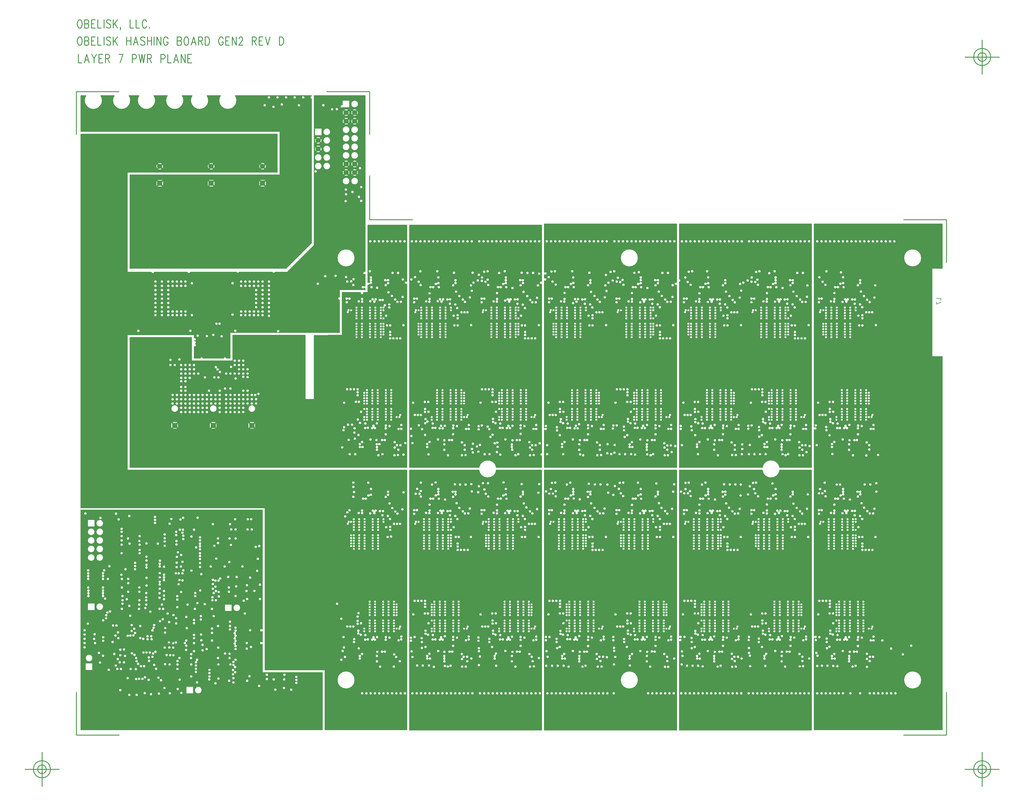
<source format=gbr>
*
*
G04 PADS 9.2 Build Number: 414666 generated Gerber (RS-274-X) file*
G04 PC Version=2.1*
*
%IN "SC1B_REVD_ARC.pcb"*%
*
%MOIN*%
*
%FSLAX24Y24*%
*
*
*
*
G04 PC Standard Apertures*
*
*
G04 Thermal Relief Aperture macro.*
%AMTER*
1,1,$1,0,0*
1,0,$1-$2,0,0*
21,0,$3,$4,0,0,45*
21,0,$3,$4,0,0,135*
%
*
*
G04 Annular Aperture macro.*
%AMANN*
1,1,$1,0,0*
1,0,$2,0,0*
%
*
*
G04 Odd Aperture macro.*
%AMODD*
1,1,$1,0,0*
1,0,$1-0.005,0,0*
%
*
*
G04 PC Custom Aperture Macros*
*
*
*
*
*
*
G04 PC Aperture Table*
*
%ADD010C,0.001*%
%ADD013R,0.06X0.06*%
%ADD014C,0.06*%
%ADD028C,0.01*%
%ADD031C,0.015*%
%ADD032C,0.005*%
%ADD040C,0.024*%
%ADD063C,0.008*%
%ADD302C,0.105*%
*
*
*
*
G04 PC Circuitry*
G04 Layer Name SC1B_REVD_ARC.pcb - circuitry*
%LPD*%
*
*
G04 PC Custom Flashes*
G04 Layer Name SC1B_REVD_ARC.pcb - flashes*
%LPD*%
*
*
G04 PC Circuitry*
G04 Layer Name SC1B_REVD_ARC.pcb - circuitry*
%LPD*%
*
G54D10*
G54D13*
G01X29750Y84500D03*
X31500Y56187D03*
X41750Y84500D03*
X40500Y56187D03*
X36000D03*
X35750Y84500D03*
G54D14*
X48250Y89500D03*
Y88500D03*
X29750Y86468D03*
X41750D03*
X35750D03*
X51500Y92750D03*
X52500D03*
X51500Y91750D03*
X52500D03*
X51500Y86750D03*
X52500D03*
X51500Y85750D03*
X52500D03*
G54D28*
X20324Y101614D02*
X20256Y101567D01*
X20256D02*
X20188Y101473D01*
X20188D02*
X20154Y101380D01*
X20120Y101239*
Y101005*
X20154Y100864*
X20188Y100770*
X20188D02*
X20256Y100676D01*
X20256D02*
X20324Y100630D01*
X20324D02*
X20460D01*
X20460D02*
X20529Y100676D01*
X20529D02*
X20597Y100770D01*
X20597D02*
X20631Y100864D01*
X20665Y101005*
Y101239*
X20631Y101380*
X20597Y101473*
X20597D02*
X20529Y101567D01*
X20529D02*
X20460Y101614D01*
X20460D02*
X20324D01*
X20972D02*
Y100630D01*
Y101614D02*
X21279D01*
X21381Y101567*
X21381D02*
X21415Y101520D01*
X21415D02*
X21449Y101426D01*
X21449D02*
Y101333D01*
X21449D02*
X21415Y101239D01*
X21381Y101192*
X21381D02*
X21279Y101145D01*
X20972D02*
X21279D01*
X21279D02*
X21381Y101098D01*
X21381D02*
X21415Y101051D01*
X21415D02*
X21449Y100958D01*
X21449D02*
Y100817D01*
X21449D02*
X21415Y100723D01*
X21415D02*
X21381Y100676D01*
X21381D02*
X21279Y100630D01*
X20972*
X21756Y101614D02*
Y100630D01*
Y101614D02*
X22199D01*
X21756Y101145D02*
X22029D01*
X21756Y100630D02*
X22199D01*
X22506Y101614D02*
Y100630D01*
X22915*
X23222Y101614D02*
Y100630D01*
X24006Y101473D02*
X23938Y101567D01*
X23938D02*
X23835Y101614D01*
X23835D02*
X23699D01*
X23699D02*
X23597Y101567D01*
X23597D02*
X23529Y101473D01*
X23529D02*
Y101380D01*
X23563Y101286*
X23597Y101239*
X23665Y101192*
X23665D02*
X23870Y101098D01*
X23870D02*
X23938Y101051D01*
X23938D02*
X23972Y101005D01*
X24006Y100911*
Y100770*
X24006D02*
X23938Y100676D01*
X23938D02*
X23835Y100630D01*
X23835D02*
X23699D01*
X23699D02*
X23597Y100676D01*
X23597D02*
X23529Y100770D01*
X24313Y101614D02*
Y100630D01*
X24790Y101614D02*
X24313Y100958D01*
X24483Y101192D02*
X24790Y100630D01*
X25881Y101614D02*
Y100630D01*
X26358Y101614D02*
Y100630D01*
X25881Y101145D02*
X26358D01*
X26938Y101614D02*
X26665Y100630D01*
X26938Y101614D02*
X27210Y100630D01*
X26767Y100958D02*
X27108D01*
X27995Y101473D02*
X27926Y101567D01*
X27926D02*
X27824Y101614D01*
X27824D02*
X27688D01*
X27585Y101567*
X27585D02*
X27517Y101473D01*
X27517D02*
Y101380D01*
X27517D02*
X27551Y101286D01*
X27551D02*
X27585Y101239D01*
X27585D02*
X27654Y101192D01*
X27654D02*
X27858Y101098D01*
X27858D02*
X27926Y101051D01*
X27926D02*
X27960Y101005D01*
X27960D02*
X27995Y100911D01*
Y100770*
X27995D02*
X27926Y100676D01*
X27926D02*
X27824Y100630D01*
X27824D02*
X27688D01*
X27585Y100676*
X27585D02*
X27517Y100770D01*
X28301Y101614D02*
Y100630D01*
X28779Y101614D02*
Y100630D01*
X28301Y101145D02*
X28779D01*
X29085Y101614D02*
Y100630D01*
X29392Y101614D02*
Y100630D01*
Y101614D02*
X29870Y100630D01*
Y101614D02*
Y100630D01*
X30688Y101380D02*
X30654Y101473D01*
X30654D02*
X30585Y101567D01*
X30585D02*
X30517Y101614D01*
X30517D02*
X30381D01*
X30313Y101567*
X30313D02*
X30245Y101473D01*
X30245D02*
X30210Y101380D01*
X30210D02*
X30176Y101239D01*
X30176D02*
Y101005D01*
X30176D02*
X30210Y100864D01*
X30210D02*
X30245Y100770D01*
X30245D02*
X30313Y100676D01*
X30313D02*
X30381Y100630D01*
X30517*
X30517D02*
X30585Y100676D01*
X30585D02*
X30654Y100770D01*
X30654D02*
X30688Y100864D01*
Y101005*
X30517D02*
X30688D01*
X31779Y101614D02*
Y100630D01*
Y101614D02*
X32085D01*
X32085D02*
X32188Y101567D01*
X32188D02*
X32222Y101520D01*
X32222D02*
X32256Y101426D01*
X32256D02*
Y101333D01*
X32222Y101239*
X32188Y101192*
X32188D02*
X32085Y101145D01*
X31779D02*
X32085D01*
X32085D02*
X32188Y101098D01*
X32188D02*
X32222Y101051D01*
X32222D02*
X32256Y100958D01*
Y100817*
X32256D02*
X32222Y100723D01*
X32222D02*
X32188Y100676D01*
X32188D02*
X32085Y100630D01*
X32085D02*
X31779D01*
X32767Y101614D02*
X32699Y101567D01*
X32699D02*
X32631Y101473D01*
X32631D02*
X32597Y101380D01*
X32563Y101239*
Y101005*
X32597Y100864*
X32631Y100770*
X32631D02*
X32699Y100676D01*
X32699D02*
X32767Y100630D01*
X32767D02*
X32904D01*
X32972Y100676*
X32972D02*
X33040Y100770D01*
X33040D02*
X33074Y100864D01*
X33074D02*
X33108Y101005D01*
X33108D02*
Y101239D01*
X33108D02*
X33074Y101380D01*
X33074D02*
X33040Y101473D01*
X33040D02*
X32972Y101567D01*
X32972D02*
X32904Y101614D01*
X32767*
X33688D02*
X33415Y100630D01*
X33688Y101614D02*
X33960Y100630D01*
X33517Y100958D02*
X33858D01*
X34267Y101614D02*
Y100630D01*
Y101614D02*
X34574D01*
X34574D02*
X34676Y101567D01*
X34676D02*
X34710Y101520D01*
X34710D02*
X34745Y101426D01*
X34745D02*
Y101333D01*
X34710Y101239*
X34710D02*
X34676Y101192D01*
X34676D02*
X34574Y101145D01*
X34574D02*
X34267D01*
X34506D02*
X34745Y100630D01*
X35051Y101614D02*
Y100630D01*
Y101614D02*
X35290D01*
X35392Y101567*
X35392D02*
X35460Y101473D01*
X35460D02*
X35495Y101380D01*
X35529Y101239*
Y101005*
X35495Y100864*
X35460Y100770*
X35460D02*
X35392Y100676D01*
X35392D02*
X35290Y100630D01*
X35051*
X37131Y101380D02*
X37097Y101473D01*
X37097D02*
X37029Y101567D01*
X37029D02*
X36960Y101614D01*
X36960D02*
X36824D01*
X36824D02*
X36756Y101567D01*
X36756D02*
X36688Y101473D01*
X36688D02*
X36654Y101380D01*
X36620Y101239*
Y101005*
X36654Y100864*
X36688Y100770*
X36688D02*
X36756Y100676D01*
X36756D02*
X36824Y100630D01*
X36824D02*
X36960D01*
X36960D02*
X37029Y100676D01*
X37029D02*
X37097Y100770D01*
X37097D02*
X37131Y100864D01*
Y101005*
X36960D02*
X37131D01*
X37438Y101614D02*
Y100630D01*
Y101614D02*
X37881D01*
X37438Y101145D02*
X37710D01*
X37438Y100630D02*
X37881D01*
X38188Y101614D02*
Y100630D01*
Y101614D02*
X38665Y100630D01*
Y101614D02*
Y100630D01*
X39006Y101380D02*
Y101426D01*
X39006D02*
X39040Y101520D01*
X39040D02*
X39074Y101567D01*
X39074D02*
X39142Y101614D01*
X39142D02*
X39279D01*
X39347Y101567*
X39347D02*
X39381Y101520D01*
X39381D02*
X39415Y101426D01*
X39415D02*
Y101333D01*
X39381Y101239*
X39313Y101098*
X39313D02*
X38972Y100630D01*
X39449*
X40540Y101614D02*
Y100630D01*
Y101614D02*
X40847D01*
X40949Y101567*
X40949D02*
X40983Y101520D01*
X40983D02*
X41017Y101426D01*
X41017D02*
Y101333D01*
X41017D02*
X40983Y101239D01*
X40983D02*
X40949Y101192D01*
X40949D02*
X40847Y101145D01*
X40847D02*
X40540D01*
X40779D02*
X41017Y100630D01*
X41324Y101614D02*
Y100630D01*
Y101614D02*
X41767D01*
X41324Y101145D02*
X41597D01*
X41324Y100630D02*
X41767D01*
X42074Y101614D02*
X42347Y100630D01*
X42620Y101614D02*
X42347Y100630D01*
X43710Y101614D02*
Y100630D01*
Y101614D02*
X43949D01*
X43949D02*
X44051Y101567D01*
X44051D02*
X44120Y101473D01*
X44120D02*
X44154Y101380D01*
X44188Y101239*
Y101005*
X44154Y100864*
X44120Y100770*
X44120D02*
X44051Y100676D01*
X44051D02*
X43949Y100630D01*
X43949D02*
X43710D01*
X20324Y103614D02*
X20256Y103567D01*
X20256D02*
X20188Y103473D01*
X20188D02*
X20154Y103380D01*
X20120Y103239*
Y103005*
X20154Y102864*
X20188Y102770*
X20188D02*
X20256Y102676D01*
X20256D02*
X20324Y102630D01*
X20324D02*
X20460D01*
X20460D02*
X20529Y102676D01*
X20529D02*
X20597Y102770D01*
X20597D02*
X20631Y102864D01*
X20665Y103005*
Y103239*
X20631Y103380*
X20597Y103473*
X20597D02*
X20529Y103567D01*
X20529D02*
X20460Y103614D01*
X20460D02*
X20324D01*
X20972D02*
Y102630D01*
Y103614D02*
X21279D01*
X21381Y103567*
X21381D02*
X21415Y103520D01*
X21415D02*
X21449Y103426D01*
X21449D02*
Y103333D01*
X21449D02*
X21415Y103239D01*
X21381Y103192*
X21381D02*
X21279Y103145D01*
X20972D02*
X21279D01*
X21279D02*
X21381Y103098D01*
X21381D02*
X21415Y103051D01*
X21415D02*
X21449Y102958D01*
X21449D02*
Y102817D01*
X21449D02*
X21415Y102723D01*
X21415D02*
X21381Y102676D01*
X21381D02*
X21279Y102630D01*
X20972*
X21756Y103614D02*
Y102630D01*
Y103614D02*
X22199D01*
X21756Y103145D02*
X22029D01*
X21756Y102630D02*
X22199D01*
X22506Y103614D02*
Y102630D01*
X22915*
X23222Y103614D02*
Y102630D01*
X24006Y103473D02*
X23938Y103567D01*
X23938D02*
X23835Y103614D01*
X23835D02*
X23699D01*
X23699D02*
X23597Y103567D01*
X23597D02*
X23529Y103473D01*
X23529D02*
Y103380D01*
X23563Y103286*
X23597Y103239*
X23665Y103192*
X23665D02*
X23870Y103098D01*
X23870D02*
X23938Y103051D01*
X23938D02*
X23972Y103005D01*
X24006Y102911*
Y102770*
X24006D02*
X23938Y102676D01*
X23938D02*
X23835Y102630D01*
X23835D02*
X23699D01*
X23699D02*
X23597Y102676D01*
X23597D02*
X23529Y102770D01*
X24313Y103614D02*
Y102630D01*
X24790Y103614D02*
X24313Y102958D01*
X24483Y103192D02*
X24790Y102630D01*
X25165Y102676D02*
X25131Y102630D01*
X25097Y102676*
X25097D02*
X25131Y102723D01*
X25131D02*
X25165Y102676D01*
X25165D02*
Y102583D01*
X25131Y102489*
X25097Y102442*
X26256Y103614D02*
Y102630D01*
X26665*
X26972Y103614D02*
Y102630D01*
X27381*
X28199Y103380D02*
X28165Y103473D01*
X28165D02*
X28097Y103567D01*
X28097D02*
X28029Y103614D01*
X27892*
X27892D02*
X27824Y103567D01*
X27824D02*
X27756Y103473D01*
X27756D02*
X27722Y103380D01*
X27688Y103239*
Y103005*
X27722Y102864*
X27756Y102770*
X27756D02*
X27824Y102676D01*
X27824D02*
X27892Y102630D01*
X27892D02*
X28029D01*
X28097Y102676*
X28097D02*
X28165Y102770D01*
X28165D02*
X28199Y102864D01*
X28540Y102723D02*
X28506Y102676D01*
X28506D02*
X28540Y102630D01*
X28574Y102676*
X28574D02*
X28540Y102723D01*
X20230Y99559D02*
Y98575D01*
X20639*
X21218Y99559D02*
X20945Y98575D01*
X21218Y99559D02*
X21491Y98575D01*
X21048Y98903D02*
X21389D01*
X21798Y99559D02*
X22070Y99090D01*
X22070D02*
Y98575D01*
X22343Y99559D02*
X22070Y99090D01*
X22650Y99559D02*
Y98575D01*
Y99559D02*
X23093D01*
X22650Y99090D02*
X22923D01*
X22650Y98575D02*
X23093D01*
X23400Y99559D02*
Y98575D01*
Y99559D02*
X23707D01*
X23809Y99512*
X23809D02*
X23843Y99465D01*
X23843D02*
X23877Y99371D01*
X23877D02*
Y99278D01*
X23877D02*
X23843Y99184D01*
X23843D02*
X23809Y99137D01*
X23809D02*
X23707Y99090D01*
X23707D02*
X23400D01*
X23639D02*
X23877Y98575D01*
X25445Y99559D02*
X25105Y98575D01*
X24968Y99559D02*
X25445D01*
X26536D02*
Y98575D01*
Y99559D02*
X26843D01*
X26843D02*
X26945Y99512D01*
X26945D02*
X26980Y99465D01*
X26980D02*
X27014Y99371D01*
X27014D02*
Y99231D01*
X26980Y99137*
X26980D02*
X26945Y99090D01*
X26945D02*
X26843Y99043D01*
X26843D02*
X26536D01*
X27320Y99559D02*
X27491Y98575D01*
X27661Y99559D02*
X27491Y98575D01*
X27661Y99559D02*
X27832Y98575D01*
X28002Y99559D02*
X27832Y98575D01*
X28309Y99559D02*
Y98575D01*
Y99559D02*
X28616D01*
X28718Y99512*
X28718D02*
X28752Y99465D01*
X28752D02*
X28786Y99371D01*
X28786D02*
Y99278D01*
X28786D02*
X28752Y99184D01*
X28752D02*
X28718Y99137D01*
X28718D02*
X28616Y99090D01*
X28616D02*
X28309D01*
X28548D02*
X28786Y98575D01*
X29877Y99559D02*
Y98575D01*
Y99559D02*
X30184D01*
X30184D02*
X30286Y99512D01*
X30286D02*
X30320Y99465D01*
X30320D02*
X30355Y99371D01*
X30355D02*
Y99231D01*
X30320Y99137*
X30320D02*
X30286Y99090D01*
X30286D02*
X30184Y99043D01*
X30184D02*
X29877D01*
X30661Y99559D02*
Y98575D01*
X30661D02*
X31070D01*
X31650Y99559D02*
X31377Y98575D01*
X31650Y99559D02*
X31923Y98575D01*
X31480Y98903D02*
X31820D01*
X32230Y99559D02*
Y98575D01*
Y99559D02*
X32707Y98575D01*
Y99559D02*
Y98575D01*
X33014Y99559D02*
Y98575D01*
Y99559D02*
X33457D01*
X33014Y99090D02*
X33286D01*
X33014Y98575D02*
X33457D01*
X25000Y20000D02*
X20000D01*
Y25000*
X59250Y80236D02*
X54250D01*
Y85375*
X49242Y95200D02*
X54251D01*
Y90202*
X116570Y80236D02*
X121570D01*
Y75250*
X20000Y90193D02*
Y95200D01*
X24965*
X121570Y25000D02*
Y20000D01*
X116570*
X126750Y99250D02*
G75*
G03X126750I-1000J0D01*
G01X126250D02*
G03X126250I-500J0D01*
G01X125750Y101250D02*
Y97250D01*
X123750Y99250D02*
X127750D01*
X126750Y16000D02*
G03X126750I-1000J0D01*
G01X126250D02*
G03X126250I-500J0D01*
G01X125750Y18000D02*
Y14000D01*
X123750Y16000D02*
X127750D01*
X17000D02*
G03X17000I-1000J0D01*
G01X16500D02*
G03X16500I-500J0D01*
G01X16000Y18000D02*
Y14000D01*
X14000Y16000D02*
X18000D01*
G54D31*
X51793Y85456D02*
X51712Y85537D01*
X51793Y86043D02*
X51712Y85962D01*
X51206Y86043D02*
X51287Y85962D01*
X51206Y85456D02*
X51287Y85537D01*
X52793Y92456D02*
X52712Y92537D01*
X52793Y93043D02*
X52712Y92962D01*
X52206Y93043D02*
X52287Y92962D01*
X52206Y92456D02*
X52287Y92537D01*
X51793Y92456D02*
X51712Y92537D01*
X51793Y93043D02*
X51712Y92962D01*
X51206Y93043D02*
X51287Y92962D01*
X51206Y92456D02*
X51287Y92537D01*
X52793Y91456D02*
X52712Y91537D01*
X52793Y92043D02*
X52712Y91962D01*
X52206Y92043D02*
X52287Y91962D01*
X52206Y91456D02*
X52287Y91537D01*
X51793Y91456D02*
X51712Y91537D01*
X51793Y92043D02*
X51712Y91962D01*
X51206Y92043D02*
X51287Y91962D01*
X51206Y91456D02*
X51287Y91537D01*
X52793Y86456D02*
X52712Y86537D01*
X52793Y87043D02*
X52712Y86962D01*
X52206Y87043D02*
X52287Y86962D01*
X52206Y86456D02*
X52287Y86537D01*
X51793Y86456D02*
X51712Y86537D01*
X51793Y87043D02*
X51712Y86962D01*
X51206Y87043D02*
X51287Y86962D01*
X51206Y86456D02*
X51287Y86537D01*
X52793Y85456D02*
X52712Y85537D01*
X52793Y86043D02*
X52712Y85962D01*
X52206Y86043D02*
X52287Y85962D01*
X52206Y85456D02*
X52287Y85537D01*
X48543Y88206D02*
X48462Y88287D01*
X48543Y88793D02*
X48462Y88712D01*
X47956Y88793D02*
X48037Y88712D01*
X47956Y88206D02*
X48037Y88287D01*
X48543Y89206D02*
X48462Y89287D01*
X48543Y89793D02*
X48462Y89712D01*
X47956Y89793D02*
X48037Y89712D01*
X47956Y89206D02*
X48037Y89287D01*
X35456Y86761D02*
X35537Y86680D01*
X35456Y86175D02*
X35537Y86256D01*
X36043Y86175D02*
X35962Y86256D01*
X36043Y86761D02*
X35962Y86680D01*
X41456Y86761D02*
X41537Y86680D01*
X41456Y86175D02*
X41537Y86256D01*
X42043Y86175D02*
X41962Y86256D01*
X42043Y86761D02*
X41962Y86680D01*
X29456Y86761D02*
X29537Y86680D01*
X29456Y86175D02*
X29537Y86256D01*
X30043Y86175D02*
X29962Y86256D01*
X30043Y86761D02*
X29962Y86680D01*
X35618Y56568D02*
X35787Y56399D01*
X36381Y56568D02*
X36212Y56399D01*
X36381Y55805D02*
X36212Y55974D01*
X35618Y55805D02*
X35787Y55974D01*
X40118Y56568D02*
X40287Y56399D01*
X40881Y56568D02*
X40712Y56399D01*
X40881Y55805D02*
X40712Y55974D01*
X40118Y55805D02*
X40287Y55974D01*
X31118Y56568D02*
X31287Y56399D01*
X31881Y56568D02*
X31712Y56399D01*
X31881Y55805D02*
X31712Y55974D01*
X31118Y55805D02*
X31287Y55974D01*
X35368Y84881D02*
X35537Y84712D01*
X36131Y84881D02*
X35962Y84712D01*
X36131Y84118D02*
X35962Y84287D01*
X35368Y84118D02*
X35537Y84287D01*
X41368Y84881D02*
X41537Y84712D01*
X42131Y84881D02*
X41962Y84712D01*
X42131Y84118D02*
X41962Y84287D01*
X41368Y84118D02*
X41537Y84287D01*
X29368Y84881D02*
X29537Y84712D01*
X30131Y84881D02*
X29962Y84712D01*
X30131Y84118D02*
X29962Y84287D01*
X29368Y84118D02*
X29537Y84287D01*
G54D32*
X58550Y24875D02*
G03X58550I-175J0D01*
G01X58050D02*
G03X58050I-175J0D01*
G01X57950Y28625D02*
G03X57950I-175J0D01*
G01X57550Y24875D02*
G03X57550I-175J0D01*
G01X57050D02*
G03X57050I-175J0D01*
G01X57250Y28000D02*
G03X57250I-175J0D01*
G01X57525Y29125D02*
G03X57525I-175J0D01*
G01X57300Y29425D02*
G03X57300I-175J0D01*
G01X57556Y32440D02*
G03X57556I-154J0D01*
G01Y34015D02*
G03X57556I-154J0D01*
G01Y34330D02*
G03X57556I-154J0D01*
G01Y34645D02*
G03X57556I-154J0D01*
G01Y34960D02*
G03X57556I-154J0D01*
G01Y35275D02*
G03X57556I-154J0D01*
G01X57241Y32126D02*
G03X57241I-154J0D01*
G01Y32440D02*
G03X57241I-154J0D01*
G01Y32755D02*
G03X57241I-154J0D01*
G01Y33070D02*
G03X57241I-154J0D01*
G01Y33385D02*
G03X57241I-154J0D01*
G01Y34015D02*
G03X57241I-154J0D01*
G01Y34330D02*
G03X57241I-154J0D01*
G01Y34645D02*
G03X57241I-154J0D01*
G01Y34960D02*
G03X57241I-154J0D01*
G01Y35275D02*
G03X57241I-154J0D01*
G01Y35590D02*
G03X57241I-154J0D01*
G01X56550Y24875D02*
G03X56550I-175J0D01*
G01X56750Y31387D02*
G03X56750I-175J0D01*
G01X56050Y24875D02*
G03X56050I-175J0D01*
G01X55550D02*
G03X55550I-175J0D01*
G01X55650Y28000D02*
G03X55650I-175J0D01*
G01X56611Y32126D02*
G03X56611I-154J0D01*
G01Y32440D02*
G03X56611I-154J0D01*
G01Y32755D02*
G03X56611I-154J0D01*
G01Y33070D02*
G03X56611I-154J0D01*
G01Y33385D02*
G03X56611I-154J0D01*
G01Y34015D02*
G03X56611I-154J0D01*
G01Y34330D02*
G03X56611I-154J0D01*
G01Y34645D02*
G03X56611I-154J0D01*
G01Y34960D02*
G03X56611I-154J0D01*
G01Y35275D02*
G03X56611I-154J0D01*
G01Y35590D02*
G03X56611I-154J0D01*
G01X56925Y43200D02*
G03X56925I-175J0D01*
G01X58250Y46375D02*
G03X58250I-175J0D01*
G01X58387Y48362D02*
G03X58387I-174J0D01*
G01X57675Y45875D02*
G03X57675I-175J0D01*
G01X57425Y46125D02*
G03X57425I-175J0D01*
G01X56525Y43150D02*
G03X56525I-175J0D01*
G01X56800Y45250D02*
G03X56800I-175J0D01*
G01X57075Y46525D02*
G03X57075I-175J0D01*
G01X56356Y44291D02*
G03X56356I-174J0D01*
G01X56553Y45609D02*
G03X56553I-175J0D01*
G01X56750Y47075D02*
G03X56750I-175J0D01*
G01X55981Y32126D02*
G03X55981I-154J0D01*
G01Y32440D02*
G03X55981I-154J0D01*
G01Y32755D02*
G03X55981I-154J0D01*
G01Y33070D02*
G03X55981I-154J0D01*
G01Y33385D02*
G03X55981I-154J0D01*
G01Y34015D02*
G03X55981I-154J0D01*
G01Y34330D02*
G03X55981I-154J0D01*
G01Y34645D02*
G03X55981I-154J0D01*
G01Y34960D02*
G03X55981I-154J0D01*
G01Y35275D02*
G03X55981I-154J0D01*
G01Y35590D02*
G03X55981I-154J0D01*
G01X56021Y44921D02*
G03X56021I-154J0D01*
G01Y45236D02*
G03X56021I-154J0D01*
G01X55925Y45687D02*
G03X55925I-175J0D01*
G01X55050Y24875D02*
G03X55050I-175J0D01*
G01X55275Y28612D02*
G03X55275I-175J0D01*
G01Y29250D02*
G03X55275I-175J0D01*
G01X55325Y29725D02*
G03X55325I-175J0D01*
G01X54550Y24875D02*
G03X54550I-175J0D01*
G01X55300Y31450D02*
G03X55300I-175J0D01*
G01X55391Y41771D02*
G03X55391I-154J0D01*
G01Y42086D02*
G03X55391I-154J0D01*
G01Y42401D02*
G03X55391I-154J0D01*
G01Y42716D02*
G03X55391I-154J0D01*
G01Y43031D02*
G03X55391I-154J0D01*
G01Y43346D02*
G03X55391I-154J0D01*
G01Y43976D02*
G03X55391I-154J0D01*
G01Y44291D02*
G03X55391I-154J0D01*
G01Y44606D02*
G03X55391I-154J0D01*
G01Y44921D02*
G03X55391I-154J0D01*
G01Y45236D02*
G03X55391I-154J0D01*
G01X56300Y47837D02*
G03X56300I-175J0D01*
G01X55036Y32126D02*
G03X55036I-154J0D01*
G01Y32440D02*
G03X55036I-154J0D01*
G01Y32755D02*
G03X55036I-154J0D01*
G01Y33070D02*
G03X55036I-154J0D01*
G01Y33385D02*
G03X55036I-154J0D01*
G01Y34015D02*
G03X55036I-154J0D01*
G01Y34330D02*
G03X55036I-154J0D01*
G01Y34645D02*
G03X55036I-154J0D01*
G01Y34960D02*
G03X55036I-154J0D01*
G01Y35275D02*
G03X55036I-154J0D01*
G01Y35590D02*
G03X55036I-154J0D01*
G01X54761Y41771D02*
G03X54761I-154J0D01*
G01Y42086D02*
G03X54761I-154J0D01*
G01Y42401D02*
G03X54761I-154J0D01*
G01Y42716D02*
G03X54761I-154J0D01*
G01Y43031D02*
G03X54761I-154J0D01*
G01Y43346D02*
G03X54761I-154J0D01*
G01Y43976D02*
G03X54761I-154J0D01*
G01Y44291D02*
G03X54761I-154J0D01*
G01Y44606D02*
G03X54761I-154J0D01*
G01Y44921D02*
G03X54761I-154J0D01*
G01Y45236D02*
G03X54761I-154J0D01*
G01X53925Y31687D02*
G03X53925I-175J0D01*
G01X53777Y32126D02*
G03X53777I-155J0D01*
G01Y32440D02*
G03X53777I-155J0D01*
G01X53816Y41771D02*
G03X53816I-154J0D01*
G01Y42086D02*
G03X53816I-154J0D01*
G01Y42401D02*
G03X53816I-154J0D01*
G01Y42716D02*
G03X53816I-154J0D01*
G01Y43031D02*
G03X53816I-154J0D01*
G01Y43346D02*
G03X53816I-154J0D01*
G01Y43976D02*
G03X53816I-154J0D01*
G01Y44291D02*
G03X53816I-154J0D01*
G01Y44606D02*
G03X53816I-154J0D01*
G01Y44921D02*
G03X53816I-154J0D01*
G01Y45236D02*
G03X53816I-154J0D01*
G01X53150Y30125D02*
G03X53150I-175J0D01*
G01X53425Y33062D02*
G03X53425I-175J0D01*
G01X54575Y48762D02*
G03X54575I-175J0D01*
G01X54275Y49500D02*
G03X54275I-175J0D01*
G01X53025Y33850D02*
G03X53025I-175J0D01*
G01X53125Y34250D02*
G03X53125I-175J0D01*
G01X53186Y41771D02*
G03X53186I-154J0D01*
G01Y42086D02*
G03X53186I-154J0D01*
G01Y42401D02*
G03X53186I-154J0D01*
G01Y42716D02*
G03X53186I-154J0D01*
G01Y43031D02*
G03X53186I-154J0D01*
G01Y43346D02*
G03X53186I-154J0D01*
G01Y43976D02*
G03X53186I-154J0D01*
G01Y44291D02*
G03X53186I-154J0D01*
G01Y44606D02*
G03X53186I-154J0D01*
G01Y44921D02*
G03X53186I-154J0D01*
G01Y45236D02*
G03X53186I-154J0D01*
G01X53150Y45950D02*
G03X53150I-175J0D01*
G01X52521Y26437D02*
G03X52521I-1024J0D01*
G01X52600Y30875D02*
G03X52600I-175J0D01*
G01X52625Y31225D02*
G03X52625I-175J0D01*
G01X51550Y29125D02*
G03X51550I-175J0D01*
G01X52556Y41771D02*
G03X52556I-154J0D01*
G01Y42086D02*
G03X52556I-154J0D01*
G01Y42401D02*
G03X52556I-154J0D01*
G01Y42716D02*
G03X52556I-154J0D01*
G01Y43031D02*
G03X52556I-154J0D01*
G01Y43346D02*
G03X52556I-154J0D01*
G01Y43976D02*
G03X52556I-154J0D01*
G01Y44291D02*
G03X52556I-154J0D01*
G01Y44606D02*
G03X52556I-154J0D01*
G01Y44921D02*
G03X52556I-154J0D01*
G01Y45236D02*
G03X52556I-154J0D01*
G01X52241Y42086D02*
G03X52241I-154J0D01*
G01Y42401D02*
G03X52241I-154J0D01*
G01Y42716D02*
G03X52241I-154J0D01*
G01Y43031D02*
G03X52241I-154J0D01*
G01Y43346D02*
G03X52241I-154J0D01*
G01X52525Y47850D02*
G03X52525I-175J0D01*
G01X52600Y48400D02*
G03X52600I-175J0D01*
G01X52525Y49000D02*
G03X52525I-175J0D01*
G01Y49500D02*
G03X52525I-175J0D01*
G01X51125Y28800D02*
G03X51125I-175J0D01*
G01X51275Y29825D02*
G03X51275I-175J0D01*
G01X51425Y30250D02*
G03X51425I-175J0D01*
G01X51375Y31450D02*
G03X51375I-175J0D01*
G01X51575Y45550D02*
G03X51575I-175J0D01*
G01X51825Y46025D02*
G03X51825I-175J0D01*
G01X52075Y46275D02*
G03X52075I-175J0D01*
G01X51125Y33600D02*
G03X51125I-175J0D01*
G01X50625Y35350D02*
G03X50625I-175J0D01*
G01X53450Y82425D02*
G03X53450I-175J0D01*
G01X53175Y82900D02*
G03X53175I-175J0D01*
G01X53450Y84050D02*
G03X53450I-175J0D01*
G01X53300Y86250D02*
G03X53300I-175J0D01*
G01X52525Y72600D02*
G03X52525I-175J0D01*
G01X52275Y73025D02*
G03X52275I-175J0D01*
G01X52550Y73275D02*
G03X52550I-175J0D01*
G01X51800Y73000D02*
G03X51800I-175J0D01*
G01X51675Y73525D02*
G03X51675I-175J0D01*
G01X52521Y75767D02*
G03X52521I-1024J0D01*
G01X52425Y83475D02*
G03X52425I-175J0D01*
G01X52915Y84750D02*
G03X52915I-415J0D01*
G01Y85750D02*
G03X52915I-415J0D01*
G01Y86750D02*
G03X52915I-415J0D01*
G01Y87750D02*
G03X52915I-415J0D01*
G01Y88750D02*
G03X52915I-415J0D01*
G01Y89750D02*
G03X52915I-415J0D01*
G01Y90750D02*
G03X52915I-415J0D01*
G01Y91750D02*
G03X52915I-415J0D01*
G01Y92750D02*
G03X52915I-415J0D01*
G01Y93750D02*
G03X52915I-415J0D01*
G01X51625Y82400D02*
G03X51625I-175J0D01*
G01X51675Y83200D02*
G03X51675I-175J0D01*
G01X51650Y83750D02*
G03X51650I-175J0D01*
G01X51915Y84750D02*
G03X51915I-415J0D01*
G01Y85750D02*
G03X51915I-415J0D01*
G01Y86750D02*
G03X51915I-415J0D01*
G01Y87750D02*
G03X51915I-415J0D01*
G01Y88750D02*
G03X51915I-415J0D01*
G01Y89750D02*
G03X51915I-415J0D01*
G01Y90750D02*
G03X51915I-415J0D01*
G01Y91750D02*
G03X51915I-415J0D01*
G01Y92750D02*
G03X51915I-415J0D01*
G01X50450Y73675D02*
G03X50450I-175J0D01*
G01X50600Y93150D02*
G03X50600I-175J0D01*
G01X50050Y93125D02*
G03X50050I-175J0D01*
G01X49250Y73625D02*
G03X49250I-175J0D01*
G01X49665Y86500D02*
G03X49665I-415J0D01*
G01Y87500D02*
G03X49665I-415J0D01*
G01Y88500D02*
G03X49665I-415J0D01*
G01Y89500D02*
G03X49665I-415J0D01*
G01Y90500D02*
G03X49665I-415J0D01*
G01X49025Y93600D02*
G03X49025I-175J0D01*
G01X48375Y72750D02*
G03X48375I-175J0D01*
G01X42675Y69000D02*
G03X42675I-175J0D01*
G01Y69500D02*
G03X42675I-175J0D01*
G01Y70000D02*
G03X42675I-175J0D01*
G01Y70500D02*
G03X42675I-175J0D01*
G01Y71000D02*
G03X42675I-175J0D01*
G01Y71500D02*
G03X42675I-175J0D01*
G01Y72000D02*
G03X42675I-175J0D01*
G01Y72500D02*
G03X42675I-175J0D01*
G01Y73000D02*
G03X42675I-175J0D01*
G01X41925Y69075D02*
G03X41925I-175J0D01*
G01Y69500D02*
G03X41925I-175J0D01*
G01Y70000D02*
G03X41925I-175J0D01*
G01Y70500D02*
G03X41925I-175J0D01*
G01Y71000D02*
G03X41925I-175J0D01*
G01Y71500D02*
G03X41925I-175J0D01*
G01Y72000D02*
G03X41925I-175J0D01*
G01Y72500D02*
G03X41925I-175J0D01*
G01Y73000D02*
G03X41925I-175J0D01*
G01X41425Y69075D02*
G03X41425I-175J0D01*
G01Y69500D02*
G03X41425I-175J0D01*
G01X40925Y69075D02*
G03X40925I-175J0D01*
G01Y69500D02*
G03X40925I-175J0D01*
G01X41175Y70000D02*
G03X41175I-175J0D01*
G01Y70500D02*
G03X41175I-175J0D01*
G01Y71000D02*
G03X41175I-175J0D01*
G01Y71500D02*
G03X41175I-175J0D01*
G01Y72000D02*
G03X41175I-175J0D01*
G01X41425Y72500D02*
G03X41425I-175J0D01*
G01Y73000D02*
G03X41425I-175J0D01*
G01X40925Y72500D02*
G03X40925I-175J0D01*
G01Y73000D02*
G03X40925I-175J0D01*
G01X40425Y69075D02*
G03X40425I-175J0D01*
G01Y69500D02*
G03X40425I-175J0D01*
G01Y72500D02*
G03X40425I-175J0D01*
G01Y73000D02*
G03X40425I-175J0D01*
G01X39925Y69075D02*
G03X39925I-175J0D01*
G01Y69500D02*
G03X39925I-175J0D01*
G01Y72500D02*
G03X39925I-175J0D01*
G01Y73000D02*
G03X39925I-175J0D01*
G01X39425Y69075D02*
G03X39425I-175J0D01*
G01Y69500D02*
G03X39425I-175J0D01*
G01Y72500D02*
G03X39425I-175J0D01*
G01Y73000D02*
G03X39425I-175J0D01*
G01X38750Y67250D02*
G03X38750I-175J0D01*
G01X38425Y69150D02*
G03X38425I-175J0D01*
G01Y72800D02*
G03X38425I-175J0D01*
G01X37150Y66600D02*
G03X37150I-175J0D01*
G01X36175Y66775D02*
G03X36175I-175J0D01*
G01X35425Y66625D02*
G03X35425I-175J0D01*
G01X34350Y66675D02*
G03X34350I-175J0D01*
G01X33500Y67250D02*
G03X33500I-175J0D01*
G01X33675Y69075D02*
G03X33675I-175J0D01*
G01Y72800D02*
G03X33675I-175J0D01*
G01X32925Y69075D02*
G03X32925I-175J0D01*
G01Y69500D02*
G03X32925I-175J0D01*
G01Y72500D02*
G03X32925I-175J0D01*
G01Y73000D02*
G03X32925I-175J0D01*
G01X32425Y69075D02*
G03X32425I-175J0D01*
G01Y69500D02*
G03X32425I-175J0D01*
G01Y72500D02*
G03X32425I-175J0D01*
G01Y73000D02*
G03X32425I-175J0D01*
G01X31925Y69075D02*
G03X31925I-175J0D01*
G01Y69500D02*
G03X31925I-175J0D01*
G01Y72500D02*
G03X31925I-175J0D01*
G01Y73000D02*
G03X31925I-175J0D01*
G01X31425Y69075D02*
G03X31425I-175J0D01*
G01Y69500D02*
G03X31425I-175J0D01*
G01Y72500D02*
G03X31425I-175J0D01*
G01Y73000D02*
G03X31425I-175J0D01*
G01X30925Y69075D02*
G03X30925I-175J0D01*
G01Y69500D02*
G03X30925I-175J0D01*
G01Y70000D02*
G03X30925I-175J0D01*
G01Y70500D02*
G03X30925I-175J0D01*
G01Y71000D02*
G03X30925I-175J0D01*
G01Y71500D02*
G03X30925I-175J0D01*
G01Y72000D02*
G03X30925I-175J0D01*
G01Y72500D02*
G03X30925I-175J0D01*
G01Y73000D02*
G03X30925I-175J0D01*
G01X30175Y69075D02*
G03X30175I-175J0D01*
G01Y69500D02*
G03X30175I-175J0D01*
G01Y70000D02*
G03X30175I-175J0D01*
G01Y70500D02*
G03X30175I-175J0D01*
G01Y71000D02*
G03X30175I-175J0D01*
G01Y71500D02*
G03X30175I-175J0D01*
G01Y72000D02*
G03X30175I-175J0D01*
G01Y72500D02*
G03X30175I-175J0D01*
G01Y73000D02*
G03X30175I-175J0D01*
G01X29425Y69075D02*
G03X29425I-175J0D01*
G01Y69500D02*
G03X29425I-175J0D01*
G01Y70000D02*
G03X29425I-175J0D01*
G01Y70500D02*
G03X29425I-175J0D01*
G01Y71000D02*
G03X29425I-175J0D01*
G01Y71500D02*
G03X29425I-175J0D01*
G01Y72000D02*
G03X29425I-175J0D01*
G01Y72500D02*
G03X29425I-175J0D01*
G01Y73000D02*
G03X29425I-175J0D01*
G01X27425Y67250D02*
G03X27425I-175J0D01*
G01X42165Y86468D02*
G03X42165I-415J0D01*
G01X36165D02*
G03X36165I-415J0D01*
G01X30165D02*
G03X30165I-415J0D01*
G01X48665Y86500D02*
G03X48665I-415J0D01*
G01Y87500D02*
G03X48665I-415J0D01*
G01Y88500D02*
G03X48665I-415J0D01*
G01Y89500D02*
G03X48665I-415J0D01*
G01X54050Y24875D02*
G03X54050I-175J0D01*
G01X53550D02*
G03X53550I-175J0D01*
G01Y29487D02*
G03X53550I-175J0D01*
G01X54407Y32126D02*
G03X54407I-155J0D01*
G01Y32440D02*
G03X54407I-155J0D01*
G01Y32755D02*
G03X54407I-155J0D01*
G01Y33070D02*
G03X54407I-155J0D01*
G01Y33385D02*
G03X54407I-155J0D01*
G01Y34015D02*
G03X54407I-155J0D01*
G01Y34330D02*
G03X54407I-155J0D01*
G01Y34645D02*
G03X54407I-155J0D01*
G01Y34960D02*
G03X54407I-155J0D01*
G01Y35275D02*
G03X54407I-155J0D01*
G01Y35590D02*
G03X54407I-155J0D01*
G01X54500Y45900D02*
G03X54500I-175J0D01*
G01X58375Y52775D02*
G03X58375I-175J0D01*
G01X57725Y52725D02*
G03X57725I-175J0D01*
G01X57775Y53350D02*
G03X57775I-175J0D01*
G01X58025Y53874D02*
G03X58025I-175J0D01*
G01X57325Y52700D02*
G03X57325I-175J0D01*
G01X57350Y53600D02*
G03X57350I-175J0D01*
G01X57625Y53875D02*
G03X57625I-175J0D01*
G01X58125Y56236D02*
G03X58125I-175J0D01*
G01X58375Y67900D02*
G03X58375I-175J0D01*
G01X58000Y66361D02*
G03X58000I-175J0D01*
G01X58075Y70636D02*
G03X58075I-175J0D01*
G01X58275Y71200D02*
G03X58275I-175J0D01*
G01X58300Y73250D02*
G03X58300I-175J0D01*
G01X58500Y77700D02*
G03X58500I-175J0D01*
G01X57350Y54225D02*
G03X57350I-175J0D01*
G01X57556Y57165D02*
G03X57556I-154J0D01*
G01X57600Y66361D02*
G03X57600I-175J0D01*
G01X57675Y70625D02*
G03X57675I-175J0D01*
G01X56750Y56111D02*
G03X56750I-175J0D01*
G01X56926Y56850D02*
G03X56926I-154J0D01*
G01Y57165D02*
G03X56926I-154J0D01*
G01Y57480D02*
G03X56926I-154J0D01*
G01Y57795D02*
G03X56926I-154J0D01*
G01Y58110D02*
G03X56926I-154J0D01*
G01Y58740D02*
G03X56926I-154J0D01*
G01Y59055D02*
G03X56926I-154J0D01*
G01Y59370D02*
G03X56926I-154J0D01*
G01Y59685D02*
G03X56926I-154J0D01*
G01Y60000D02*
G03X56926I-154J0D01*
G01Y60315D02*
G03X56926I-154J0D01*
G01X57200Y66361D02*
G03X57200I-175J0D01*
G01X57400Y70900D02*
G03X57400I-175J0D01*
G01X57750Y74011D02*
G03X57750I-175J0D01*
G01X58000Y77700D02*
G03X58000I-175J0D01*
G01X57500D02*
G03X57500I-175J0D01*
G01X56825Y66361D02*
G03X56825I-175J0D01*
G01Y67874D02*
G03X56825I-175J0D01*
G01X55925Y52824D02*
G03X55925I-175J0D01*
G01X55450Y52700D02*
G03X55450I-175J0D01*
G01X56300Y55150D02*
G03X56300I-175J0D01*
G01X56296Y56850D02*
G03X56296I-154J0D01*
G01Y57165D02*
G03X56296I-154J0D01*
G01Y57480D02*
G03X56296I-154J0D01*
G01Y57795D02*
G03X56296I-154J0D01*
G01Y58110D02*
G03X56296I-154J0D01*
G01Y58740D02*
G03X56296I-154J0D01*
G01Y59055D02*
G03X56296I-154J0D01*
G01Y59370D02*
G03X56296I-154J0D01*
G01Y59685D02*
G03X56296I-154J0D01*
G01Y60000D02*
G03X56296I-154J0D01*
G01Y60315D02*
G03X56296I-154J0D01*
G01X56450Y67874D02*
G03X56450I-175J0D01*
G01X57025Y71325D02*
G03X57025I-175J0D01*
G01X57100Y74011D02*
G03X57100I-175J0D01*
G01X57000Y77700D02*
G03X57000I-175J0D01*
G01X56021Y66811D02*
G03X56021I-154J0D01*
G01Y67126D02*
G03X56021I-154J0D01*
G01Y67440D02*
G03X56021I-154J0D01*
G01Y67755D02*
G03X56021I-154J0D01*
G01Y68070D02*
G03X56021I-154J0D01*
G01Y68700D02*
G03X56021I-154J0D01*
G01X56356Y69015D02*
G03X56356I-174J0D01*
G01X56625Y71750D02*
G03X56625I-175J0D01*
G01X56021Y69645D02*
G03X56021I-154J0D01*
G01X55706Y66496D02*
G03X55706I-154J0D01*
G01Y66811D02*
G03X55706I-154J0D01*
G01Y67126D02*
G03X55706I-154J0D01*
G01Y67440D02*
G03X55706I-154J0D01*
G01Y67755D02*
G03X55706I-154J0D01*
G01Y68070D02*
G03X55706I-154J0D01*
G01Y68700D02*
G03X55706I-154J0D01*
G01Y69015D02*
G03X55706I-154J0D01*
G01Y69330D02*
G03X55706I-154J0D01*
G01Y69645D02*
G03X55706I-154J0D01*
G01Y69960D02*
G03X55706I-154J0D01*
G01X55225Y54475D02*
G03X55225I-175J0D01*
G01X54525Y54550D02*
G03X54525I-175J0D01*
G01X55275Y56425D02*
G03X55275I-175J0D01*
G01X55351Y56850D02*
G03X55351I-154J0D01*
G01Y57165D02*
G03X55351I-154J0D01*
G01Y57480D02*
G03X55351I-154J0D01*
G01Y57795D02*
G03X55351I-154J0D01*
G01Y58110D02*
G03X55351I-154J0D01*
G01Y58740D02*
G03X55351I-154J0D01*
G01Y59055D02*
G03X55351I-154J0D01*
G01Y59370D02*
G03X55351I-154J0D01*
G01Y59685D02*
G03X55351I-154J0D01*
G01Y60000D02*
G03X55351I-154J0D01*
G01Y60315D02*
G03X55351I-154J0D01*
G01X56300Y72575D02*
G03X56300I-175J0D01*
G01X56500Y77700D02*
G03X56500I-175J0D01*
G01X56000D02*
G03X56000I-175J0D01*
G01X55076Y66496D02*
G03X55076I-154J0D01*
G01Y66811D02*
G03X55076I-154J0D01*
G01Y67126D02*
G03X55076I-154J0D01*
G01Y67440D02*
G03X55076I-154J0D01*
G01Y67755D02*
G03X55076I-154J0D01*
G01Y68070D02*
G03X55076I-154J0D01*
G01Y68700D02*
G03X55076I-154J0D01*
G01Y69015D02*
G03X55076I-154J0D01*
G01Y69330D02*
G03X55076I-154J0D01*
G01Y69645D02*
G03X55076I-154J0D01*
G01Y69960D02*
G03X55076I-154J0D01*
G01X54721Y56850D02*
G03X54721I-154J0D01*
G01Y57165D02*
G03X54721I-154J0D01*
G01Y57480D02*
G03X54721I-154J0D01*
G01Y57795D02*
G03X54721I-154J0D01*
G01Y58110D02*
G03X54721I-154J0D01*
G01Y58740D02*
G03X54721I-154J0D01*
G01Y59055D02*
G03X54721I-154J0D01*
G01Y59370D02*
G03X54721I-154J0D01*
G01Y59685D02*
G03X54721I-154J0D01*
G01Y60000D02*
G03X54721I-154J0D01*
G01Y60315D02*
G03X54721I-154J0D01*
G01X55300Y72275D02*
G03X55300I-175J0D01*
G01X55500Y77700D02*
G03X55500I-175J0D01*
G01X54650Y72350D02*
G03X54650I-175J0D01*
G01X55000Y77700D02*
G03X55000I-175J0D01*
G01X53925Y56411D02*
G03X53925I-175J0D01*
G01X54092Y56850D02*
G03X54092I-155J0D01*
G01Y57165D02*
G03X54092I-155J0D01*
G01Y57480D02*
G03X54092I-155J0D01*
G01Y57795D02*
G03X54092I-155J0D01*
G01Y58110D02*
G03X54092I-155J0D01*
G01Y58740D02*
G03X54092I-155J0D01*
G01Y59055D02*
G03X54092I-155J0D01*
G01Y59370D02*
G03X54092I-155J0D01*
G01Y59685D02*
G03X54092I-155J0D01*
G01Y60000D02*
G03X54092I-155J0D01*
G01Y60315D02*
G03X54092I-155J0D01*
G01X53777Y56850D02*
G03X53777I-155J0D01*
G01Y57165D02*
G03X53777I-155J0D01*
G01Y58110D02*
G03X53777I-155J0D01*
G01Y58740D02*
G03X53777I-155J0D01*
G01Y59055D02*
G03X53777I-155J0D01*
G01Y59370D02*
G03X53777I-155J0D01*
G01Y59685D02*
G03X53777I-155J0D01*
G01Y60000D02*
G03X53777I-155J0D01*
G01X53125Y55075D02*
G03X53125I-175J0D01*
G01X53300Y56486D02*
G03X53300I-175J0D01*
G01X53425Y57786D02*
G03X53425I-175J0D01*
G01X53501Y66496D02*
G03X53501I-154J0D01*
G01Y66811D02*
G03X53501I-154J0D01*
G01Y67126D02*
G03X53501I-154J0D01*
G01Y67440D02*
G03X53501I-154J0D01*
G01Y67755D02*
G03X53501I-154J0D01*
G01Y68070D02*
G03X53501I-154J0D01*
G01Y68700D02*
G03X53501I-154J0D01*
G01Y69015D02*
G03X53501I-154J0D01*
G01Y69330D02*
G03X53501I-154J0D01*
G01Y69645D02*
G03X53501I-154J0D01*
G01Y69960D02*
G03X53501I-154J0D01*
G01X52750Y52824D02*
G03X52750I-175J0D01*
G01X52700Y54650D02*
G03X52700I-175J0D01*
G01X53050Y56875D02*
G03X53050I-175J0D01*
G01X52650Y55350D02*
G03X52650I-175J0D01*
G01X52670Y55855D02*
G03X52670I-175J0D01*
G01X52100Y52824D02*
G03X52100I-175J0D01*
G01X52375Y56275D02*
G03X52375I-175J0D01*
G01X52600Y60411D02*
G03X52600I-175J0D01*
G01X52871Y66496D02*
G03X52871I-154J0D01*
G01Y66811D02*
G03X52871I-154J0D01*
G01Y67126D02*
G03X52871I-154J0D01*
G01Y67440D02*
G03X52871I-154J0D01*
G01Y67755D02*
G03X52871I-154J0D01*
G01Y68070D02*
G03X52871I-154J0D01*
G01Y68700D02*
G03X52871I-154J0D01*
G01Y69015D02*
G03X52871I-154J0D01*
G01Y69330D02*
G03X52871I-154J0D01*
G01Y69645D02*
G03X52871I-154J0D01*
G01Y69960D02*
G03X52871I-154J0D01*
G01X53150Y70686D02*
G03X53150I-175J0D01*
G01X51975Y54500D02*
G03X51975I-175J0D01*
G01X51900Y56275D02*
G03X51900I-175J0D01*
G01X52200Y60411D02*
G03X52200I-175J0D01*
G01X52241Y69645D02*
G03X52241I-154J0D01*
G01X51225Y53625D02*
G03X51225I-175J0D01*
G01X51375Y55625D02*
G03X51375I-175J0D01*
G01X51450Y55975D02*
G03X51450I-175J0D01*
G01Y58850D02*
G03X51450I-175J0D01*
G01X51800Y60411D02*
G03X51800I-175J0D01*
G01X51750Y70586D02*
G03X51750I-175J0D01*
G01X40915Y58155D02*
G03X40915I-415J0D01*
G01X41175Y58750D02*
G03X41175I-175J0D01*
G01Y59250D02*
G03X41175I-175J0D01*
G01X41450Y59875D02*
G03X41450I-175J0D01*
G01X41075Y59750D02*
G03X41075I-175J0D01*
G01X40675Y58750D02*
G03X40675I-175J0D01*
G01Y59250D02*
G03X40675I-175J0D01*
G01Y59750D02*
G03X40675I-175J0D01*
G01X40175Y58750D02*
G03X40175I-175J0D01*
G01Y59250D02*
G03X40175I-175J0D01*
G01Y59750D02*
G03X40175I-175J0D01*
G01Y60250D02*
G03X40175I-175J0D01*
G01Y61825D02*
G03X40175I-175J0D01*
G01Y62250D02*
G03X40175I-175J0D01*
G01Y62750D02*
G03X40175I-175J0D01*
G01X39675Y57750D02*
G03X39675I-175J0D01*
G01Y58250D02*
G03X39675I-175J0D01*
G01Y58750D02*
G03X39675I-175J0D01*
G01Y59250D02*
G03X39675I-175J0D01*
G01Y59750D02*
G03X39675I-175J0D01*
G01Y60250D02*
G03X39675I-175J0D01*
G01Y61875D02*
G03X39675I-175J0D01*
G01Y62250D02*
G03X39675I-175J0D01*
G01Y62750D02*
G03X39675I-175J0D01*
G01Y63250D02*
G03X39675I-175J0D01*
G01Y63750D02*
G03X39675I-175J0D01*
G01X39175Y57750D02*
G03X39175I-175J0D01*
G01Y58250D02*
G03X39175I-175J0D01*
G01Y58750D02*
G03X39175I-175J0D01*
G01Y59250D02*
G03X39175I-175J0D01*
G01Y59750D02*
G03X39175I-175J0D01*
G01Y62250D02*
G03X39175I-175J0D01*
G01Y62750D02*
G03X39175I-175J0D01*
G01Y63250D02*
G03X39175I-175J0D01*
G01Y63750D02*
G03X39175I-175J0D01*
G01X38675Y57750D02*
G03X38675I-175J0D01*
G01Y58250D02*
G03X38675I-175J0D01*
G01Y58750D02*
G03X38675I-175J0D01*
G01Y59250D02*
G03X38675I-175J0D01*
G01Y59750D02*
G03X38675I-175J0D01*
G01X38775Y61675D02*
G03X38775I-175J0D01*
G01X38675Y62250D02*
G03X38675I-175J0D01*
G01Y63250D02*
G03X38675I-175J0D01*
G01Y63750D02*
G03X38675I-175J0D01*
G01X38175Y57750D02*
G03X38175I-175J0D01*
G01Y58250D02*
G03X38175I-175J0D01*
G01Y58750D02*
G03X38175I-175J0D01*
G01Y59250D02*
G03X38175I-175J0D01*
G01Y59750D02*
G03X38175I-175J0D01*
G01Y60500D02*
G03X38175I-175J0D01*
G01Y62250D02*
G03X38175I-175J0D01*
G01X38250Y63025D02*
G03X38250I-175J0D01*
G01X37675Y57750D02*
G03X37675I-175J0D01*
G01Y58250D02*
G03X37675I-175J0D01*
G01Y58750D02*
G03X37675I-175J0D01*
G01Y59250D02*
G03X37675I-175J0D01*
G01Y59750D02*
G03X37675I-175J0D01*
G01X37550Y60500D02*
G03X37550I-175J0D01*
G01X37675Y62250D02*
G03X37675I-175J0D01*
G01X36925Y57750D02*
G03X36925I-175J0D01*
G01Y58250D02*
G03X36925I-175J0D01*
G01Y58750D02*
G03X36925I-175J0D01*
G01Y59250D02*
G03X36925I-175J0D01*
G01Y59750D02*
G03X36925I-175J0D01*
G01Y60250D02*
G03X36925I-175J0D01*
G01X36415Y58155D02*
G03X36415I-415J0D01*
G01X36425Y58750D02*
G03X36425I-175J0D01*
G01Y59250D02*
G03X36425I-175J0D01*
G01Y59750D02*
G03X36425I-175J0D01*
G01X36775Y61800D02*
G03X36775I-175J0D01*
G01X36950Y62425D02*
G03X36950I-175J0D01*
G01X35925Y58750D02*
G03X35925I-175J0D01*
G01Y59250D02*
G03X35925I-175J0D01*
G01Y59750D02*
G03X35925I-175J0D01*
G01X35425Y57750D02*
G03X35425I-175J0D01*
G01Y58250D02*
G03X35425I-175J0D01*
G01Y58750D02*
G03X35425I-175J0D01*
G01Y59250D02*
G03X35425I-175J0D01*
G01Y59750D02*
G03X35425I-175J0D01*
G01X35675Y60250D02*
G03X35675I-175J0D01*
G01X34925Y57750D02*
G03X34925I-175J0D01*
G01Y58250D02*
G03X34925I-175J0D01*
G01Y58750D02*
G03X34925I-175J0D01*
G01Y59250D02*
G03X34925I-175J0D01*
G01Y59750D02*
G03X34925I-175J0D01*
G01X35200Y61800D02*
G03X35200I-175J0D01*
G01X34425Y57750D02*
G03X34425I-175J0D01*
G01Y58250D02*
G03X34425I-175J0D01*
G01Y58750D02*
G03X34425I-175J0D01*
G01Y59250D02*
G03X34425I-175J0D01*
G01Y59750D02*
G03X34425I-175J0D01*
G01Y62250D02*
G03X34425I-175J0D01*
G01X33925Y57750D02*
G03X33925I-175J0D01*
G01Y58250D02*
G03X33925I-175J0D01*
G01Y58750D02*
G03X33925I-175J0D01*
G01Y59250D02*
G03X33925I-175J0D01*
G01Y59750D02*
G03X33925I-175J0D01*
G01Y62250D02*
G03X33925I-175J0D01*
G01Y62750D02*
G03X33925I-175J0D01*
G01Y63250D02*
G03X33925I-175J0D01*
G01X33425Y57750D02*
G03X33425I-175J0D01*
G01Y58250D02*
G03X33425I-175J0D01*
G01Y58750D02*
G03X33425I-175J0D01*
G01Y59250D02*
G03X33425I-175J0D01*
G01Y59750D02*
G03X33425I-175J0D01*
G01Y61750D02*
G03X33425I-175J0D01*
G01Y62250D02*
G03X33425I-175J0D01*
G01Y62750D02*
G03X33425I-175J0D01*
G01Y63250D02*
G03X33425I-175J0D01*
G01X32925Y57750D02*
G03X32925I-175J0D01*
G01Y58250D02*
G03X32925I-175J0D01*
G01Y58750D02*
G03X32925I-175J0D01*
G01Y59250D02*
G03X32925I-175J0D01*
G01Y59750D02*
G03X32925I-175J0D01*
G01Y60250D02*
G03X32925I-175J0D01*
G01Y60675D02*
G03X32925I-175J0D01*
G01Y61350D02*
G03X32925I-175J0D01*
G01Y61750D02*
G03X32925I-175J0D01*
G01Y62250D02*
G03X32925I-175J0D01*
G01Y62750D02*
G03X32925I-175J0D01*
G01Y63250D02*
G03X32925I-175J0D01*
G01X32425Y57750D02*
G03X32425I-175J0D01*
G01Y58250D02*
G03X32425I-175J0D01*
G01Y58750D02*
G03X32425I-175J0D01*
G01Y59250D02*
G03X32425I-175J0D01*
G01Y59750D02*
G03X32425I-175J0D01*
G01Y60250D02*
G03X32425I-175J0D01*
G01Y60675D02*
G03X32425I-175J0D01*
G01Y61350D02*
G03X32425I-175J0D01*
G01Y61750D02*
G03X32425I-175J0D01*
G01Y62250D02*
G03X32425I-175J0D01*
G01Y62750D02*
G03X32425I-175J0D01*
G01Y63250D02*
G03X32425I-175J0D01*
G01X31915Y58155D02*
G03X31915I-415J0D01*
G01X31925Y58750D02*
G03X31925I-175J0D01*
G01Y59250D02*
G03X31925I-175J0D01*
G01Y59750D02*
G03X31925I-175J0D01*
G01X32225Y63900D02*
G03X32225I-175J0D01*
G01X31425Y58750D02*
G03X31425I-175J0D01*
G01Y59250D02*
G03X31425I-175J0D01*
G01Y59750D02*
G03X31425I-175J0D01*
G01X31675Y63250D02*
G03X31675I-175J0D01*
G01X31175D02*
G03X31175I-175J0D01*
G01Y63850D02*
G03X31175I-175J0D01*
G01X36300Y61800D02*
G03X36300I-175J0D01*
G01X54450Y74200D02*
G03X54450I-175J0D01*
G01X54500Y77700D02*
G03X54500I-175J0D01*
G01X53550Y54252D02*
G03X53550I-175J0D01*
G01X54446Y66496D02*
G03X54446I-154J0D01*
G01Y66811D02*
G03X54446I-154J0D01*
G01Y67126D02*
G03X54446I-154J0D01*
G01Y67440D02*
G03X54446I-154J0D01*
G01Y67755D02*
G03X54446I-154J0D01*
G01Y68070D02*
G03X54446I-154J0D01*
G01Y68700D02*
G03X54446I-154J0D01*
G01Y69015D02*
G03X54446I-154J0D01*
G01Y69330D02*
G03X54446I-154J0D01*
G01Y69645D02*
G03X54446I-154J0D01*
G01Y69960D02*
G03X54446I-154J0D01*
G01X54500Y70700D02*
G03X54500I-175J0D01*
G01X46675Y94525D02*
G03X46675I-175J0D01*
G01X46175Y93600D02*
G03X46175I-175J0D01*
G01X45675Y94525D02*
G03X45675I-175J0D01*
G01X44675D02*
G03X44675I-175J0D01*
G01X44175Y93700D02*
G03X44175I-175J0D01*
G01X43675Y94525D02*
G03X43675I-175J0D01*
G01X43200Y93425D02*
G03X43200I-175J0D01*
G01X42675Y94525D02*
G03X42675I-175J0D01*
G01X42175Y93600D02*
G03X42175I-175J0D01*
G01X89675Y53075D02*
G03X89675I-175J0D01*
G01X89250Y52700D02*
G03X89250I-175J0D01*
G01X89575Y53850D02*
G03X89575I-175J0D01*
G01X88875Y52700D02*
G03X88875I-175J0D01*
G01X89175Y53350D02*
G03X89175I-175J0D01*
G01X88850Y53600D02*
G03X88850I-175J0D01*
G01X89175Y53850D02*
G03X89175I-175J0D01*
G01X89621Y56236D02*
G03X89621I-174J0D01*
G01X89875Y67900D02*
G03X89875I-175J0D01*
G01X89496Y66361D02*
G03X89496I-174J0D01*
G01X89571Y70636D02*
G03X89571I-174J0D01*
G01X89775Y71200D02*
G03X89775I-175J0D01*
G01X89800Y72575D02*
G03X89800I-175J0D01*
G01X90000Y77700D02*
G03X90000I-175J0D01*
G01X88825Y54100D02*
G03X88825I-175J0D01*
G01X89052Y57165D02*
G03X89052I-154J0D01*
G01X89096Y66361D02*
G03X89096I-174J0D01*
G01X89175Y70625D02*
G03X89175I-175J0D01*
G01X88246Y56111D02*
G03X88246I-174J0D01*
G01X88422Y56850D02*
G03X88422I-154J0D01*
G01Y57165D02*
G03X88422I-154J0D01*
G01Y57480D02*
G03X88422I-154J0D01*
G01Y57795D02*
G03X88422I-154J0D01*
G01Y58110D02*
G03X88422I-154J0D01*
G01Y58740D02*
G03X88422I-154J0D01*
G01Y59055D02*
G03X88422I-154J0D01*
G01Y59370D02*
G03X88422I-154J0D01*
G01Y59685D02*
G03X88422I-154J0D01*
G01Y60000D02*
G03X88422I-154J0D01*
G01Y60315D02*
G03X88422I-154J0D01*
G01X88696Y66361D02*
G03X88696I-174J0D01*
G01X88925Y70900D02*
G03X88925I-175J0D01*
G01X89246Y74011D02*
G03X89246I-174J0D01*
G01X89500Y77700D02*
G03X89500I-175J0D01*
G01X89000D02*
G03X89000I-175J0D01*
G01X88321Y66361D02*
G03X88321I-174J0D01*
G01Y67874D02*
G03X88321I-174J0D01*
G01X88300Y70000D02*
G03X88300I-175J0D01*
G01X88525Y71325D02*
G03X88525I-175J0D01*
G01X88596Y74011D02*
G03X88596I-174J0D01*
G01X87800Y55150D02*
G03X87800I-175J0D01*
G01X87792Y56850D02*
G03X87792I-154J0D01*
G01Y57165D02*
G03X87792I-154J0D01*
G01Y57480D02*
G03X87792I-154J0D01*
G01Y57795D02*
G03X87792I-154J0D01*
G01Y58110D02*
G03X87792I-154J0D01*
G01Y58740D02*
G03X87792I-154J0D01*
G01Y59055D02*
G03X87792I-154J0D01*
G01Y59370D02*
G03X87792I-154J0D01*
G01Y59685D02*
G03X87792I-154J0D01*
G01Y60000D02*
G03X87792I-154J0D01*
G01Y60315D02*
G03X87792I-154J0D01*
G01X87946Y67874D02*
G03X87946I-174J0D01*
G01X87517Y66811D02*
G03X87517I-154J0D01*
G01Y67126D02*
G03X87517I-154J0D01*
G01Y67440D02*
G03X87517I-154J0D01*
G01Y67755D02*
G03X87517I-154J0D01*
G01Y68070D02*
G03X87517I-154J0D01*
G01Y68700D02*
G03X87517I-154J0D01*
G01X87852Y69015D02*
G03X87852I-174J0D01*
G01X88049Y70333D02*
G03X88049I-174J0D01*
G01X88175Y71825D02*
G03X88175I-175J0D01*
G01X88500Y77700D02*
G03X88500I-175J0D01*
G01X87517Y69645D02*
G03X87517I-154J0D01*
G01Y69960D02*
G03X87517I-154J0D01*
G01X87202Y66496D02*
G03X87202I-154J0D01*
G01Y66811D02*
G03X87202I-154J0D01*
G01Y67126D02*
G03X87202I-154J0D01*
G01Y67440D02*
G03X87202I-154J0D01*
G01Y67755D02*
G03X87202I-154J0D01*
G01Y68070D02*
G03X87202I-154J0D01*
G01Y68700D02*
G03X87202I-154J0D01*
G01Y69015D02*
G03X87202I-154J0D01*
G01Y69330D02*
G03X87202I-154J0D01*
G01Y69645D02*
G03X87202I-154J0D01*
G01Y69960D02*
G03X87202I-154J0D01*
G01X87421Y70411D02*
G03X87421I-174J0D01*
G01X86825Y52800D02*
G03X86825I-175J0D01*
G01X86850Y54450D02*
G03X86850I-175J0D01*
G01X86025Y54550D02*
G03X86025I-175J0D01*
G01X86800Y56250D02*
G03X86800I-175J0D01*
G01X86847Y56850D02*
G03X86847I-154J0D01*
G01Y57165D02*
G03X86847I-154J0D01*
G01Y57480D02*
G03X86847I-154J0D01*
G01Y57795D02*
G03X86847I-154J0D01*
G01Y58110D02*
G03X86847I-154J0D01*
G01Y58740D02*
G03X86847I-154J0D01*
G01Y59055D02*
G03X86847I-154J0D01*
G01Y59370D02*
G03X86847I-154J0D01*
G01Y59685D02*
G03X86847I-154J0D01*
G01Y60000D02*
G03X86847I-154J0D01*
G01Y60315D02*
G03X86847I-154J0D01*
G01X87796Y72561D02*
G03X87796I-174J0D01*
G01X88000Y77700D02*
G03X88000I-175J0D01*
G01X87500D02*
G03X87500I-175J0D01*
G01X86572Y66496D02*
G03X86572I-154J0D01*
G01Y66811D02*
G03X86572I-154J0D01*
G01Y67126D02*
G03X86572I-154J0D01*
G01Y67440D02*
G03X86572I-154J0D01*
G01Y67755D02*
G03X86572I-154J0D01*
G01Y68070D02*
G03X86572I-154J0D01*
G01Y68700D02*
G03X86572I-154J0D01*
G01Y69015D02*
G03X86572I-154J0D01*
G01Y69330D02*
G03X86572I-154J0D01*
G01Y69645D02*
G03X86572I-154J0D01*
G01Y69960D02*
G03X86572I-154J0D01*
G01X86218Y56850D02*
G03X86218I-155J0D01*
G01Y57165D02*
G03X86218I-155J0D01*
G01Y57480D02*
G03X86218I-155J0D01*
G01Y57795D02*
G03X86218I-155J0D01*
G01Y58110D02*
G03X86218I-155J0D01*
G01Y58740D02*
G03X86218I-155J0D01*
G01Y59055D02*
G03X86218I-155J0D01*
G01Y59370D02*
G03X86218I-155J0D01*
G01Y59685D02*
G03X86218I-155J0D01*
G01Y60000D02*
G03X86218I-155J0D01*
G01Y60315D02*
G03X86218I-155J0D01*
G01X86850Y72250D02*
G03X86850I-175J0D01*
G01X87000Y77700D02*
G03X87000I-175J0D01*
G01X86500D02*
G03X86500I-175J0D01*
G01X86125Y72350D02*
G03X86125I-175J0D01*
G01X85421Y56411D02*
G03X85421I-174J0D01*
G01X85588Y56850D02*
G03X85588I-154J0D01*
G01Y57165D02*
G03X85588I-154J0D01*
G01Y57480D02*
G03X85588I-154J0D01*
G01Y57795D02*
G03X85588I-154J0D01*
G01Y58110D02*
G03X85588I-154J0D01*
G01Y58740D02*
G03X85588I-154J0D01*
G01Y59055D02*
G03X85588I-154J0D01*
G01Y59370D02*
G03X85588I-154J0D01*
G01Y59685D02*
G03X85588I-154J0D01*
G01Y60000D02*
G03X85588I-154J0D01*
G01Y60315D02*
G03X85588I-154J0D01*
G01X85273Y56850D02*
G03X85273I-154J0D01*
G01Y57165D02*
G03X85273I-154J0D01*
G01Y58110D02*
G03X85273I-154J0D01*
G01Y58740D02*
G03X85273I-154J0D01*
G01Y59055D02*
G03X85273I-154J0D01*
G01Y59370D02*
G03X85273I-154J0D01*
G01Y59685D02*
G03X85273I-154J0D01*
G01Y60000D02*
G03X85273I-154J0D01*
G01X84921Y57786D02*
G03X84921I-174J0D01*
G01X84896Y58936D02*
G03X84896I-174J0D01*
G01X84997Y66496D02*
G03X84997I-154J0D01*
G01Y66811D02*
G03X84997I-154J0D01*
G01Y67126D02*
G03X84997I-154J0D01*
G01Y67440D02*
G03X84997I-154J0D01*
G01Y67755D02*
G03X84997I-154J0D01*
G01Y68070D02*
G03X84997I-154J0D01*
G01Y68700D02*
G03X84997I-154J0D01*
G01Y69015D02*
G03X84997I-154J0D01*
G01Y69330D02*
G03X84997I-154J0D01*
G01Y69645D02*
G03X84997I-154J0D01*
G01Y69960D02*
G03X84997I-154J0D01*
G01X85050Y71650D02*
G03X85050I-175J0D01*
G01X85850Y74100D02*
G03X85850I-175J0D01*
G01X86000Y77700D02*
G03X86000I-175J0D01*
G01X85325Y74025D02*
G03X85325I-175J0D01*
G01X84496Y58936D02*
G03X84496I-174J0D01*
G01X84125Y55625D02*
G03X84125I-175J0D01*
G01X84100Y56050D02*
G03X84100I-175J0D01*
G01X84096Y60411D02*
G03X84096I-174J0D01*
G01X84367Y66496D02*
G03X84367I-154J0D01*
G01Y66811D02*
G03X84367I-154J0D01*
G01Y67126D02*
G03X84367I-154J0D01*
G01Y67440D02*
G03X84367I-154J0D01*
G01Y67755D02*
G03X84367I-154J0D01*
G01Y68070D02*
G03X84367I-154J0D01*
G01Y68700D02*
G03X84367I-154J0D01*
G01Y69015D02*
G03X84367I-154J0D01*
G01Y69330D02*
G03X84367I-154J0D01*
G01Y69645D02*
G03X84367I-154J0D01*
G01Y69960D02*
G03X84367I-154J0D01*
G01X84646Y70686D02*
G03X84646I-174J0D01*
G01X83596Y52824D02*
G03X83596I-174J0D01*
G01X83696Y60411D02*
G03X83696I-174J0D01*
G01X83737Y69645D02*
G03X83737I-154J0D01*
G01X84050Y72625D02*
G03X84050I-175J0D01*
G01X83000Y53000D02*
G03X83000I-175J0D01*
G01X83025Y53900D02*
G03X83025I-175J0D01*
G01X83271Y56186D02*
G03X83271I-174J0D01*
G01X82625Y52850D02*
G03X82625I-175J0D01*
G01X82825Y55825D02*
G03X82825I-175J0D01*
G01X82875Y56175D02*
G03X82875I-175J0D01*
G01X83125Y58850D02*
G03X83125I-175J0D01*
G01X83296Y60411D02*
G03X83296I-174J0D01*
G01X83246Y70586D02*
G03X83246I-174J0D01*
G01X83675Y72950D02*
G03X83675I-175J0D01*
G01X83950Y73200D02*
G03X83950I-175J0D01*
G01X85591Y75767D02*
G03X85591I-1024J0D01*
G01X85500Y77700D02*
G03X85500I-175J0D01*
G01X85000D02*
G03X85000I-175J0D01*
G01X84500D02*
G03X84500I-175J0D01*
G01X84000D02*
G03X84000I-175J0D01*
G01X83275Y73000D02*
G03X83275I-175J0D01*
G01X83400Y73450D02*
G03X83400I-175J0D01*
G01X83500Y77700D02*
G03X83500I-175J0D01*
G01X82800Y73125D02*
G03X82800I-175J0D01*
G01X82975Y74200D02*
G03X82975I-175J0D01*
G01X83000Y77700D02*
G03X83000I-175J0D01*
G01X82175Y52925D02*
G03X82175I-175J0D01*
G01X82200Y54000D02*
G03X82200I-175J0D01*
G01X81450Y52725D02*
G03X81450I-175J0D01*
G01X81000Y52700D02*
G03X81000I-175J0D01*
G01X81300Y53350D02*
G03X81300I-175J0D01*
G01Y53875D02*
G03X81300I-175J0D01*
G01X81747Y56236D02*
G03X81747I-175J0D01*
G01X82025Y67900D02*
G03X82025I-175J0D01*
G01X80975Y54200D02*
G03X80975I-175J0D01*
G01X81178Y57165D02*
G03X81178I-154J0D01*
G01Y58740D02*
G03X81178I-154J0D01*
G01Y59055D02*
G03X81178I-154J0D01*
G01Y59370D02*
G03X81178I-154J0D01*
G01Y59685D02*
G03X81178I-154J0D01*
G01Y60000D02*
G03X81178I-154J0D01*
G01X80863Y56850D02*
G03X80863I-154J0D01*
G01Y57165D02*
G03X80863I-154J0D01*
G01Y57480D02*
G03X80863I-154J0D01*
G01Y57795D02*
G03X80863I-154J0D01*
G01Y58110D02*
G03X80863I-154J0D01*
G01Y58740D02*
G03X80863I-154J0D01*
G01Y59055D02*
G03X80863I-154J0D01*
G01Y59370D02*
G03X80863I-154J0D01*
G01Y59685D02*
G03X80863I-154J0D01*
G01Y60000D02*
G03X80863I-154J0D01*
G01Y60315D02*
G03X80863I-154J0D01*
G01X81875Y71150D02*
G03X81875I-175J0D01*
G01X82075Y71900D02*
G03X82075I-175J0D01*
G01X81950Y72550D02*
G03X81950I-175J0D01*
G01X82300Y72875D02*
G03X82300I-175J0D01*
G01X82550Y74125D02*
G03X82550I-175J0D01*
G01X82000Y73775D02*
G03X82000I-175J0D01*
G01X82100Y77700D02*
G03X82100I-175J0D01*
G01X81300Y70625D02*
G03X81300I-175J0D01*
G01X81600Y77700D02*
G03X81600I-175J0D01*
G01X81025Y70900D02*
G03X81025I-175J0D01*
G01X81100Y77700D02*
G03X81100I-175J0D01*
G01X80372Y56111D02*
G03X80372I-175J0D01*
G01X79350Y52700D02*
G03X79350I-175J0D01*
G01X79925Y55150D02*
G03X79925I-175J0D01*
G01X80233Y56850D02*
G03X80233I-154J0D01*
G01Y57165D02*
G03X80233I-154J0D01*
G01Y57480D02*
G03X80233I-154J0D01*
G01Y57795D02*
G03X80233I-154J0D01*
G01Y58110D02*
G03X80233I-154J0D01*
G01Y58740D02*
G03X80233I-154J0D01*
G01Y59055D02*
G03X80233I-154J0D01*
G01Y59370D02*
G03X80233I-154J0D01*
G01Y59685D02*
G03X80233I-154J0D01*
G01Y60000D02*
G03X80233I-154J0D01*
G01Y60315D02*
G03X80233I-154J0D01*
G01X80447Y67874D02*
G03X80447I-175J0D01*
G01X80425Y69975D02*
G03X80425I-175J0D01*
G01X80675Y71325D02*
G03X80675I-175J0D01*
G01X80072Y67874D02*
G03X80072I-175J0D01*
G01X79978Y69015D02*
G03X79978I-174J0D01*
G01X80175Y70325D02*
G03X80175I-175J0D01*
G01X80272Y71799D02*
G03X80272I-175J0D01*
G01X80600Y77700D02*
G03X80600I-175J0D01*
G01X79603Y56850D02*
G03X79603I-154J0D01*
G01Y57165D02*
G03X79603I-154J0D01*
G01Y57480D02*
G03X79603I-154J0D01*
G01Y57795D02*
G03X79603I-154J0D01*
G01Y58110D02*
G03X79603I-154J0D01*
G01Y58740D02*
G03X79603I-154J0D01*
G01Y59055D02*
G03X79603I-154J0D01*
G01Y59370D02*
G03X79603I-154J0D01*
G01Y59685D02*
G03X79603I-154J0D01*
G01Y60000D02*
G03X79603I-154J0D01*
G01Y60315D02*
G03X79603I-154J0D01*
G01X79643Y69645D02*
G03X79643I-154J0D01*
G01Y69960D02*
G03X79643I-154J0D01*
G01X79547Y70411D02*
G03X79547I-175J0D01*
G01X79000Y52800D02*
G03X79000I-175J0D01*
G01X78897Y53336D02*
G03X78897I-175J0D01*
G01X78900Y53987D02*
G03X78900I-175J0D01*
G01X78975Y54462D02*
G03X78975I-175J0D01*
G01X78150Y54550D02*
G03X78150I-175J0D01*
G01X78875Y56325D02*
G03X78875I-175J0D01*
G01X79013Y66496D02*
G03X79013I-154J0D01*
G01Y66811D02*
G03X79013I-154J0D01*
G01Y67126D02*
G03X79013I-154J0D01*
G01Y67440D02*
G03X79013I-154J0D01*
G01Y67755D02*
G03X79013I-154J0D01*
G01Y68070D02*
G03X79013I-154J0D01*
G01Y68700D02*
G03X79013I-154J0D01*
G01Y69015D02*
G03X79013I-154J0D01*
G01Y69330D02*
G03X79013I-154J0D01*
G01Y69645D02*
G03X79013I-154J0D01*
G01Y69960D02*
G03X79013I-154J0D01*
G01X79922Y72561D02*
G03X79922I-175J0D01*
G01X80075Y74025D02*
G03X80075I-175J0D01*
G01X80100Y77700D02*
G03X80100I-175J0D01*
G01X79600D02*
G03X79600I-175J0D01*
G01X78658Y56850D02*
G03X78658I-154J0D01*
G01Y57165D02*
G03X78658I-154J0D01*
G01Y57480D02*
G03X78658I-154J0D01*
G01Y57795D02*
G03X78658I-154J0D01*
G01Y58110D02*
G03X78658I-154J0D01*
G01Y58740D02*
G03X78658I-154J0D01*
G01Y59055D02*
G03X78658I-154J0D01*
G01Y59370D02*
G03X78658I-154J0D01*
G01Y59685D02*
G03X78658I-154J0D01*
G01Y60000D02*
G03X78658I-154J0D01*
G01Y60315D02*
G03X78658I-154J0D01*
G01X78383Y66496D02*
G03X78383I-154J0D01*
G01Y66811D02*
G03X78383I-154J0D01*
G01Y67126D02*
G03X78383I-154J0D01*
G01Y67440D02*
G03X78383I-154J0D01*
G01Y67755D02*
G03X78383I-154J0D01*
G01Y68070D02*
G03X78383I-154J0D01*
G01Y68700D02*
G03X78383I-154J0D01*
G01Y69015D02*
G03X78383I-154J0D01*
G01Y69330D02*
G03X78383I-154J0D01*
G01Y69645D02*
G03X78383I-154J0D01*
G01Y69960D02*
G03X78383I-154J0D01*
G01X79100Y77700D02*
G03X79100I-175J0D01*
G01X78250Y72350D02*
G03X78250I-175J0D01*
G01X78600Y77700D02*
G03X78600I-175J0D01*
G01X77547Y56411D02*
G03X77547I-175J0D01*
G01X77399Y56850D02*
G03X77399I-154J0D01*
G01Y57165D02*
G03X77399I-154J0D01*
G01X77438Y66496D02*
G03X77438I-154J0D01*
G01Y66811D02*
G03X77438I-154J0D01*
G01Y67126D02*
G03X77438I-154J0D01*
G01Y67440D02*
G03X77438I-154J0D01*
G01Y67755D02*
G03X77438I-154J0D01*
G01Y68070D02*
G03X77438I-154J0D01*
G01Y68700D02*
G03X77438I-154J0D01*
G01Y69015D02*
G03X77438I-154J0D01*
G01Y69330D02*
G03X77438I-154J0D01*
G01Y69645D02*
G03X77438I-154J0D01*
G01Y69960D02*
G03X77438I-154J0D01*
G01X77047Y57786D02*
G03X77047I-175J0D01*
G01X77022Y58936D02*
G03X77022I-175J0D01*
G01X76300Y55600D02*
G03X76300I-175J0D01*
G01X76275Y55975D02*
G03X76275I-175J0D01*
G01X76622Y58936D02*
G03X76622I-175J0D01*
G01X76808Y66496D02*
G03X76808I-154J0D01*
G01Y66811D02*
G03X76808I-154J0D01*
G01Y67126D02*
G03X76808I-154J0D01*
G01Y67440D02*
G03X76808I-154J0D01*
G01Y67755D02*
G03X76808I-154J0D01*
G01Y68070D02*
G03X76808I-154J0D01*
G01Y68700D02*
G03X76808I-154J0D01*
G01Y69015D02*
G03X76808I-154J0D01*
G01Y69330D02*
G03X76808I-154J0D01*
G01Y69645D02*
G03X76808I-154J0D01*
G01Y69960D02*
G03X76808I-154J0D01*
G01X77175Y71675D02*
G03X77175I-175J0D01*
G01X78197Y73486D02*
G03X78197I-175J0D01*
G01X78075Y74200D02*
G03X78075I-175J0D01*
G01X78100Y77700D02*
G03X78100I-175J0D01*
G01X77600D02*
G03X77600I-175J0D01*
G01X76772Y70686D02*
G03X76772I-175J0D01*
G01X77100Y77700D02*
G03X77100I-175J0D01*
G01X76600D02*
G03X76600I-175J0D01*
G01X75150Y52825D02*
G03X75150I-175J0D01*
G01Y53875D02*
G03X75150I-175J0D01*
G01X76178Y66496D02*
G03X76178I-154J0D01*
G01Y66811D02*
G03X76178I-154J0D01*
G01Y67126D02*
G03X76178I-154J0D01*
G01Y67440D02*
G03X76178I-154J0D01*
G01Y67755D02*
G03X76178I-154J0D01*
G01Y68070D02*
G03X76178I-154J0D01*
G01Y68700D02*
G03X76178I-154J0D01*
G01Y69015D02*
G03X76178I-154J0D01*
G01Y69330D02*
G03X76178I-154J0D01*
G01Y69645D02*
G03X76178I-154J0D01*
G01Y69960D02*
G03X76178I-154J0D01*
G01X75863Y66811D02*
G03X75863I-154J0D01*
G01Y67126D02*
G03X75863I-154J0D01*
G01Y67440D02*
G03X75863I-154J0D01*
G01Y67755D02*
G03X75863I-154J0D01*
G01Y68070D02*
G03X75863I-154J0D01*
G01Y69645D02*
G03X75863I-154J0D01*
G01X76150Y72650D02*
G03X76150I-175J0D01*
G01X75300Y58850D02*
G03X75300I-175J0D01*
G01X75372Y70586D02*
G03X75372I-175J0D01*
G01X75775Y73000D02*
G03X75775I-175J0D01*
G01X76050Y74200D02*
G03X76050I-175J0D01*
G01X76100Y77700D02*
G03X76100I-175J0D01*
G01X75325Y73525D02*
G03X75325I-175J0D01*
G01X75650Y74175D02*
G03X75650I-175J0D01*
G01X75600Y77700D02*
G03X75600I-175J0D01*
G01X75100D02*
G03X75100I-175J0D01*
G01X76625Y55050D02*
G03X76625I-175J0D01*
G01X77025Y52825D02*
G03X77025I-175J0D01*
G01X77172Y54250D02*
G03X77172I-175J0D01*
G01X78029Y56850D02*
G03X78029I-155J0D01*
G01Y57165D02*
G03X78029I-155J0D01*
G01Y57480D02*
G03X78029I-155J0D01*
G01Y57795D02*
G03X78029I-155J0D01*
G01Y58110D02*
G03X78029I-155J0D01*
G01Y58740D02*
G03X78029I-155J0D01*
G01Y59055D02*
G03X78029I-155J0D01*
G01Y59370D02*
G03X78029I-155J0D01*
G01Y59685D02*
G03X78029I-155J0D01*
G01Y60000D02*
G03X78029I-155J0D01*
G01Y60315D02*
G03X78029I-155J0D01*
G01X78175Y70486D02*
G03X78175I-175J0D01*
G01X84246Y52824D02*
G03X84246I-174J0D01*
G01X84200Y54850D02*
G03X84200I-175J0D01*
G01X84500Y55050D02*
G03X84500I-175J0D01*
G01X85425Y52775D02*
G03X85425I-175J0D01*
G01X84950Y52825D02*
G03X84950I-175J0D01*
G01X85046Y54225D02*
G03X85046I-174J0D01*
G01X85942Y66496D02*
G03X85942I-154J0D01*
G01Y66811D02*
G03X85942I-154J0D01*
G01Y67126D02*
G03X85942I-154J0D01*
G01Y67440D02*
G03X85942I-154J0D01*
G01Y67755D02*
G03X85942I-154J0D01*
G01Y68070D02*
G03X85942I-154J0D01*
G01Y68700D02*
G03X85942I-154J0D01*
G01Y69015D02*
G03X85942I-154J0D01*
G01Y69330D02*
G03X85942I-154J0D01*
G01Y69645D02*
G03X85942I-154J0D01*
G01Y69960D02*
G03X85942I-154J0D01*
G01X86025Y70575D02*
G03X86025I-175J0D01*
G01X74275Y54100D02*
G03X74275I-175J0D01*
G01X73575Y52725D02*
G03X73575I-175J0D01*
G01X73800Y53874D02*
G03X73800I-175J0D01*
G01X73150Y52700D02*
G03X73150I-175J0D01*
G01X73400Y53350D02*
G03X73400I-175J0D01*
G01X73148Y53600D02*
G03X73148I-175J0D01*
G01X73400Y53875D02*
G03X73400I-175J0D01*
G01X73873Y56236D02*
G03X73873I-175J0D01*
G01X74175Y67900D02*
G03X74175I-175J0D01*
G01X73748Y66361D02*
G03X73748I-175J0D01*
G01X73825Y70575D02*
G03X73825I-175J0D01*
G01X73975Y71100D02*
G03X73975I-175J0D01*
G01X74075Y72550D02*
G03X74075I-175J0D01*
G01X74225Y73925D02*
G03X74225I-175J0D01*
G01Y77700D02*
G03X74225I-175J0D01*
G01X73075Y54225D02*
G03X73075I-175J0D01*
G01X73304Y57165D02*
G03X73304I-154J0D01*
G01X73348Y66361D02*
G03X73348I-175J0D01*
G01X73425Y70575D02*
G03X73425I-175J0D01*
G01X72498Y56111D02*
G03X72498I-175J0D01*
G01X72674Y56850D02*
G03X72674I-154J0D01*
G01Y57165D02*
G03X72674I-154J0D01*
G01Y57480D02*
G03X72674I-154J0D01*
G01Y57795D02*
G03X72674I-154J0D01*
G01Y58110D02*
G03X72674I-154J0D01*
G01Y58740D02*
G03X72674I-154J0D01*
G01Y59055D02*
G03X72674I-154J0D01*
G01Y59370D02*
G03X72674I-154J0D01*
G01Y59685D02*
G03X72674I-154J0D01*
G01Y60000D02*
G03X72674I-154J0D01*
G01Y60315D02*
G03X72674I-154J0D01*
G01X72948Y66361D02*
G03X72948I-175J0D01*
G01X73175Y70850D02*
G03X73175I-175J0D01*
G01X73498Y74011D02*
G03X73498I-175J0D01*
G01X73725Y77700D02*
G03X73725I-175J0D01*
G01X73225D02*
G03X73225I-175J0D01*
G01X72573Y66361D02*
G03X72573I-175J0D01*
G01Y67874D02*
G03X72573I-175J0D01*
G01X72550Y69900D02*
G03X72550I-175J0D01*
G01X72825Y71300D02*
G03X72825I-175J0D01*
G01X72848Y74011D02*
G03X72848I-175J0D01*
G01X72050Y55200D02*
G03X72050I-175J0D01*
G01X72044Y56850D02*
G03X72044I-154J0D01*
G01Y57165D02*
G03X72044I-154J0D01*
G01Y57480D02*
G03X72044I-154J0D01*
G01Y57795D02*
G03X72044I-154J0D01*
G01Y58110D02*
G03X72044I-154J0D01*
G01Y58740D02*
G03X72044I-154J0D01*
G01Y59055D02*
G03X72044I-154J0D01*
G01Y59370D02*
G03X72044I-154J0D01*
G01Y59685D02*
G03X72044I-154J0D01*
G01Y60000D02*
G03X72044I-154J0D01*
G01Y60315D02*
G03X72044I-154J0D01*
G01X72198Y67874D02*
G03X72198I-175J0D01*
G01X71769Y66811D02*
G03X71769I-154J0D01*
G01Y67126D02*
G03X71769I-154J0D01*
G01Y67440D02*
G03X71769I-154J0D01*
G01Y67755D02*
G03X71769I-154J0D01*
G01Y68070D02*
G03X71769I-154J0D01*
G01Y68700D02*
G03X71769I-154J0D01*
G01X72104Y69015D02*
G03X72104I-174J0D01*
G01X72301Y70300D02*
G03X72301I-175J0D01*
G01X72398Y71799D02*
G03X72398I-175J0D01*
G01X72725Y77700D02*
G03X72725I-175J0D01*
G01X71769Y69645D02*
G03X71769I-154J0D01*
G01Y69960D02*
G03X71769I-154J0D01*
G01X71454Y66496D02*
G03X71454I-154J0D01*
G01Y66811D02*
G03X71454I-154J0D01*
G01Y67126D02*
G03X71454I-154J0D01*
G01Y67440D02*
G03X71454I-154J0D01*
G01Y67755D02*
G03X71454I-154J0D01*
G01Y68070D02*
G03X71454I-154J0D01*
G01Y68700D02*
G03X71454I-154J0D01*
G01Y69015D02*
G03X71454I-154J0D01*
G01Y69330D02*
G03X71454I-154J0D01*
G01Y69645D02*
G03X71454I-154J0D01*
G01Y69960D02*
G03X71454I-154J0D01*
G01X71673Y70411D02*
G03X71673I-175J0D01*
G01X71100Y54450D02*
G03X71100I-175J0D01*
G01X70275Y54550D02*
G03X70275I-175J0D01*
G01X71100Y56150D02*
G03X71100I-175J0D01*
G01X71099Y56850D02*
G03X71099I-154J0D01*
G01Y57165D02*
G03X71099I-154J0D01*
G01Y57480D02*
G03X71099I-154J0D01*
G01Y57795D02*
G03X71099I-154J0D01*
G01Y58110D02*
G03X71099I-154J0D01*
G01Y58740D02*
G03X71099I-154J0D01*
G01Y59055D02*
G03X71099I-154J0D01*
G01Y59370D02*
G03X71099I-154J0D01*
G01Y59685D02*
G03X71099I-154J0D01*
G01Y60000D02*
G03X71099I-154J0D01*
G01Y60315D02*
G03X71099I-154J0D01*
G01X72048Y72561D02*
G03X72048I-175J0D01*
G01X72175Y74025D02*
G03X72175I-175J0D01*
G01X72225Y77700D02*
G03X72225I-175J0D01*
G01X71725D02*
G03X71725I-175J0D01*
G01X70824Y66496D02*
G03X70824I-154J0D01*
G01Y66811D02*
G03X70824I-154J0D01*
G01Y67126D02*
G03X70824I-154J0D01*
G01Y67440D02*
G03X70824I-154J0D01*
G01Y67755D02*
G03X70824I-154J0D01*
G01Y68070D02*
G03X70824I-154J0D01*
G01Y68700D02*
G03X70824I-154J0D01*
G01Y69015D02*
G03X70824I-154J0D01*
G01Y69330D02*
G03X70824I-154J0D01*
G01Y69645D02*
G03X70824I-154J0D01*
G01Y69960D02*
G03X70824I-154J0D01*
G01X70470Y56850D02*
G03X70470I-155J0D01*
G01Y57165D02*
G03X70470I-155J0D01*
G01Y57480D02*
G03X70470I-155J0D01*
G01Y57795D02*
G03X70470I-155J0D01*
G01Y58110D02*
G03X70470I-155J0D01*
G01Y58740D02*
G03X70470I-155J0D01*
G01Y59055D02*
G03X70470I-155J0D01*
G01Y59370D02*
G03X70470I-155J0D01*
G01Y59685D02*
G03X70470I-155J0D01*
G01Y60000D02*
G03X70470I-155J0D01*
G01Y60315D02*
G03X70470I-155J0D01*
G01X71100Y72250D02*
G03X71100I-175J0D01*
G01X71225Y77700D02*
G03X71225I-175J0D01*
G01X70375Y72350D02*
G03X70375I-175J0D01*
G01X70725Y77700D02*
G03X70725I-175J0D01*
G01X69673Y56411D02*
G03X69673I-175J0D01*
G01X69840Y56850D02*
G03X69840I-155J0D01*
G01Y57165D02*
G03X69840I-155J0D01*
G01Y57480D02*
G03X69840I-155J0D01*
G01Y57795D02*
G03X69840I-155J0D01*
G01Y58110D02*
G03X69840I-155J0D01*
G01Y58740D02*
G03X69840I-155J0D01*
G01Y59055D02*
G03X69840I-155J0D01*
G01Y59370D02*
G03X69840I-155J0D01*
G01Y59685D02*
G03X69840I-155J0D01*
G01Y60000D02*
G03X69840I-155J0D01*
G01Y60315D02*
G03X69840I-155J0D01*
G01X69525Y56850D02*
G03X69525I-154J0D01*
G01Y57165D02*
G03X69525I-154J0D01*
G01Y58110D02*
G03X69525I-154J0D01*
G01Y58740D02*
G03X69525I-154J0D01*
G01Y59055D02*
G03X69525I-154J0D01*
G01Y59370D02*
G03X69525I-154J0D01*
G01Y59685D02*
G03X69525I-154J0D01*
G01Y60000D02*
G03X69525I-154J0D01*
G01X68425Y52825D02*
G03X68425I-175J0D01*
G01X68525Y54850D02*
G03X68525I-175J0D01*
G01X68775Y55100D02*
G03X68775I-175J0D01*
G01X69173Y57786D02*
G03X69173I-175J0D01*
G01X69148Y58936D02*
G03X69148I-175J0D01*
G01X69249Y66496D02*
G03X69249I-154J0D01*
G01Y66811D02*
G03X69249I-154J0D01*
G01Y67126D02*
G03X69249I-154J0D01*
G01Y67440D02*
G03X69249I-154J0D01*
G01Y67755D02*
G03X69249I-154J0D01*
G01Y68070D02*
G03X69249I-154J0D01*
G01Y68700D02*
G03X69249I-154J0D01*
G01Y69015D02*
G03X69249I-154J0D01*
G01Y69330D02*
G03X69249I-154J0D01*
G01Y69645D02*
G03X69249I-154J0D01*
G01Y69960D02*
G03X69249I-154J0D01*
G01X69300Y71650D02*
G03X69300I-175J0D01*
G01X70200Y74200D02*
G03X70200I-175J0D01*
G01X70225Y77700D02*
G03X70225I-175J0D01*
G01X69550Y74000D02*
G03X69550I-175J0D01*
G01X69725Y77700D02*
G03X69725I-175J0D01*
G01X68400Y55750D02*
G03X68400I-175J0D01*
G01X68748Y58936D02*
G03X68748I-175J0D01*
G01X68200Y56050D02*
G03X68200I-175J0D01*
G01X68348Y60411D02*
G03X68348I-175J0D01*
G01X68619Y66496D02*
G03X68619I-154J0D01*
G01Y66811D02*
G03X68619I-154J0D01*
G01Y67126D02*
G03X68619I-154J0D01*
G01Y67440D02*
G03X68619I-154J0D01*
G01Y67755D02*
G03X68619I-154J0D01*
G01Y68070D02*
G03X68619I-154J0D01*
G01Y68700D02*
G03X68619I-154J0D01*
G01Y69015D02*
G03X68619I-154J0D01*
G01Y69330D02*
G03X68619I-154J0D01*
G01Y69645D02*
G03X68619I-154J0D01*
G01Y69960D02*
G03X68619I-154J0D01*
G01X68898Y70686D02*
G03X68898I-175J0D01*
G01X69225Y77700D02*
G03X69225I-175J0D01*
G01X68725D02*
G03X68725I-175J0D01*
G01X67848Y52824D02*
G03X67848I-175J0D01*
G01X67948Y60411D02*
G03X67948I-175J0D01*
G01X67989Y69645D02*
G03X67989I-154J0D01*
G01X68275Y72600D02*
G03X68275I-175J0D01*
G01X67125Y53125D02*
G03X67125I-175J0D01*
G01X66950Y53725D02*
G03X66950I-175J0D01*
G01X67300Y53900D02*
G03X67300I-175J0D01*
G01X67523Y56186D02*
G03X67523I-175J0D01*
G01X67150Y55725D02*
G03X67150I-175J0D01*
G01Y56100D02*
G03X67150I-175J0D01*
G01X67375Y58850D02*
G03X67375I-175J0D01*
G01X67548Y60411D02*
G03X67548I-175J0D01*
G01X67498Y70586D02*
G03X67498I-175J0D01*
G01X67950Y72975D02*
G03X67950I-175J0D01*
G01X68198Y73225D02*
G03X68198I-175J0D01*
G01X68200Y74200D02*
G03X68200I-175J0D01*
G01X68225Y77700D02*
G03X68225I-175J0D01*
G01X67525Y73075D02*
G03X67525I-175J0D01*
G01X67550Y73475D02*
G03X67550I-175J0D01*
G01X67800Y74150D02*
G03X67800I-175J0D01*
G01X67725Y77700D02*
G03X67725I-175J0D01*
G01X67050Y73125D02*
G03X67050I-175J0D01*
G01X67175Y73800D02*
G03X67175I-175J0D01*
G01X67225Y77700D02*
G03X67225I-175J0D01*
G01X66475Y53025D02*
G03X66475I-175J0D01*
G01X66375Y53425D02*
G03X66375I-175J0D01*
G01X66475Y54050D02*
G03X66475I-175J0D01*
G01X65625Y52725D02*
G03X65625I-175J0D01*
G01X65200Y52700D02*
G03X65200I-175J0D01*
G01X65525Y53350D02*
G03X65525I-175J0D01*
G01Y53875D02*
G03X65525I-175J0D01*
G01X65999Y56236D02*
G03X65999I-175J0D01*
G01X66275Y67900D02*
G03X66275I-175J0D01*
G01X65200Y54200D02*
G03X65200I-175J0D01*
G01X65430Y57165D02*
G03X65430I-154J0D01*
G01Y58740D02*
G03X65430I-154J0D01*
G01Y59055D02*
G03X65430I-154J0D01*
G01Y59370D02*
G03X65430I-154J0D01*
G01Y59685D02*
G03X65430I-154J0D01*
G01Y60000D02*
G03X65430I-154J0D01*
G01X65115Y56850D02*
G03X65115I-154J0D01*
G01Y57165D02*
G03X65115I-154J0D01*
G01Y57480D02*
G03X65115I-154J0D01*
G01Y57795D02*
G03X65115I-154J0D01*
G01Y58110D02*
G03X65115I-154J0D01*
G01Y58740D02*
G03X65115I-154J0D01*
G01Y59055D02*
G03X65115I-154J0D01*
G01Y59370D02*
G03X65115I-154J0D01*
G01Y59685D02*
G03X65115I-154J0D01*
G01Y60000D02*
G03X65115I-154J0D01*
G01Y60315D02*
G03X65115I-154J0D01*
G01X66125Y71150D02*
G03X66125I-175J0D01*
G01X66350Y71925D02*
G03X66350I-175J0D01*
G01X66250Y72550D02*
G03X66250I-175J0D01*
G01X66550Y72875D02*
G03X66550I-175J0D01*
G01X66450Y74025D02*
G03X66450I-175J0D01*
G01X66350Y77700D02*
G03X66350I-175J0D01*
G01X65550Y70625D02*
G03X65550I-175J0D01*
G01X65850Y77700D02*
G03X65850I-175J0D01*
G01X65300Y70900D02*
G03X65300I-175J0D01*
G01X65350Y77700D02*
G03X65350I-175J0D01*
G01X64624Y56111D02*
G03X64624I-175J0D01*
G01X63575Y52700D02*
G03X63575I-175J0D01*
G01X64175Y55150D02*
G03X64175I-175J0D01*
G01X64485Y56850D02*
G03X64485I-154J0D01*
G01Y57165D02*
G03X64485I-154J0D01*
G01Y57480D02*
G03X64485I-154J0D01*
G01Y57795D02*
G03X64485I-154J0D01*
G01Y58110D02*
G03X64485I-154J0D01*
G01Y58740D02*
G03X64485I-154J0D01*
G01Y59055D02*
G03X64485I-154J0D01*
G01Y59370D02*
G03X64485I-154J0D01*
G01Y59685D02*
G03X64485I-154J0D01*
G01Y60000D02*
G03X64485I-154J0D01*
G01Y60315D02*
G03X64485I-154J0D01*
G01X64699Y67874D02*
G03X64699I-175J0D01*
G01X64324D02*
G03X64324I-175J0D01*
G01X64650Y69900D02*
G03X64650I-175J0D01*
G01X64900Y71300D02*
G03X64900I-175J0D01*
G01X64230Y69015D02*
G03X64230I-174J0D01*
G01X64427Y70325D02*
G03X64427I-175J0D01*
G01X64525Y71825D02*
G03X64525I-175J0D01*
G01X64850Y77700D02*
G03X64850I-175J0D01*
G01X63855Y56850D02*
G03X63855I-154J0D01*
G01Y57165D02*
G03X63855I-154J0D01*
G01Y57480D02*
G03X63855I-154J0D01*
G01Y57795D02*
G03X63855I-154J0D01*
G01Y58110D02*
G03X63855I-154J0D01*
G01Y58740D02*
G03X63855I-154J0D01*
G01Y59055D02*
G03X63855I-154J0D01*
G01Y59370D02*
G03X63855I-154J0D01*
G01Y59685D02*
G03X63855I-154J0D01*
G01Y60000D02*
G03X63855I-154J0D01*
G01Y60315D02*
G03X63855I-154J0D01*
G01X63895Y69645D02*
G03X63895I-154J0D01*
G01Y69960D02*
G03X63895I-154J0D01*
G01X63799Y70411D02*
G03X63799I-175J0D01*
G01X63149Y53336D02*
G03X63149I-175J0D01*
G01X63150Y53975D02*
G03X63150I-175J0D01*
G01Y54450D02*
G03X63150I-175J0D01*
G01X62400Y54550D02*
G03X62400I-175J0D01*
G01X63200Y56150D02*
G03X63200I-175J0D01*
G01X63265Y66496D02*
G03X63265I-154J0D01*
G01Y66811D02*
G03X63265I-154J0D01*
G01Y67126D02*
G03X63265I-154J0D01*
G01Y67440D02*
G03X63265I-154J0D01*
G01Y67755D02*
G03X63265I-154J0D01*
G01Y68070D02*
G03X63265I-154J0D01*
G01Y68700D02*
G03X63265I-154J0D01*
G01Y69015D02*
G03X63265I-154J0D01*
G01Y69330D02*
G03X63265I-154J0D01*
G01Y69645D02*
G03X63265I-154J0D01*
G01Y69960D02*
G03X63265I-154J0D01*
G01X64174Y72561D02*
G03X64174I-175J0D01*
G01X64275Y74025D02*
G03X64275I-175J0D01*
G01X64350Y77700D02*
G03X64350I-175J0D01*
G01X63850D02*
G03X63850I-175J0D01*
G01X62910Y56850D02*
G03X62910I-154J0D01*
G01Y57165D02*
G03X62910I-154J0D01*
G01Y57480D02*
G03X62910I-154J0D01*
G01Y57795D02*
G03X62910I-154J0D01*
G01Y58110D02*
G03X62910I-154J0D01*
G01Y58740D02*
G03X62910I-154J0D01*
G01Y59055D02*
G03X62910I-154J0D01*
G01Y59370D02*
G03X62910I-154J0D01*
G01Y59685D02*
G03X62910I-154J0D01*
G01Y60000D02*
G03X62910I-154J0D01*
G01Y60315D02*
G03X62910I-154J0D01*
G01X62635Y66496D02*
G03X62635I-154J0D01*
G01Y66811D02*
G03X62635I-154J0D01*
G01Y67126D02*
G03X62635I-154J0D01*
G01Y67440D02*
G03X62635I-154J0D01*
G01Y67755D02*
G03X62635I-154J0D01*
G01Y68070D02*
G03X62635I-154J0D01*
G01Y68700D02*
G03X62635I-154J0D01*
G01Y69015D02*
G03X62635I-154J0D01*
G01Y69330D02*
G03X62635I-154J0D01*
G01Y69645D02*
G03X62635I-154J0D01*
G01Y69960D02*
G03X62635I-154J0D01*
G01X63350Y77700D02*
G03X63350I-175J0D01*
G01X62500Y72350D02*
G03X62500I-175J0D01*
G01X62850Y77700D02*
G03X62850I-175J0D01*
G01X61799Y56411D02*
G03X61799I-175J0D01*
G01X61300Y52800D02*
G03X61300I-175J0D01*
G01X61424Y54252D02*
G03X61424I-175J0D01*
G01X61651Y56850D02*
G03X61651I-154J0D01*
G01Y57165D02*
G03X61651I-154J0D01*
G01X61690Y66496D02*
G03X61690I-154J0D01*
G01Y66811D02*
G03X61690I-154J0D01*
G01Y67126D02*
G03X61690I-154J0D01*
G01Y67440D02*
G03X61690I-154J0D01*
G01Y67755D02*
G03X61690I-154J0D01*
G01Y68070D02*
G03X61690I-154J0D01*
G01Y68700D02*
G03X61690I-154J0D01*
G01Y69015D02*
G03X61690I-154J0D01*
G01Y69330D02*
G03X61690I-154J0D01*
G01Y69645D02*
G03X61690I-154J0D01*
G01Y69960D02*
G03X61690I-154J0D01*
G01X60900Y55075D02*
G03X60900I-175J0D01*
G01X60950Y56925D02*
G03X60950I-175J0D01*
G01X61299Y57786D02*
G03X61299I-175J0D01*
G01X61274Y58936D02*
G03X61274I-175J0D01*
G01X60550Y55750D02*
G03X60550I-175J0D01*
G01X60874Y58936D02*
G03X60874I-175J0D01*
G01X61060Y66496D02*
G03X61060I-154J0D01*
G01Y66811D02*
G03X61060I-154J0D01*
G01Y67126D02*
G03X61060I-154J0D01*
G01Y67440D02*
G03X61060I-154J0D01*
G01Y67755D02*
G03X61060I-154J0D01*
G01Y68070D02*
G03X61060I-154J0D01*
G01Y68700D02*
G03X61060I-154J0D01*
G01Y69015D02*
G03X61060I-154J0D01*
G01Y69330D02*
G03X61060I-154J0D01*
G01Y69645D02*
G03X61060I-154J0D01*
G01Y69960D02*
G03X61060I-154J0D01*
G01X61425Y71625D02*
G03X61425I-175J0D01*
G01X62449Y73486D02*
G03X62449I-175J0D01*
G01X62325Y74200D02*
G03X62325I-175J0D01*
G01X62350Y77700D02*
G03X62350I-175J0D01*
G01X61850D02*
G03X61850I-175J0D01*
G01X61024Y70686D02*
G03X61024I-175J0D01*
G01X61350Y77700D02*
G03X61350I-175J0D01*
G01X60850D02*
G03X60850I-175J0D01*
G01X60175Y56200D02*
G03X60175I-175J0D01*
G01X59425Y54125D02*
G03X59425I-175J0D01*
G01X60430Y66496D02*
G03X60430I-154J0D01*
G01Y66811D02*
G03X60430I-154J0D01*
G01Y67126D02*
G03X60430I-154J0D01*
G01Y67440D02*
G03X60430I-154J0D01*
G01Y67755D02*
G03X60430I-154J0D01*
G01Y68070D02*
G03X60430I-154J0D01*
G01Y68700D02*
G03X60430I-154J0D01*
G01Y69015D02*
G03X60430I-154J0D01*
G01Y69330D02*
G03X60430I-154J0D01*
G01Y69645D02*
G03X60430I-154J0D01*
G01Y69960D02*
G03X60430I-154J0D01*
G01X60115Y66811D02*
G03X60115I-154J0D01*
G01Y67126D02*
G03X60115I-154J0D01*
G01Y67440D02*
G03X60115I-154J0D01*
G01Y67755D02*
G03X60115I-154J0D01*
G01Y68070D02*
G03X60115I-154J0D01*
G01Y69645D02*
G03X60115I-154J0D01*
G01X60375Y72600D02*
G03X60375I-175J0D01*
G01X59300Y54950D02*
G03X59300I-175J0D01*
G01X59500Y58850D02*
G03X59500I-175J0D01*
G01X59624Y70586D02*
G03X59624I-175J0D01*
G01X60150Y72975D02*
G03X60150I-175J0D01*
G01X60350Y74200D02*
G03X60350I-175J0D01*
G01Y77700D02*
G03X60350I-175J0D01*
G01X59725Y73525D02*
G03X59725I-175J0D01*
G01X59850Y77700D02*
G03X59850I-175J0D01*
G01X59300Y73250D02*
G03X59300I-175J0D01*
G01X59350Y77700D02*
G03X59350I-175J0D01*
G01X62281Y56850D02*
G03X62281I-155J0D01*
G01Y57165D02*
G03X62281I-155J0D01*
G01Y57480D02*
G03X62281I-155J0D01*
G01Y57795D02*
G03X62281I-155J0D01*
G01Y58110D02*
G03X62281I-155J0D01*
G01Y58740D02*
G03X62281I-155J0D01*
G01Y59055D02*
G03X62281I-155J0D01*
G01Y59370D02*
G03X62281I-155J0D01*
G01Y59685D02*
G03X62281I-155J0D01*
G01Y60000D02*
G03X62281I-155J0D01*
G01Y60315D02*
G03X62281I-155J0D01*
G01X62375Y70700D02*
G03X62375I-175J0D01*
G01X69675Y52775D02*
G03X69675I-175J0D01*
G01X69275Y53075D02*
G03X69275I-175J0D01*
G01X69362Y53687D02*
G03X69362I-174J0D01*
G01X70194Y66496D02*
G03X70194I-154J0D01*
G01Y66811D02*
G03X70194I-154J0D01*
G01Y67126D02*
G03X70194I-154J0D01*
G01Y67440D02*
G03X70194I-154J0D01*
G01Y67755D02*
G03X70194I-154J0D01*
G01Y68070D02*
G03X70194I-154J0D01*
G01Y68700D02*
G03X70194I-154J0D01*
G01Y69015D02*
G03X70194I-154J0D01*
G01Y69330D02*
G03X70194I-154J0D01*
G01Y69645D02*
G03X70194I-154J0D01*
G01Y69960D02*
G03X70194I-154J0D01*
G01X118662Y26437D02*
G03X118662I-1024J0D01*
G01X117650Y30450D02*
G03X117650I-175J0D01*
G01X116675Y29425D02*
G03X116675I-175J0D01*
G01X118662Y75767D02*
G03X118662I-1024J0D01*
G01X115800Y24875D02*
G03X115800I-175J0D01*
G01X115675Y77700D02*
G03X115675I-175J0D01*
G01X115300Y24875D02*
G03X115300I-175J0D01*
G01Y30100D02*
G03X115300I-175J0D01*
G01X115175Y77700D02*
G03X115175I-175J0D01*
G01X114800Y24875D02*
G03X114800I-175J0D01*
G01X114675Y77700D02*
G03X114675I-175J0D01*
G01X114300Y24875D02*
G03X114300I-175J0D01*
G01X114275Y31050D02*
G03X114275I-175J0D01*
G01X114175Y77700D02*
G03X114175I-175J0D01*
G01X113800Y24875D02*
G03X113800I-175J0D01*
G01X113300D02*
G03X113300I-175J0D01*
G01X113200Y29150D02*
G03X113200I-175J0D01*
G01X112800Y24875D02*
G03X112800I-175J0D01*
G01X112475Y27975D02*
G03X112475I-175J0D01*
G01X112800Y28650D02*
G03X112800I-175J0D01*
G01X112475Y28900D02*
G03X112475I-175J0D01*
G01X112825Y29150D02*
G03X112825I-175J0D01*
G01X113243Y31512D02*
G03X113243I-174J0D01*
G01X113475Y43150D02*
G03X113475I-175J0D01*
G01X113118Y41637D02*
G03X113118I-174J0D01*
G01X113200Y45900D02*
G03X113200I-175J0D01*
G01X113350Y46450D02*
G03X113350I-175J0D01*
G01X113575Y48450D02*
G03X113575I-175J0D01*
G01Y49425D02*
G03X113575I-175J0D01*
G01X113775Y52750D02*
G03X113775I-175J0D01*
G01X112475Y29500D02*
G03X112475I-175J0D01*
G01X112674Y32440D02*
G03X112674I-154J0D01*
G01X112718Y41637D02*
G03X112718I-174J0D01*
G01X112800Y45900D02*
G03X112800I-175J0D01*
G01X111675Y24875D02*
G03X111675I-175J0D01*
G01X111868Y31387D02*
G03X111868I-174J0D01*
G01X112044Y32126D02*
G03X112044I-154J0D01*
G01Y32440D02*
G03X112044I-154J0D01*
G01Y32755D02*
G03X112044I-154J0D01*
G01Y33070D02*
G03X112044I-154J0D01*
G01Y33385D02*
G03X112044I-154J0D01*
G01Y34015D02*
G03X112044I-154J0D01*
G01Y34330D02*
G03X112044I-154J0D01*
G01Y34645D02*
G03X112044I-154J0D01*
G01Y34960D02*
G03X112044I-154J0D01*
G01Y35275D02*
G03X112044I-154J0D01*
G01Y35590D02*
G03X112044I-154J0D01*
G01X112318Y41637D02*
G03X112318I-174J0D01*
G01X112525Y46175D02*
G03X112525I-175J0D01*
G01X112868Y49287D02*
G03X112868I-174J0D01*
G01X111943Y41637D02*
G03X111943I-174J0D01*
G01Y43150D02*
G03X111943I-174J0D01*
G01X111925Y45250D02*
G03X111925I-175J0D01*
G01X112150Y46575D02*
G03X112150I-175J0D01*
G01X112218Y49287D02*
G03X112218I-174J0D01*
G01X112400Y52675D02*
G03X112400I-175J0D01*
G01X112750Y53375D02*
G03X112750I-175J0D01*
G01Y53875D02*
G03X112750I-175J0D01*
G01X113243Y56236D02*
G03X113243I-174J0D01*
G01X113525Y67900D02*
G03X113525I-175J0D01*
G01X112450Y54200D02*
G03X112450I-175J0D01*
G01X112674Y57165D02*
G03X112674I-154J0D01*
G01Y58740D02*
G03X112674I-154J0D01*
G01Y59055D02*
G03X112674I-154J0D01*
G01Y59370D02*
G03X112674I-154J0D01*
G01Y59685D02*
G03X112674I-154J0D01*
G01Y60000D02*
G03X112674I-154J0D01*
G01X112359Y56850D02*
G03X112359I-154J0D01*
G01Y57165D02*
G03X112359I-154J0D01*
G01Y57480D02*
G03X112359I-154J0D01*
G01Y57795D02*
G03X112359I-154J0D01*
G01Y58110D02*
G03X112359I-154J0D01*
G01Y58740D02*
G03X112359I-154J0D01*
G01Y59055D02*
G03X112359I-154J0D01*
G01Y59370D02*
G03X112359I-154J0D01*
G01Y59685D02*
G03X112359I-154J0D01*
G01Y60000D02*
G03X112359I-154J0D01*
G01Y60315D02*
G03X112359I-154J0D01*
G01X113350Y71125D02*
G03X113350I-175J0D01*
G01X113450Y72550D02*
G03X113450I-175J0D01*
G01X113675Y77700D02*
G03X113675I-175J0D01*
G01X113175D02*
G03X113175I-175J0D01*
G01X112800Y70600D02*
G03X112800I-175J0D01*
G01X112500Y70875D02*
G03X112500I-175J0D01*
G01X112675Y77700D02*
G03X112675I-175J0D01*
G01X110550Y24875D02*
G03X110550I-175J0D01*
G01X110800Y28000D02*
G03X110800I-175J0D01*
G01X111150Y28100D02*
G03X111150I-175J0D01*
G01X111425Y30400D02*
G03X111425I-175J0D01*
G01X111414Y32126D02*
G03X111414I-154J0D01*
G01Y32440D02*
G03X111414I-154J0D01*
G01Y32755D02*
G03X111414I-154J0D01*
G01Y33070D02*
G03X111414I-154J0D01*
G01Y33385D02*
G03X111414I-154J0D01*
G01Y34015D02*
G03X111414I-154J0D01*
G01Y34330D02*
G03X111414I-154J0D01*
G01Y34645D02*
G03X111414I-154J0D01*
G01Y34960D02*
G03X111414I-154J0D01*
G01Y35275D02*
G03X111414I-154J0D01*
G01Y35590D02*
G03X111414I-154J0D01*
G01X111568Y43150D02*
G03X111568I-174J0D01*
G01X111139Y42086D02*
G03X111139I-154J0D01*
G01Y42401D02*
G03X111139I-154J0D01*
G01Y42716D02*
G03X111139I-154J0D01*
G01Y43031D02*
G03X111139I-154J0D01*
G01Y43346D02*
G03X111139I-154J0D01*
G01Y43976D02*
G03X111139I-154J0D01*
G01X111474Y44291D02*
G03X111474I-174J0D01*
G01X111671Y45609D02*
G03X111671I-174J0D01*
G01X111850Y47100D02*
G03X111850I-175J0D01*
G01X111139Y44921D02*
G03X111139I-154J0D01*
G01Y45236D02*
G03X111139I-154J0D01*
G01X110824Y41771D02*
G03X110824I-154J0D01*
G01Y42086D02*
G03X110824I-154J0D01*
G01Y42401D02*
G03X110824I-154J0D01*
G01Y42716D02*
G03X110824I-154J0D01*
G01Y43031D02*
G03X110824I-154J0D01*
G01Y43346D02*
G03X110824I-154J0D01*
G01Y43976D02*
G03X110824I-154J0D01*
G01Y44291D02*
G03X110824I-154J0D01*
G01Y44606D02*
G03X110824I-154J0D01*
G01Y44921D02*
G03X110824I-154J0D01*
G01Y45236D02*
G03X110824I-154J0D01*
G01X111043Y45687D02*
G03X111043I-174J0D01*
G01X110475Y29725D02*
G03X110475I-175J0D01*
G01X109675Y24875D02*
G03X109675I-175J0D01*
G01X109650Y29825D02*
G03X109650I-175J0D01*
G01X110400Y31450D02*
G03X110400I-175J0D01*
G01X110470Y32126D02*
G03X110470I-155J0D01*
G01Y32440D02*
G03X110470I-155J0D01*
G01Y32755D02*
G03X110470I-155J0D01*
G01Y33070D02*
G03X110470I-155J0D01*
G01Y33385D02*
G03X110470I-155J0D01*
G01Y34015D02*
G03X110470I-155J0D01*
G01Y34330D02*
G03X110470I-155J0D01*
G01Y34645D02*
G03X110470I-155J0D01*
G01Y34960D02*
G03X110470I-155J0D01*
G01Y35275D02*
G03X110470I-155J0D01*
G01Y35590D02*
G03X110470I-155J0D01*
G01X111425Y47875D02*
G03X111425I-175J0D01*
G01X111868Y56111D02*
G03X111868I-174J0D01*
G01X110850Y52700D02*
G03X110850I-175J0D01*
G01X111425Y55150D02*
G03X111425I-175J0D01*
G01X111729Y56850D02*
G03X111729I-154J0D01*
G01Y57165D02*
G03X111729I-154J0D01*
G01Y57480D02*
G03X111729I-154J0D01*
G01Y57795D02*
G03X111729I-154J0D01*
G01Y58110D02*
G03X111729I-154J0D01*
G01Y58740D02*
G03X111729I-154J0D01*
G01Y59055D02*
G03X111729I-154J0D01*
G01Y59370D02*
G03X111729I-154J0D01*
G01Y59685D02*
G03X111729I-154J0D01*
G01Y60000D02*
G03X111729I-154J0D01*
G01Y60315D02*
G03X111729I-154J0D01*
G01X111943Y67874D02*
G03X111943I-174J0D01*
G01X111925Y70000D02*
G03X111925I-175J0D01*
G01X112125Y71300D02*
G03X112125I-175J0D01*
G01X112175Y77700D02*
G03X112175I-175J0D01*
G01X111568Y67874D02*
G03X111568I-174J0D01*
G01X111474Y69015D02*
G03X111474I-174J0D01*
G01X111671Y70333D02*
G03X111671I-174J0D01*
G01X111775Y71825D02*
G03X111775I-175J0D01*
G01X111099Y56850D02*
G03X111099I-154J0D01*
G01Y57165D02*
G03X111099I-154J0D01*
G01Y57480D02*
G03X111099I-154J0D01*
G01Y57795D02*
G03X111099I-154J0D01*
G01Y58110D02*
G03X111099I-154J0D01*
G01Y58740D02*
G03X111099I-154J0D01*
G01Y59055D02*
G03X111099I-154J0D01*
G01Y59370D02*
G03X111099I-154J0D01*
G01Y59685D02*
G03X111099I-154J0D01*
G01Y60000D02*
G03X111099I-154J0D01*
G01Y60315D02*
G03X111099I-154J0D01*
G01X111139Y69645D02*
G03X111139I-154J0D01*
G01Y69960D02*
G03X111139I-154J0D01*
G01X111043Y70411D02*
G03X111043I-174J0D01*
G01X110194Y41771D02*
G03X110194I-154J0D01*
G01Y42086D02*
G03X110194I-154J0D01*
G01Y42401D02*
G03X110194I-154J0D01*
G01Y42716D02*
G03X110194I-154J0D01*
G01Y43031D02*
G03X110194I-154J0D01*
G01Y43346D02*
G03X110194I-154J0D01*
G01Y43976D02*
G03X110194I-154J0D01*
G01Y44291D02*
G03X110194I-154J0D01*
G01Y44606D02*
G03X110194I-154J0D01*
G01Y44921D02*
G03X110194I-154J0D01*
G01Y45236D02*
G03X110194I-154J0D01*
G01X109840Y32126D02*
G03X109840I-155J0D01*
G01Y32440D02*
G03X109840I-155J0D01*
G01Y32755D02*
G03X109840I-155J0D01*
G01Y33070D02*
G03X109840I-155J0D01*
G01Y33385D02*
G03X109840I-155J0D01*
G01Y34015D02*
G03X109840I-155J0D01*
G01Y34330D02*
G03X109840I-155J0D01*
G01Y34645D02*
G03X109840I-155J0D01*
G01Y34960D02*
G03X109840I-155J0D01*
G01Y35275D02*
G03X109840I-155J0D01*
G01Y35590D02*
G03X109840I-155J0D01*
G01X110490Y47525D02*
G03X110490I-175J0D01*
G01X110393Y53336D02*
G03X110393I-174J0D01*
G01X110400Y53975D02*
G03X110400I-175J0D01*
G01X110450Y54450D02*
G03X110450I-175J0D01*
G01X109775Y47625D02*
G03X109775I-175J0D01*
G01X109043Y31687D02*
G03X109043I-174J0D01*
G01X109210Y32126D02*
G03X109210I-154J0D01*
G01Y32440D02*
G03X109210I-154J0D01*
G01Y32755D02*
G03X109210I-154J0D01*
G01Y33070D02*
G03X109210I-154J0D01*
G01Y33385D02*
G03X109210I-154J0D01*
G01Y34015D02*
G03X109210I-154J0D01*
G01Y34330D02*
G03X109210I-154J0D01*
G01Y34645D02*
G03X109210I-154J0D01*
G01Y34960D02*
G03X109210I-154J0D01*
G01Y35275D02*
G03X109210I-154J0D01*
G01Y35590D02*
G03X109210I-154J0D01*
G01X108895Y32126D02*
G03X108895I-154J0D01*
G01Y32440D02*
G03X108895I-154J0D01*
G01Y33385D02*
G03X108895I-154J0D01*
G01Y34015D02*
G03X108895I-154J0D01*
G01Y34330D02*
G03X108895I-154J0D01*
G01Y34645D02*
G03X108895I-154J0D01*
G01Y34960D02*
G03X108895I-154J0D01*
G01Y35275D02*
G03X108895I-154J0D01*
G01X107675Y24875D02*
G03X107675I-175J0D01*
G01X107868Y28100D02*
G03X107868I-174J0D01*
G01X108543Y33062D02*
G03X108543I-174J0D01*
G01X108518Y34212D02*
G03X108518I-174J0D01*
G01X108619Y41771D02*
G03X108619I-154J0D01*
G01Y42086D02*
G03X108619I-154J0D01*
G01Y42401D02*
G03X108619I-154J0D01*
G01Y42716D02*
G03X108619I-154J0D01*
G01Y43031D02*
G03X108619I-154J0D01*
G01Y43346D02*
G03X108619I-154J0D01*
G01Y43976D02*
G03X108619I-154J0D01*
G01Y44291D02*
G03X108619I-154J0D01*
G01Y44606D02*
G03X108619I-154J0D01*
G01Y44921D02*
G03X108619I-154J0D01*
G01Y45236D02*
G03X108619I-154J0D01*
G01X108675Y46925D02*
G03X108675I-175J0D01*
G01X109350Y49275D02*
G03X109350I-175J0D01*
G01X109650Y54550D02*
G03X109650I-175J0D01*
G01X110425Y56250D02*
G03X110425I-175J0D01*
G01X110509Y66496D02*
G03X110509I-154J0D01*
G01Y66811D02*
G03X110509I-154J0D01*
G01Y67126D02*
G03X110509I-154J0D01*
G01Y67440D02*
G03X110509I-154J0D01*
G01Y67755D02*
G03X110509I-154J0D01*
G01Y68070D02*
G03X110509I-154J0D01*
G01Y68700D02*
G03X110509I-154J0D01*
G01Y69015D02*
G03X110509I-154J0D01*
G01Y69330D02*
G03X110509I-154J0D01*
G01Y69645D02*
G03X110509I-154J0D01*
G01Y69960D02*
G03X110509I-154J0D01*
G01X111418Y72561D02*
G03X111418I-174J0D01*
G01X111675Y77700D02*
G03X111675I-175J0D01*
G01X111175D02*
G03X111175I-175J0D01*
G01X110675D02*
G03X110675I-175J0D01*
G01X110155Y56850D02*
G03X110155I-155J0D01*
G01Y57165D02*
G03X110155I-155J0D01*
G01Y57480D02*
G03X110155I-155J0D01*
G01Y57795D02*
G03X110155I-155J0D01*
G01Y58110D02*
G03X110155I-155J0D01*
G01Y58740D02*
G03X110155I-155J0D01*
G01Y59055D02*
G03X110155I-155J0D01*
G01Y59370D02*
G03X110155I-155J0D01*
G01Y59685D02*
G03X110155I-155J0D01*
G01Y60000D02*
G03X110155I-155J0D01*
G01Y60315D02*
G03X110155I-155J0D01*
G01X109879Y66496D02*
G03X109879I-154J0D01*
G01Y66811D02*
G03X109879I-154J0D01*
G01Y67126D02*
G03X109879I-154J0D01*
G01Y67440D02*
G03X109879I-154J0D01*
G01Y67755D02*
G03X109879I-154J0D01*
G01Y68070D02*
G03X109879I-154J0D01*
G01Y68700D02*
G03X109879I-154J0D01*
G01Y69015D02*
G03X109879I-154J0D01*
G01Y69330D02*
G03X109879I-154J0D01*
G01Y69645D02*
G03X109879I-154J0D01*
G01Y69960D02*
G03X109879I-154J0D01*
G01X110175Y77700D02*
G03X110175I-175J0D01*
G01X109750Y72350D02*
G03X109750I-175J0D01*
G01X109043Y56411D02*
G03X109043I-174J0D01*
G01X108895Y56850D02*
G03X108895I-154J0D01*
G01Y57165D02*
G03X108895I-154J0D01*
G01X108934Y66496D02*
G03X108934I-154J0D01*
G01Y66811D02*
G03X108934I-154J0D01*
G01Y67126D02*
G03X108934I-154J0D01*
G01Y67440D02*
G03X108934I-154J0D01*
G01Y67755D02*
G03X108934I-154J0D01*
G01Y68070D02*
G03X108934I-154J0D01*
G01Y68700D02*
G03X108934I-154J0D01*
G01Y69015D02*
G03X108934I-154J0D01*
G01Y69330D02*
G03X108934I-154J0D01*
G01Y69645D02*
G03X108934I-154J0D01*
G01Y69960D02*
G03X108934I-154J0D01*
G01X108543Y57786D02*
G03X108543I-174J0D01*
G01X108518Y58936D02*
G03X108518I-174J0D01*
G01X108118D02*
G03X108118I-174J0D01*
G01X108304Y66496D02*
G03X108304I-154J0D01*
G01Y66811D02*
G03X108304I-154J0D01*
G01Y67126D02*
G03X108304I-154J0D01*
G01Y67440D02*
G03X108304I-154J0D01*
G01Y67755D02*
G03X108304I-154J0D01*
G01Y68070D02*
G03X108304I-154J0D01*
G01Y68700D02*
G03X108304I-154J0D01*
G01Y69015D02*
G03X108304I-154J0D01*
G01Y69330D02*
G03X108304I-154J0D01*
G01Y69645D02*
G03X108304I-154J0D01*
G01Y69960D02*
G03X108304I-154J0D01*
G01X108675Y71650D02*
G03X108675I-175J0D01*
G01X109693Y73500D02*
G03X109693I-174J0D01*
G01X109450Y74075D02*
G03X109450I-175J0D01*
G01X109675Y77700D02*
G03X109675I-175J0D01*
G01X109175D02*
G03X109175I-175J0D01*
G01X108675D02*
G03X108675I-175J0D01*
G01X108268Y70686D02*
G03X108268I-174J0D01*
G01X108175Y77700D02*
G03X108175I-175J0D01*
G01X107175Y24875D02*
G03X107175I-175J0D01*
G01X107218Y28100D02*
G03X107218I-174J0D01*
G01X107318Y35687D02*
G03X107318I-174J0D01*
G01X107359Y44921D02*
G03X107359I-154J0D01*
G01X107650Y47900D02*
G03X107650I-175J0D01*
G01X106675Y24875D02*
G03X106675I-175J0D01*
G01Y28075D02*
G03X106675I-175J0D01*
G01X106925Y31450D02*
G03X106925I-175J0D01*
G01X106800Y34100D02*
G03X106800I-175J0D01*
G01X106918Y35687D02*
G03X106918I-174J0D01*
G01X106868Y45862D02*
G03X106868I-174J0D01*
G01X107275Y48250D02*
G03X107275I-175J0D01*
G01X107575Y48500D02*
G03X107575I-175J0D01*
G01X107550Y49500D02*
G03X107550I-175J0D01*
G01X107750Y55625D02*
G03X107750I-175J0D01*
G01X107725Y56000D02*
G03X107725I-175J0D01*
G01X106875Y48250D02*
G03X106875I-175J0D01*
G01X107000Y48750D02*
G03X107000I-175J0D01*
G01X106612Y53875D02*
G03X106612I-174J0D01*
G01X107674Y66496D02*
G03X107674I-154J0D01*
G01Y66811D02*
G03X107674I-154J0D01*
G01Y67126D02*
G03X107674I-154J0D01*
G01Y67440D02*
G03X107674I-154J0D01*
G01Y67755D02*
G03X107674I-154J0D01*
G01Y68070D02*
G03X107674I-154J0D01*
G01Y68700D02*
G03X107674I-154J0D01*
G01Y69015D02*
G03X107674I-154J0D01*
G01Y69330D02*
G03X107674I-154J0D01*
G01Y69645D02*
G03X107674I-154J0D01*
G01Y69960D02*
G03X107674I-154J0D01*
G01X107359Y66811D02*
G03X107359I-154J0D01*
G01Y67126D02*
G03X107359I-154J0D01*
G01Y67440D02*
G03X107359I-154J0D01*
G01Y67755D02*
G03X107359I-154J0D01*
G01Y68070D02*
G03X107359I-154J0D01*
G01Y69645D02*
G03X107359I-154J0D01*
G01X107625Y72625D02*
G03X107625I-175J0D01*
G01X107750Y74200D02*
G03X107750I-175J0D01*
G01X107675Y77700D02*
G03X107675I-175J0D01*
G01X106775Y58850D02*
G03X106775I-175J0D01*
G01X106868Y70586D02*
G03X106868I-174J0D01*
G01X107300Y72975D02*
G03X107300I-175J0D01*
G01X106925Y73500D02*
G03X106925I-175J0D01*
G01X107175Y77700D02*
G03X107175I-175J0D01*
G01X106675D02*
G03X106675I-175J0D01*
G01X108112Y55025D02*
G03X108112I-174J0D01*
G01X108950Y49275D02*
G03X108950I-175J0D01*
G01X107775Y30875D02*
G03X107775I-175J0D01*
G01Y31275D02*
G03X107775I-175J0D01*
G01X108118Y34212D02*
G03X108118I-174J0D01*
G01X107718Y35687D02*
G03X107718I-174J0D01*
G01X107989Y41771D02*
G03X107989I-154J0D01*
G01Y42086D02*
G03X107989I-154J0D01*
G01Y42401D02*
G03X107989I-154J0D01*
G01Y42716D02*
G03X107989I-154J0D01*
G01Y43031D02*
G03X107989I-154J0D01*
G01Y43346D02*
G03X107989I-154J0D01*
G01Y43976D02*
G03X107989I-154J0D01*
G01Y44291D02*
G03X107989I-154J0D01*
G01Y44606D02*
G03X107989I-154J0D01*
G01Y44921D02*
G03X107989I-154J0D01*
G01Y45236D02*
G03X107989I-154J0D01*
G01X108268Y45962D02*
G03X108268I-174J0D01*
G01X108450Y52850D02*
G03X108450I-175J0D01*
G01X108668Y54252D02*
G03X108668I-174J0D01*
G01X109525Y56850D02*
G03X109525I-154J0D01*
G01Y57165D02*
G03X109525I-154J0D01*
G01Y57480D02*
G03X109525I-154J0D01*
G01Y57795D02*
G03X109525I-154J0D01*
G01Y58110D02*
G03X109525I-154J0D01*
G01Y58740D02*
G03X109525I-154J0D01*
G01Y59055D02*
G03X109525I-154J0D01*
G01Y59370D02*
G03X109525I-154J0D01*
G01Y59685D02*
G03X109525I-154J0D01*
G01Y60000D02*
G03X109525I-154J0D01*
G01Y60315D02*
G03X109525I-154J0D01*
G01X109625Y70625D02*
G03X109625I-175J0D01*
G01X109175Y24875D02*
G03X109175I-175J0D01*
G01X108675D02*
G03X108675I-175J0D01*
G01X109025Y28050D02*
G03X109025I-175J0D01*
G01X108550Y28075D02*
G03X108550I-175J0D01*
G01X108175Y24875D02*
G03X108175I-175J0D01*
G01X108668Y29487D02*
G03X108668I-174J0D01*
G01X109564Y41771D02*
G03X109564I-154J0D01*
G01Y42086D02*
G03X109564I-154J0D01*
G01Y42401D02*
G03X109564I-154J0D01*
G01Y42716D02*
G03X109564I-154J0D01*
G01Y43031D02*
G03X109564I-154J0D01*
G01Y43346D02*
G03X109564I-154J0D01*
G01Y43976D02*
G03X109564I-154J0D01*
G01Y44291D02*
G03X109564I-154J0D01*
G01Y44606D02*
G03X109564I-154J0D01*
G01Y44921D02*
G03X109564I-154J0D01*
G01Y45236D02*
G03X109564I-154J0D01*
G01X109625Y45925D02*
G03X109625I-175J0D01*
G01X105425Y53075D02*
G03X105425I-175J0D01*
G01X105775Y53775D02*
G03X105775I-175J0D01*
G01X105000Y52700D02*
G03X105000I-175J0D01*
G01X105300Y53874D02*
G03X105300I-175J0D01*
G01X104600Y52700D02*
G03X104600I-175J0D01*
G01X104925Y53350D02*
G03X104925I-175J0D01*
G01X104600Y53600D02*
G03X104600I-175J0D01*
G01X104925Y53875D02*
G03X104925I-175J0D01*
G01X105369Y56236D02*
G03X105369I-174J0D01*
G01X105675Y67900D02*
G03X105675I-175J0D01*
G01X105244Y66361D02*
G03X105244I-174J0D01*
G01X105325Y70625D02*
G03X105325I-175J0D01*
G01X105475Y71225D02*
G03X105475I-175J0D01*
G01X105525Y72550D02*
G03X105525I-175J0D01*
G01X105725Y77700D02*
G03X105725I-175J0D01*
G01X104575Y54225D02*
G03X104575I-175J0D01*
G01X104800Y57165D02*
G03X104800I-154J0D01*
G01X104844Y66361D02*
G03X104844I-174J0D01*
G01X104925Y70625D02*
G03X104925I-175J0D01*
G01X103994Y56111D02*
G03X103994I-174J0D01*
G01X104170Y56850D02*
G03X104170I-154J0D01*
G01Y57165D02*
G03X104170I-154J0D01*
G01Y57480D02*
G03X104170I-154J0D01*
G01Y57795D02*
G03X104170I-154J0D01*
G01Y58110D02*
G03X104170I-154J0D01*
G01Y58740D02*
G03X104170I-154J0D01*
G01Y59055D02*
G03X104170I-154J0D01*
G01Y59370D02*
G03X104170I-154J0D01*
G01Y59685D02*
G03X104170I-154J0D01*
G01Y60000D02*
G03X104170I-154J0D01*
G01Y60315D02*
G03X104170I-154J0D01*
G01X104444Y66361D02*
G03X104444I-174J0D01*
G01X104675Y70900D02*
G03X104675I-175J0D01*
G01X104994Y74011D02*
G03X104994I-174J0D01*
G01X105225Y77700D02*
G03X105225I-175J0D01*
G01X104725D02*
G03X104725I-175J0D01*
G01X104069Y66361D02*
G03X104069I-174J0D01*
G01Y67874D02*
G03X104069I-174J0D01*
G01X104050Y69975D02*
G03X104050I-175J0D01*
G01X104275Y71300D02*
G03X104275I-175J0D01*
G01X104344Y74011D02*
G03X104344I-174J0D01*
G01X103550Y55150D02*
G03X103550I-175J0D01*
G01X103540Y56850D02*
G03X103540I-154J0D01*
G01Y57165D02*
G03X103540I-154J0D01*
G01Y57480D02*
G03X103540I-154J0D01*
G01Y57795D02*
G03X103540I-154J0D01*
G01Y58110D02*
G03X103540I-154J0D01*
G01Y58740D02*
G03X103540I-154J0D01*
G01Y59055D02*
G03X103540I-154J0D01*
G01Y59370D02*
G03X103540I-154J0D01*
G01Y59685D02*
G03X103540I-154J0D01*
G01Y60000D02*
G03X103540I-154J0D01*
G01Y60315D02*
G03X103540I-154J0D01*
G01X103694Y67874D02*
G03X103694I-174J0D01*
G01X103265Y66811D02*
G03X103265I-154J0D01*
G01Y67126D02*
G03X103265I-154J0D01*
G01Y67440D02*
G03X103265I-154J0D01*
G01Y67755D02*
G03X103265I-154J0D01*
G01Y68070D02*
G03X103265I-154J0D01*
G01Y68700D02*
G03X103265I-154J0D01*
G01X103600Y69015D02*
G03X103600I-174J0D01*
G01X103797Y70333D02*
G03X103797I-174J0D01*
G01X103900Y71825D02*
G03X103900I-175J0D01*
G01X104225Y77700D02*
G03X104225I-175J0D01*
G01X103265Y69645D02*
G03X103265I-154J0D01*
G01Y69960D02*
G03X103265I-154J0D01*
G01X102950Y66496D02*
G03X102950I-154J0D01*
G01Y66811D02*
G03X102950I-154J0D01*
G01Y67126D02*
G03X102950I-154J0D01*
G01Y67440D02*
G03X102950I-154J0D01*
G01Y67755D02*
G03X102950I-154J0D01*
G01Y68070D02*
G03X102950I-154J0D01*
G01Y68700D02*
G03X102950I-154J0D01*
G01Y69015D02*
G03X102950I-154J0D01*
G01Y69330D02*
G03X102950I-154J0D01*
G01Y69645D02*
G03X102950I-154J0D01*
G01Y69960D02*
G03X102950I-154J0D01*
G01X103169Y70411D02*
G03X103169I-174J0D01*
G01X102625Y52825D02*
G03X102625I-175J0D01*
G01X102600Y54450D02*
G03X102600I-175J0D01*
G01X101775Y54550D02*
G03X101775I-175J0D01*
G01X102525Y56250D02*
G03X102525I-175J0D01*
G01X102595Y56850D02*
G03X102595I-154J0D01*
G01Y57165D02*
G03X102595I-154J0D01*
G01Y57480D02*
G03X102595I-154J0D01*
G01Y57795D02*
G03X102595I-154J0D01*
G01Y58110D02*
G03X102595I-154J0D01*
G01Y58740D02*
G03X102595I-154J0D01*
G01Y59055D02*
G03X102595I-154J0D01*
G01Y59370D02*
G03X102595I-154J0D01*
G01Y59685D02*
G03X102595I-154J0D01*
G01Y60000D02*
G03X102595I-154J0D01*
G01Y60315D02*
G03X102595I-154J0D01*
G01X103544Y72561D02*
G03X103544I-174J0D01*
G01X103725Y77700D02*
G03X103725I-175J0D01*
G01X103225D02*
G03X103225I-175J0D01*
G01X102320Y66496D02*
G03X102320I-154J0D01*
G01Y66811D02*
G03X102320I-154J0D01*
G01Y67126D02*
G03X102320I-154J0D01*
G01Y67440D02*
G03X102320I-154J0D01*
G01Y67755D02*
G03X102320I-154J0D01*
G01Y68070D02*
G03X102320I-154J0D01*
G01Y68700D02*
G03X102320I-154J0D01*
G01Y69015D02*
G03X102320I-154J0D01*
G01Y69330D02*
G03X102320I-154J0D01*
G01Y69645D02*
G03X102320I-154J0D01*
G01Y69960D02*
G03X102320I-154J0D01*
G01X101966Y56850D02*
G03X101966I-155J0D01*
G01Y57165D02*
G03X101966I-155J0D01*
G01Y57480D02*
G03X101966I-155J0D01*
G01Y57795D02*
G03X101966I-155J0D01*
G01Y58110D02*
G03X101966I-155J0D01*
G01Y58740D02*
G03X101966I-155J0D01*
G01Y59055D02*
G03X101966I-155J0D01*
G01Y59370D02*
G03X101966I-155J0D01*
G01Y59685D02*
G03X101966I-155J0D01*
G01Y60000D02*
G03X101966I-155J0D01*
G01Y60315D02*
G03X101966I-155J0D01*
G01X102625Y72250D02*
G03X102625I-175J0D01*
G01X102725Y77700D02*
G03X102725I-175J0D01*
G01X101900Y72350D02*
G03X101900I-175J0D01*
G01X102225Y77700D02*
G03X102225I-175J0D01*
G01X101169Y56411D02*
G03X101169I-174J0D01*
G01X101336Y56850D02*
G03X101336I-154J0D01*
G01Y57165D02*
G03X101336I-154J0D01*
G01Y57480D02*
G03X101336I-154J0D01*
G01Y57795D02*
G03X101336I-154J0D01*
G01Y58110D02*
G03X101336I-154J0D01*
G01Y58740D02*
G03X101336I-154J0D01*
G01Y59055D02*
G03X101336I-154J0D01*
G01Y59370D02*
G03X101336I-154J0D01*
G01Y59685D02*
G03X101336I-154J0D01*
G01Y60000D02*
G03X101336I-154J0D01*
G01Y60315D02*
G03X101336I-154J0D01*
G01X101021Y56850D02*
G03X101021I-154J0D01*
G01Y57165D02*
G03X101021I-154J0D01*
G01Y58110D02*
G03X101021I-154J0D01*
G01Y58740D02*
G03X101021I-154J0D01*
G01Y59055D02*
G03X101021I-154J0D01*
G01Y59370D02*
G03X101021I-154J0D01*
G01Y59685D02*
G03X101021I-154J0D01*
G01Y60000D02*
G03X101021I-154J0D01*
G01X100669Y57786D02*
G03X100669I-174J0D01*
G01X100644Y58936D02*
G03X100644I-174J0D01*
G01X100745Y66496D02*
G03X100745I-154J0D01*
G01Y66811D02*
G03X100745I-154J0D01*
G01Y67126D02*
G03X100745I-154J0D01*
G01Y67440D02*
G03X100745I-154J0D01*
G01Y67755D02*
G03X100745I-154J0D01*
G01Y68070D02*
G03X100745I-154J0D01*
G01Y68700D02*
G03X100745I-154J0D01*
G01Y69015D02*
G03X100745I-154J0D01*
G01Y69330D02*
G03X100745I-154J0D01*
G01Y69645D02*
G03X100745I-154J0D01*
G01Y69960D02*
G03X100745I-154J0D01*
G01X100800Y71650D02*
G03X100800I-175J0D01*
G01X101700Y74200D02*
G03X101700I-175J0D01*
G01X101725Y77700D02*
G03X101725I-175J0D01*
G01X101075Y73975D02*
G03X101075I-175J0D01*
G01X101225Y77700D02*
G03X101225I-175J0D01*
G01X99900Y55625D02*
G03X99900I-175J0D01*
G01X100244Y58936D02*
G03X100244I-174J0D01*
G01X99875Y56000D02*
G03X99875I-175J0D01*
G01X99844Y60411D02*
G03X99844I-174J0D01*
G01X100115Y66496D02*
G03X100115I-154J0D01*
G01Y66811D02*
G03X100115I-154J0D01*
G01Y67126D02*
G03X100115I-154J0D01*
G01Y67440D02*
G03X100115I-154J0D01*
G01Y67755D02*
G03X100115I-154J0D01*
G01Y68070D02*
G03X100115I-154J0D01*
G01Y68700D02*
G03X100115I-154J0D01*
G01Y69015D02*
G03X100115I-154J0D01*
G01Y69330D02*
G03X100115I-154J0D01*
G01Y69645D02*
G03X100115I-154J0D01*
G01Y69960D02*
G03X100115I-154J0D01*
G01X100394Y70686D02*
G03X100394I-174J0D01*
G01X100725Y77700D02*
G03X100725I-175J0D01*
G01X99344Y52824D02*
G03X99344I-174J0D01*
G01X99444Y60411D02*
G03X99444I-174J0D01*
G01X99485Y69645D02*
G03X99485I-154J0D01*
G01X99750Y72625D02*
G03X99750I-175J0D01*
G01X98700Y52825D02*
G03X98700I-175J0D01*
G01X98800Y53900D02*
G03X98800I-175J0D01*
G01X99019Y56186D02*
G03X99019I-174J0D01*
G01X98925Y58850D02*
G03X98925I-175J0D01*
G01X99044Y60411D02*
G03X99044I-174J0D01*
G01X98994Y70586D02*
G03X98994I-174J0D01*
G01X99450Y72950D02*
G03X99450I-175J0D01*
G01X99694Y73225D02*
G03X99694I-174J0D01*
G01X99925Y74200D02*
G03X99925I-175J0D01*
G01X100225Y77700D02*
G03X100225I-175J0D01*
G01X99550Y74125D02*
G03X99550I-175J0D01*
G01X99725Y77700D02*
G03X99725I-175J0D01*
G01X99000Y72975D02*
G03X99000I-175J0D01*
G01X99025Y73475D02*
G03X99025I-175J0D01*
G01X99225Y77700D02*
G03X99225I-175J0D01*
G01X98550Y73125D02*
G03X98550I-175J0D01*
G01X98725Y77700D02*
G03X98725I-175J0D01*
G01X97875Y52825D02*
G03X97875I-175J0D01*
G01X97925Y53425D02*
G03X97925I-175J0D01*
G01Y53975D02*
G03X97925I-175J0D01*
G01X97175Y52725D02*
G03X97175I-175J0D01*
G01X96750D02*
G03X96750I-175J0D01*
G01X97050Y53350D02*
G03X97050I-175J0D01*
G01Y53875D02*
G03X97050I-175J0D01*
G01X97495Y56236D02*
G03X97495I-174J0D01*
G01X97775Y67900D02*
G03X97775I-175J0D01*
G01X96675Y54200D02*
G03X96675I-175J0D01*
G01X96926Y57165D02*
G03X96926I-154J0D01*
G01Y58740D02*
G03X96926I-154J0D01*
G01Y59055D02*
G03X96926I-154J0D01*
G01Y59370D02*
G03X96926I-154J0D01*
G01Y59685D02*
G03X96926I-154J0D01*
G01Y60000D02*
G03X96926I-154J0D01*
G01X96611Y56850D02*
G03X96611I-154J0D01*
G01Y57165D02*
G03X96611I-154J0D01*
G01Y57480D02*
G03X96611I-154J0D01*
G01Y57795D02*
G03X96611I-154J0D01*
G01Y58110D02*
G03X96611I-154J0D01*
G01Y58740D02*
G03X96611I-154J0D01*
G01Y59055D02*
G03X96611I-154J0D01*
G01Y59370D02*
G03X96611I-154J0D01*
G01Y59685D02*
G03X96611I-154J0D01*
G01Y60000D02*
G03X96611I-154J0D01*
G01Y60315D02*
G03X96611I-154J0D01*
G01X97625Y71125D02*
G03X97625I-175J0D01*
G01X97800Y71950D02*
G03X97800I-175J0D01*
G01X98050Y72875D02*
G03X98050I-175J0D01*
G01X97675Y72725D02*
G03X97675I-175J0D01*
G01X97875Y77700D02*
G03X97875I-175J0D01*
G01X97050Y70575D02*
G03X97050I-175J0D01*
G01X97375Y77700D02*
G03X97375I-175J0D01*
G01X96800Y70850D02*
G03X96800I-175J0D01*
G01X96875Y77700D02*
G03X96875I-175J0D01*
G01X96120Y56111D02*
G03X96120I-174J0D01*
G01X95075Y52700D02*
G03X95075I-175J0D01*
G01X95675Y55150D02*
G03X95675I-175J0D01*
G01X95981Y56850D02*
G03X95981I-154J0D01*
G01Y57165D02*
G03X95981I-154J0D01*
G01Y57480D02*
G03X95981I-154J0D01*
G01Y57795D02*
G03X95981I-154J0D01*
G01Y58110D02*
G03X95981I-154J0D01*
G01Y58740D02*
G03X95981I-154J0D01*
G01Y59055D02*
G03X95981I-154J0D01*
G01Y59370D02*
G03X95981I-154J0D01*
G01Y59685D02*
G03X95981I-154J0D01*
G01Y60000D02*
G03X95981I-154J0D01*
G01Y60315D02*
G03X95981I-154J0D01*
G01X96195Y67874D02*
G03X96195I-174J0D01*
G01X96175Y69975D02*
G03X96175I-175J0D01*
G01X96425Y71300D02*
G03X96425I-175J0D01*
G01X95820Y67874D02*
G03X95820I-174J0D01*
G01X95726Y69015D02*
G03X95726I-174J0D01*
G01X95923Y70333D02*
G03X95923I-174J0D01*
G01X96025Y71825D02*
G03X96025I-175J0D01*
G01X96375Y77700D02*
G03X96375I-175J0D01*
G01X95351Y56850D02*
G03X95351I-154J0D01*
G01Y57165D02*
G03X95351I-154J0D01*
G01Y57480D02*
G03X95351I-154J0D01*
G01Y57795D02*
G03X95351I-154J0D01*
G01Y58110D02*
G03X95351I-154J0D01*
G01Y58740D02*
G03X95351I-154J0D01*
G01Y59055D02*
G03X95351I-154J0D01*
G01Y59370D02*
G03X95351I-154J0D01*
G01Y59685D02*
G03X95351I-154J0D01*
G01Y60000D02*
G03X95351I-154J0D01*
G01Y60315D02*
G03X95351I-154J0D01*
G01X95391Y69645D02*
G03X95391I-154J0D01*
G01Y69960D02*
G03X95391I-154J0D01*
G01X95295Y70411D02*
G03X95295I-174J0D01*
G01X94645Y53336D02*
G03X94645I-174J0D01*
G01X94650Y53975D02*
G03X94650I-175J0D01*
G01X94725Y54450D02*
G03X94725I-175J0D01*
G01X93900Y54550D02*
G03X93900I-175J0D01*
G01X94700Y56250D02*
G03X94700I-175J0D01*
G01X94761Y66496D02*
G03X94761I-154J0D01*
G01Y66811D02*
G03X94761I-154J0D01*
G01Y67126D02*
G03X94761I-154J0D01*
G01Y67440D02*
G03X94761I-154J0D01*
G01Y67755D02*
G03X94761I-154J0D01*
G01Y68070D02*
G03X94761I-154J0D01*
G01Y68700D02*
G03X94761I-154J0D01*
G01Y69015D02*
G03X94761I-154J0D01*
G01Y69330D02*
G03X94761I-154J0D01*
G01Y69645D02*
G03X94761I-154J0D01*
G01Y69960D02*
G03X94761I-154J0D01*
G01X95670Y72561D02*
G03X95670I-174J0D01*
G01X95875Y77700D02*
G03X95875I-175J0D01*
G01X95375D02*
G03X95375I-175J0D01*
G01X94875D02*
G03X94875I-175J0D01*
G01X94407Y56850D02*
G03X94407I-155J0D01*
G01Y57165D02*
G03X94407I-155J0D01*
G01Y57480D02*
G03X94407I-155J0D01*
G01Y57795D02*
G03X94407I-155J0D01*
G01Y58110D02*
G03X94407I-155J0D01*
G01Y58740D02*
G03X94407I-155J0D01*
G01Y59055D02*
G03X94407I-155J0D01*
G01Y59370D02*
G03X94407I-155J0D01*
G01Y59685D02*
G03X94407I-155J0D01*
G01Y60000D02*
G03X94407I-155J0D01*
G01Y60315D02*
G03X94407I-155J0D01*
G01X94131Y66496D02*
G03X94131I-154J0D01*
G01Y66811D02*
G03X94131I-154J0D01*
G01Y67126D02*
G03X94131I-154J0D01*
G01Y67440D02*
G03X94131I-154J0D01*
G01Y67755D02*
G03X94131I-154J0D01*
G01Y68070D02*
G03X94131I-154J0D01*
G01Y68700D02*
G03X94131I-154J0D01*
G01Y69015D02*
G03X94131I-154J0D01*
G01Y69330D02*
G03X94131I-154J0D01*
G01Y69645D02*
G03X94131I-154J0D01*
G01Y69960D02*
G03X94131I-154J0D01*
G01X94375Y77700D02*
G03X94375I-175J0D01*
G01X94000Y72350D02*
G03X94000I-175J0D01*
G01X93295Y56411D02*
G03X93295I-174J0D01*
G01X93147Y56850D02*
G03X93147I-154J0D01*
G01Y57165D02*
G03X93147I-154J0D01*
G01X93186Y66496D02*
G03X93186I-154J0D01*
G01Y66811D02*
G03X93186I-154J0D01*
G01Y67126D02*
G03X93186I-154J0D01*
G01Y67440D02*
G03X93186I-154J0D01*
G01Y67755D02*
G03X93186I-154J0D01*
G01Y68070D02*
G03X93186I-154J0D01*
G01Y68700D02*
G03X93186I-154J0D01*
G01Y69015D02*
G03X93186I-154J0D01*
G01Y69330D02*
G03X93186I-154J0D01*
G01Y69645D02*
G03X93186I-154J0D01*
G01Y69960D02*
G03X93186I-154J0D01*
G01X92425Y55050D02*
G03X92425I-175J0D01*
G01X92795Y57786D02*
G03X92795I-174J0D01*
G01X92770Y58936D02*
G03X92770I-174J0D01*
G01X92025Y55625D02*
G03X92025I-175J0D01*
G01X92370Y58936D02*
G03X92370I-174J0D01*
G01X92556Y66496D02*
G03X92556I-154J0D01*
G01Y66811D02*
G03X92556I-154J0D01*
G01Y67126D02*
G03X92556I-154J0D01*
G01Y67440D02*
G03X92556I-154J0D01*
G01Y67755D02*
G03X92556I-154J0D01*
G01Y68070D02*
G03X92556I-154J0D01*
G01Y68700D02*
G03X92556I-154J0D01*
G01Y69015D02*
G03X92556I-154J0D01*
G01Y69330D02*
G03X92556I-154J0D01*
G01Y69645D02*
G03X92556I-154J0D01*
G01Y69960D02*
G03X92556I-154J0D01*
G01X92925Y71625D02*
G03X92925I-175J0D01*
G01X93945Y73486D02*
G03X93945I-174J0D01*
G01X93825Y74200D02*
G03X93825I-175J0D01*
G01X93875Y77700D02*
G03X93875I-175J0D01*
G01X93375D02*
G03X93375I-175J0D01*
G01X92875D02*
G03X92875I-175J0D01*
G01X92520Y70686D02*
G03X92520I-174J0D01*
G01X91975Y56075D02*
G03X91975I-175J0D01*
G01X90875Y53875D02*
G03X90875I-175J0D01*
G01X91926Y66496D02*
G03X91926I-154J0D01*
G01Y66811D02*
G03X91926I-154J0D01*
G01Y67126D02*
G03X91926I-154J0D01*
G01Y67440D02*
G03X91926I-154J0D01*
G01Y67755D02*
G03X91926I-154J0D01*
G01Y68070D02*
G03X91926I-154J0D01*
G01Y68700D02*
G03X91926I-154J0D01*
G01Y69015D02*
G03X91926I-154J0D01*
G01Y69330D02*
G03X91926I-154J0D01*
G01Y69645D02*
G03X91926I-154J0D01*
G01Y69960D02*
G03X91926I-154J0D01*
G01X91611Y66811D02*
G03X91611I-154J0D01*
G01Y67126D02*
G03X91611I-154J0D01*
G01Y67440D02*
G03X91611I-154J0D01*
G01Y67755D02*
G03X91611I-154J0D01*
G01Y68070D02*
G03X91611I-154J0D01*
G01Y69645D02*
G03X91611I-154J0D01*
G01X91900Y72625D02*
G03X91900I-175J0D01*
G01X92075Y74200D02*
G03X92075I-175J0D01*
G01X92375Y77700D02*
G03X92375I-175J0D01*
G01X91050Y58850D02*
G03X91050I-175J0D01*
G01X91120Y70586D02*
G03X91120I-174J0D01*
G01X91550Y72950D02*
G03X91550I-175J0D01*
G01X91675Y74150D02*
G03X91675I-175J0D01*
G01X91875Y77700D02*
G03X91875I-175J0D01*
G01X91275Y73475D02*
G03X91275I-175J0D01*
G01X91375Y77700D02*
G03X91375I-175J0D01*
G01X90875D02*
G03X90875I-175J0D01*
G01X92750Y52825D02*
G03X92750I-175J0D01*
G01X92920Y54250D02*
G03X92920I-174J0D01*
G01X93777Y56850D02*
G03X93777I-155J0D01*
G01Y57165D02*
G03X93777I-155J0D01*
G01Y57480D02*
G03X93777I-155J0D01*
G01Y57795D02*
G03X93777I-155J0D01*
G01Y58110D02*
G03X93777I-155J0D01*
G01Y58740D02*
G03X93777I-155J0D01*
G01Y59055D02*
G03X93777I-155J0D01*
G01Y59370D02*
G03X93777I-155J0D01*
G01Y59685D02*
G03X93777I-155J0D01*
G01Y60000D02*
G03X93777I-155J0D01*
G01Y60315D02*
G03X93777I-155J0D01*
G01X93900Y70625D02*
G03X93900I-175J0D01*
G01X99994Y52824D02*
G03X99994I-174J0D01*
G01X100650Y52825D02*
G03X100650I-175J0D01*
G01X100794Y54250D02*
G03X100794I-174J0D01*
G01X101690Y66496D02*
G03X101690I-154J0D01*
G01Y66811D02*
G03X101690I-154J0D01*
G01Y67126D02*
G03X101690I-154J0D01*
G01Y67440D02*
G03X101690I-154J0D01*
G01Y67755D02*
G03X101690I-154J0D01*
G01Y68070D02*
G03X101690I-154J0D01*
G01Y68700D02*
G03X101690I-154J0D01*
G01Y69015D02*
G03X101690I-154J0D01*
G01Y69330D02*
G03X101690I-154J0D01*
G01Y69645D02*
G03X101690I-154J0D01*
G01Y69960D02*
G03X101690I-154J0D01*
G01X101750Y70650D02*
G03X101750I-175J0D01*
G01X89925Y24875D02*
G03X89925I-175J0D01*
G01X89975Y28950D02*
G03X89975I-175J0D01*
G01X89425Y24875D02*
G03X89425I-175J0D01*
G01X88925D02*
G03X88925I-175J0D01*
G01X89275Y27975D02*
G03X89275I-175J0D01*
G01X88900D02*
G03X88900I-175J0D01*
G01X89175Y28650D02*
G03X89175I-175J0D01*
G01X89150Y29150D02*
G03X89150I-175J0D01*
G01X89621Y31512D02*
G03X89621I-174J0D01*
G01X89875Y43150D02*
G03X89875I-175J0D01*
G01X88825Y29475D02*
G03X88825I-175J0D01*
G01X89052Y32440D02*
G03X89052I-154J0D01*
G01Y34015D02*
G03X89052I-154J0D01*
G01Y34330D02*
G03X89052I-154J0D01*
G01Y34645D02*
G03X89052I-154J0D01*
G01Y34960D02*
G03X89052I-154J0D01*
G01Y35275D02*
G03X89052I-154J0D01*
G01X88737Y32126D02*
G03X88737I-154J0D01*
G01Y32440D02*
G03X88737I-154J0D01*
G01Y32755D02*
G03X88737I-154J0D01*
G01Y33070D02*
G03X88737I-154J0D01*
G01Y33385D02*
G03X88737I-154J0D01*
G01Y34015D02*
G03X88737I-154J0D01*
G01Y34330D02*
G03X88737I-154J0D01*
G01Y34645D02*
G03X88737I-154J0D01*
G01Y34960D02*
G03X88737I-154J0D01*
G01Y35275D02*
G03X88737I-154J0D01*
G01Y35590D02*
G03X88737I-154J0D01*
G01X88425Y24875D02*
G03X88425I-175J0D01*
G01X89725Y46450D02*
G03X89725I-175J0D01*
G01X89862Y48450D02*
G03X89862I-174J0D01*
G01X89975Y49300D02*
G03X89975I-175J0D01*
G01X89175Y45875D02*
G03X89175I-175J0D01*
G01X88925Y46175D02*
G03X88925I-175J0D01*
G01X87925Y24875D02*
G03X87925I-175J0D01*
G01X88246Y31387D02*
G03X88246I-174J0D01*
G01X87425Y24875D02*
G03X87425I-175J0D01*
G01X86925D02*
G03X86925I-175J0D01*
G01X87175Y28000D02*
G03X87175I-175J0D01*
G01X87800Y30425D02*
G03X87800I-175J0D01*
G01X88107Y32126D02*
G03X88107I-154J0D01*
G01Y32440D02*
G03X88107I-154J0D01*
G01Y32755D02*
G03X88107I-154J0D01*
G01Y33070D02*
G03X88107I-154J0D01*
G01Y33385D02*
G03X88107I-154J0D01*
G01Y34015D02*
G03X88107I-154J0D01*
G01Y34330D02*
G03X88107I-154J0D01*
G01Y34645D02*
G03X88107I-154J0D01*
G01Y34960D02*
G03X88107I-154J0D01*
G01Y35275D02*
G03X88107I-154J0D01*
G01Y35590D02*
G03X88107I-154J0D01*
G01X88321Y43150D02*
G03X88321I-174J0D01*
G01X88300Y45250D02*
G03X88300I-175J0D01*
G01X88500Y46550D02*
G03X88500I-175J0D01*
G01X87946Y43150D02*
G03X87946I-174J0D01*
G01X87852Y44291D02*
G03X87852I-174J0D01*
G01X88049Y45609D02*
G03X88049I-174J0D01*
G01X88200Y47100D02*
G03X88200I-175J0D01*
G01X87477Y32126D02*
G03X87477I-154J0D01*
G01Y32440D02*
G03X87477I-154J0D01*
G01Y32755D02*
G03X87477I-154J0D01*
G01Y33070D02*
G03X87477I-154J0D01*
G01Y33385D02*
G03X87477I-154J0D01*
G01Y34015D02*
G03X87477I-154J0D01*
G01Y34330D02*
G03X87477I-154J0D01*
G01Y34645D02*
G03X87477I-154J0D01*
G01Y34960D02*
G03X87477I-154J0D01*
G01Y35275D02*
G03X87477I-154J0D01*
G01Y35590D02*
G03X87477I-154J0D01*
G01X87517Y44921D02*
G03X87517I-154J0D01*
G01Y45236D02*
G03X87517I-154J0D01*
G01X87421Y45687D02*
G03X87421I-174J0D01*
G01X86771Y28612D02*
G03X86771I-174J0D01*
G01X86775Y29250D02*
G03X86775I-175J0D01*
G01X86825Y29725D02*
G03X86825I-175J0D01*
G01X86025Y29825D02*
G03X86025I-175J0D01*
G01X86775Y31475D02*
G03X86775I-175J0D01*
G01X86887Y41771D02*
G03X86887I-154J0D01*
G01Y42086D02*
G03X86887I-154J0D01*
G01Y42401D02*
G03X86887I-154J0D01*
G01Y42716D02*
G03X86887I-154J0D01*
G01Y43031D02*
G03X86887I-154J0D01*
G01Y43346D02*
G03X86887I-154J0D01*
G01Y43976D02*
G03X86887I-154J0D01*
G01Y44291D02*
G03X86887I-154J0D01*
G01Y44606D02*
G03X86887I-154J0D01*
G01Y44921D02*
G03X86887I-154J0D01*
G01Y45236D02*
G03X86887I-154J0D01*
G01X87796Y47875D02*
G03X87796I-174J0D01*
G01X87900Y49400D02*
G03X87900I-175J0D01*
G01X86533Y32126D02*
G03X86533I-155J0D01*
G01Y32440D02*
G03X86533I-155J0D01*
G01Y32755D02*
G03X86533I-155J0D01*
G01Y33070D02*
G03X86533I-155J0D01*
G01Y33385D02*
G03X86533I-155J0D01*
G01Y34015D02*
G03X86533I-155J0D01*
G01Y34330D02*
G03X86533I-155J0D01*
G01Y34645D02*
G03X86533I-155J0D01*
G01Y34960D02*
G03X86533I-155J0D01*
G01Y35275D02*
G03X86533I-155J0D01*
G01Y35590D02*
G03X86533I-155J0D01*
G01X86257Y41771D02*
G03X86257I-154J0D01*
G01Y42086D02*
G03X86257I-154J0D01*
G01Y42401D02*
G03X86257I-154J0D01*
G01Y42716D02*
G03X86257I-154J0D01*
G01Y43031D02*
G03X86257I-154J0D01*
G01Y43346D02*
G03X86257I-154J0D01*
G01Y43976D02*
G03X86257I-154J0D01*
G01Y44291D02*
G03X86257I-154J0D01*
G01Y44606D02*
G03X86257I-154J0D01*
G01Y44921D02*
G03X86257I-154J0D01*
G01Y45236D02*
G03X86257I-154J0D01*
G01X86125Y47625D02*
G03X86125I-175J0D01*
G01X85421Y31687D02*
G03X85421I-174J0D01*
G01X85273Y32126D02*
G03X85273I-154J0D01*
G01Y32440D02*
G03X85273I-154J0D01*
G01X85312Y41771D02*
G03X85312I-154J0D01*
G01Y42086D02*
G03X85312I-154J0D01*
G01Y42401D02*
G03X85312I-154J0D01*
G01Y42716D02*
G03X85312I-154J0D01*
G01Y43031D02*
G03X85312I-154J0D01*
G01Y43346D02*
G03X85312I-154J0D01*
G01Y43976D02*
G03X85312I-154J0D01*
G01Y44291D02*
G03X85312I-154J0D01*
G01Y44606D02*
G03X85312I-154J0D01*
G01Y44921D02*
G03X85312I-154J0D01*
G01Y45236D02*
G03X85312I-154J0D01*
G01X84921Y33062D02*
G03X84921I-174J0D01*
G01X84896Y34212D02*
G03X84896I-174J0D01*
G01X84150Y30875D02*
G03X84150I-175J0D01*
G01X84496Y34212D02*
G03X84496I-174J0D01*
G01X84682Y41771D02*
G03X84682I-154J0D01*
G01Y42086D02*
G03X84682I-154J0D01*
G01Y42401D02*
G03X84682I-154J0D01*
G01Y42716D02*
G03X84682I-154J0D01*
G01Y43031D02*
G03X84682I-154J0D01*
G01Y43346D02*
G03X84682I-154J0D01*
G01Y43976D02*
G03X84682I-154J0D01*
G01Y44291D02*
G03X84682I-154J0D01*
G01Y44606D02*
G03X84682I-154J0D01*
G01Y44921D02*
G03X84682I-154J0D01*
G01Y45236D02*
G03X84682I-154J0D01*
G01X85050Y46900D02*
G03X85050I-175J0D01*
G01X86071Y48762D02*
G03X86071I-174J0D01*
G01X85750Y49500D02*
G03X85750I-175J0D01*
G01X84646Y45962D02*
G03X84646I-174J0D01*
G01X84125Y31225D02*
G03X84125I-175J0D01*
G01X82925Y24875D02*
G03X82925I-175J0D01*
G01X82950Y28250D02*
G03X82950I-175J0D01*
G01X83100Y29125D02*
G03X83100I-175J0D01*
G01X82975Y29850D02*
G03X82975I-175J0D01*
G01X84052Y41771D02*
G03X84052I-154J0D01*
G01Y42086D02*
G03X84052I-154J0D01*
G01Y42401D02*
G03X84052I-154J0D01*
G01Y42716D02*
G03X84052I-154J0D01*
G01Y43031D02*
G03X84052I-154J0D01*
G01Y43346D02*
G03X84052I-154J0D01*
G01Y43976D02*
G03X84052I-154J0D01*
G01Y44291D02*
G03X84052I-154J0D01*
G01Y44606D02*
G03X84052I-154J0D01*
G01Y44921D02*
G03X84052I-154J0D01*
G01Y45236D02*
G03X84052I-154J0D01*
G01X83737Y42086D02*
G03X83737I-154J0D01*
G01Y42401D02*
G03X83737I-154J0D01*
G01Y42716D02*
G03X83737I-154J0D01*
G01Y43031D02*
G03X83737I-154J0D01*
G01Y43346D02*
G03X83737I-154J0D01*
G01Y44921D02*
G03X83737I-154J0D01*
G01X84025Y47925D02*
G03X84025I-175J0D01*
G01X82950Y30200D02*
G03X82950I-175J0D01*
G01X82875Y31075D02*
G03X82875I-175J0D01*
G01Y31475D02*
G03X82875I-175J0D01*
G01X83125Y34100D02*
G03X83125I-175J0D01*
G01X83246Y45862D02*
G03X83246I-174J0D01*
G01X83750Y48250D02*
G03X83750I-175J0D01*
G01X84025Y49500D02*
G03X84025I-175J0D01*
G01X83525Y48775D02*
G03X83525I-175J0D01*
G01X83625Y49475D02*
G03X83625I-175J0D01*
G01X82875Y48075D02*
G03X82875I-175J0D01*
G01X83050Y49100D02*
G03X83050I-175J0D01*
G01X82175Y24875D02*
G03X82175I-175J0D01*
G01X82125Y29100D02*
G03X82125I-175J0D01*
G01X81675Y24875D02*
G03X81675I-175J0D01*
G01X81175D02*
G03X81175I-175J0D01*
G01X81500Y28000D02*
G03X81500I-175J0D01*
G01X81050D02*
G03X81050I-175J0D01*
G01X81375Y28650D02*
G03X81375I-175J0D01*
G01X81675Y29150D02*
G03X81675I-175J0D01*
G01X80675Y24875D02*
G03X80675I-175J0D01*
G01X80950Y28900D02*
G03X80950I-175J0D01*
G01X81250Y29150D02*
G03X81250I-175J0D01*
G01X82000Y43150D02*
G03X82000I-175J0D01*
G01X82275Y48325D02*
G03X82275I-175J0D01*
G01X81622Y41637D02*
G03X81622I-175J0D01*
G01X81697Y45912D02*
G03X81697I-175J0D01*
G01X81850Y46475D02*
G03X81850I-175J0D01*
G01X82175Y49275D02*
G03X82175I-175J0D01*
G01X80925Y29475D02*
G03X80925I-175J0D01*
G01X81178Y32440D02*
G03X81178I-154J0D01*
G01X81222Y41637D02*
G03X81222I-175J0D01*
G01X81300Y45900D02*
G03X81300I-175J0D01*
G01X80175Y24875D02*
G03X80175I-175J0D01*
G01X80372Y31387D02*
G03X80372I-175J0D01*
G01X80548Y32126D02*
G03X80548I-154J0D01*
G01Y32440D02*
G03X80548I-154J0D01*
G01Y32755D02*
G03X80548I-154J0D01*
G01Y33070D02*
G03X80548I-154J0D01*
G01Y33385D02*
G03X80548I-154J0D01*
G01Y34015D02*
G03X80548I-154J0D01*
G01Y34330D02*
G03X80548I-154J0D01*
G01Y34645D02*
G03X80548I-154J0D01*
G01Y34960D02*
G03X80548I-154J0D01*
G01Y35275D02*
G03X80548I-154J0D01*
G01Y35590D02*
G03X80548I-154J0D01*
G01X80822Y41637D02*
G03X80822I-175J0D01*
G01X81025Y46150D02*
G03X81025I-175J0D01*
G01X81372Y49287D02*
G03X81372I-175J0D01*
G01X80447Y41637D02*
G03X80447I-175J0D01*
G01Y43150D02*
G03X80447I-175J0D01*
G01X80425Y45250D02*
G03X80425I-175J0D01*
G01X80675Y46550D02*
G03X80675I-175J0D01*
G01X80722Y49287D02*
G03X80722I-175J0D01*
G01X79675Y24875D02*
G03X79675I-175J0D01*
G01X79175D02*
G03X79175I-175J0D01*
G01X79275Y28000D02*
G03X79275I-175J0D01*
G01X79625Y28100D02*
G03X79625I-175J0D01*
G01X79925Y30400D02*
G03X79925I-175J0D01*
G01Y31125D02*
G03X79925I-175J0D01*
G01X79950Y31475D02*
G03X79950I-175J0D01*
G01X79918Y32126D02*
G03X79918I-154J0D01*
G01Y32440D02*
G03X79918I-154J0D01*
G01Y32755D02*
G03X79918I-154J0D01*
G01Y33070D02*
G03X79918I-154J0D01*
G01Y33385D02*
G03X79918I-154J0D01*
G01Y34015D02*
G03X79918I-154J0D01*
G01Y34330D02*
G03X79918I-154J0D01*
G01Y34645D02*
G03X79918I-154J0D01*
G01Y34960D02*
G03X79918I-154J0D01*
G01Y35275D02*
G03X79918I-154J0D01*
G01Y35590D02*
G03X79918I-154J0D01*
G01X80072Y43150D02*
G03X80072I-175J0D01*
G01X79643Y42086D02*
G03X79643I-154J0D01*
G01Y42401D02*
G03X79643I-154J0D01*
G01Y42716D02*
G03X79643I-154J0D01*
G01Y43031D02*
G03X79643I-154J0D01*
G01Y43346D02*
G03X79643I-154J0D01*
G01Y43976D02*
G03X79643I-154J0D01*
G01X79978Y44291D02*
G03X79978I-174J0D01*
G01X80175Y45609D02*
G03X80175I-175J0D01*
G01X80275Y47075D02*
G03X80275I-175J0D01*
G01X79643Y44921D02*
G03X79643I-154J0D01*
G01Y45236D02*
G03X79643I-154J0D01*
G01X79328Y41771D02*
G03X79328I-154J0D01*
G01Y42086D02*
G03X79328I-154J0D01*
G01Y42401D02*
G03X79328I-154J0D01*
G01Y42716D02*
G03X79328I-154J0D01*
G01Y43031D02*
G03X79328I-154J0D01*
G01Y43346D02*
G03X79328I-154J0D01*
G01Y43976D02*
G03X79328I-154J0D01*
G01Y44291D02*
G03X79328I-154J0D01*
G01Y44606D02*
G03X79328I-154J0D01*
G01Y44921D02*
G03X79328I-154J0D01*
G01Y45236D02*
G03X79328I-154J0D01*
G01X79547Y45687D02*
G03X79547I-175J0D01*
G01X78675Y24875D02*
G03X78675I-175J0D01*
G01X78950Y29725D02*
G03X78950I-175J0D01*
G01X78175Y24875D02*
G03X78175I-175J0D01*
G01X78150Y29825D02*
G03X78150I-175J0D01*
G01X78900Y31575D02*
G03X78900I-175J0D01*
G01X78973Y32126D02*
G03X78973I-154J0D01*
G01Y32440D02*
G03X78973I-154J0D01*
G01Y32755D02*
G03X78973I-154J0D01*
G01Y33070D02*
G03X78973I-154J0D01*
G01Y33385D02*
G03X78973I-154J0D01*
G01Y34015D02*
G03X78973I-154J0D01*
G01Y34330D02*
G03X78973I-154J0D01*
G01Y34645D02*
G03X78973I-154J0D01*
G01Y34960D02*
G03X78973I-154J0D01*
G01Y35275D02*
G03X78973I-154J0D01*
G01Y35590D02*
G03X78973I-154J0D01*
G01X79922Y47825D02*
G03X79922I-175J0D01*
G01X80000Y49375D02*
G03X80000I-175J0D01*
G01X78698Y41771D02*
G03X78698I-154J0D01*
G01Y42086D02*
G03X78698I-154J0D01*
G01Y42401D02*
G03X78698I-154J0D01*
G01Y42716D02*
G03X78698I-154J0D01*
G01Y43031D02*
G03X78698I-154J0D01*
G01Y43346D02*
G03X78698I-154J0D01*
G01Y43976D02*
G03X78698I-154J0D01*
G01Y44291D02*
G03X78698I-154J0D01*
G01Y44606D02*
G03X78698I-154J0D01*
G01Y44921D02*
G03X78698I-154J0D01*
G01Y45236D02*
G03X78698I-154J0D01*
G01X78344Y32126D02*
G03X78344I-155J0D01*
G01Y32440D02*
G03X78344I-155J0D01*
G01Y32755D02*
G03X78344I-155J0D01*
G01Y33070D02*
G03X78344I-155J0D01*
G01Y33385D02*
G03X78344I-155J0D01*
G01Y34015D02*
G03X78344I-155J0D01*
G01Y34330D02*
G03X78344I-155J0D01*
G01Y34645D02*
G03X78344I-155J0D01*
G01Y34960D02*
G03X78344I-155J0D01*
G01Y35275D02*
G03X78344I-155J0D01*
G01Y35590D02*
G03X78344I-155J0D01*
G01X78960Y47545D02*
G03X78960I-175J0D01*
G01X78250Y47650D02*
G03X78250I-175J0D01*
G01X77547Y31687D02*
G03X77547I-175J0D01*
G01X77714Y32126D02*
G03X77714I-154J0D01*
G01Y32440D02*
G03X77714I-154J0D01*
G01Y32755D02*
G03X77714I-154J0D01*
G01Y33070D02*
G03X77714I-154J0D01*
G01Y33385D02*
G03X77714I-154J0D01*
G01Y34015D02*
G03X77714I-154J0D01*
G01Y34330D02*
G03X77714I-154J0D01*
G01Y34645D02*
G03X77714I-154J0D01*
G01Y34960D02*
G03X77714I-154J0D01*
G01Y35275D02*
G03X77714I-154J0D01*
G01Y35590D02*
G03X77714I-154J0D01*
G01X77399Y32126D02*
G03X77399I-154J0D01*
G01Y32440D02*
G03X77399I-154J0D01*
G01Y33385D02*
G03X77399I-154J0D01*
G01Y34015D02*
G03X77399I-154J0D01*
G01Y34330D02*
G03X77399I-154J0D01*
G01Y34645D02*
G03X77399I-154J0D01*
G01Y34960D02*
G03X77399I-154J0D01*
G01Y35275D02*
G03X77399I-154J0D01*
G01X76175Y24875D02*
G03X76175I-175J0D01*
G01X76372Y28100D02*
G03X76372I-175J0D01*
G01X77047Y33062D02*
G03X77047I-175J0D01*
G01X77022Y34212D02*
G03X77022I-175J0D01*
G01X77123Y41771D02*
G03X77123I-154J0D01*
G01Y42086D02*
G03X77123I-154J0D01*
G01Y42401D02*
G03X77123I-154J0D01*
G01Y42716D02*
G03X77123I-154J0D01*
G01Y43031D02*
G03X77123I-154J0D01*
G01Y43346D02*
G03X77123I-154J0D01*
G01Y43976D02*
G03X77123I-154J0D01*
G01Y44291D02*
G03X77123I-154J0D01*
G01Y44606D02*
G03X77123I-154J0D01*
G01Y44921D02*
G03X77123I-154J0D01*
G01Y45236D02*
G03X77123I-154J0D01*
G01X77175Y46925D02*
G03X77175I-175J0D01*
G01X77850Y49500D02*
G03X77850I-175J0D01*
G01X77450Y49275D02*
G03X77450I-175J0D01*
G01X76622Y34212D02*
G03X76622I-175J0D01*
G01X76250Y30875D02*
G03X76250I-175J0D01*
G01Y31250D02*
G03X76250I-175J0D01*
G01X76222Y35687D02*
G03X76222I-175J0D01*
G01X76493Y41771D02*
G03X76493I-154J0D01*
G01Y42086D02*
G03X76493I-154J0D01*
G01Y42401D02*
G03X76493I-154J0D01*
G01Y42716D02*
G03X76493I-154J0D01*
G01Y43031D02*
G03X76493I-154J0D01*
G01Y43346D02*
G03X76493I-154J0D01*
G01Y43976D02*
G03X76493I-154J0D01*
G01Y44291D02*
G03X76493I-154J0D01*
G01Y44606D02*
G03X76493I-154J0D01*
G01Y44921D02*
G03X76493I-154J0D01*
G01Y45236D02*
G03X76493I-154J0D01*
G01X76772Y45962D02*
G03X76772I-175J0D01*
G01X75675Y24875D02*
G03X75675I-175J0D01*
G01X75722Y28100D02*
G03X75722I-175J0D01*
G01X75822Y35687D02*
G03X75822I-175J0D01*
G01X75863Y44921D02*
G03X75863I-154J0D01*
G01X76150Y47900D02*
G03X76150I-175J0D01*
G01X75175Y24875D02*
G03X75175I-175J0D01*
G01X75050Y28100D02*
G03X75050I-175J0D01*
G01X75200Y29150D02*
G03X75200I-175J0D01*
G01X75075Y29800D02*
G03X75075I-175J0D01*
G01X75425Y31462D02*
G03X75425I-175J0D01*
G01X75300Y34100D02*
G03X75300I-175J0D01*
G01X75422Y35687D02*
G03X75422I-175J0D01*
G01X75372Y45862D02*
G03X75372I-175J0D01*
G01X75825Y48225D02*
G03X75825I-175J0D01*
G01X76150Y48500D02*
G03X76150I-175J0D01*
G01X76100Y49500D02*
G03X76100I-175J0D01*
G01X75400Y48225D02*
G03X75400I-175J0D01*
G01X75575Y48750D02*
G03X75575I-175J0D01*
G01X75700Y49475D02*
G03X75700I-175J0D01*
G01X75025Y48475D02*
G03X75025I-175J0D01*
G01X77675Y24875D02*
G03X77675I-175J0D01*
G01X77650Y28000D02*
G03X77650I-175J0D01*
G01X77175Y24875D02*
G03X77175I-175J0D01*
G01X77075Y28100D02*
G03X77075I-175J0D01*
G01X76675Y24875D02*
G03X76675I-175J0D01*
G01X78068Y41771D02*
G03X78068I-154J0D01*
G01Y42086D02*
G03X78068I-154J0D01*
G01Y42401D02*
G03X78068I-154J0D01*
G01Y42716D02*
G03X78068I-154J0D01*
G01Y43031D02*
G03X78068I-154J0D01*
G01Y43346D02*
G03X78068I-154J0D01*
G01Y43976D02*
G03X78068I-154J0D01*
G01Y44291D02*
G03X78068I-154J0D01*
G01Y44606D02*
G03X78068I-154J0D01*
G01Y44921D02*
G03X78068I-154J0D01*
G01Y45236D02*
G03X78068I-154J0D01*
G01X78150Y45925D02*
G03X78150I-175J0D01*
G01X84450Y30300D02*
G03X84450I-175J0D01*
G01X85591Y26437D02*
G03X85591I-1024J0D01*
G01X84800Y28125D02*
G03X84800I-175J0D01*
G01X85046Y29487D02*
G03X85046I-174J0D01*
G01X85903Y32126D02*
G03X85903I-155J0D01*
G01Y32440D02*
G03X85903I-155J0D01*
G01Y32755D02*
G03X85903I-155J0D01*
G01Y33070D02*
G03X85903I-155J0D01*
G01Y33385D02*
G03X85903I-155J0D01*
G01Y34015D02*
G03X85903I-155J0D01*
G01Y34330D02*
G03X85903I-155J0D01*
G01Y34645D02*
G03X85903I-155J0D01*
G01Y34960D02*
G03X85903I-155J0D01*
G01Y35275D02*
G03X85903I-155J0D01*
G01Y35590D02*
G03X85903I-155J0D01*
G01X86000Y45900D02*
G03X86000I-175J0D01*
G01X105675Y24875D02*
G03X105675I-175J0D01*
G01X105750Y28950D02*
G03X105750I-175J0D01*
G01X105175Y24875D02*
G03X105175I-175J0D01*
G01X104675D02*
G03X104675I-175J0D01*
G01X105025Y28050D02*
G03X105025I-175J0D01*
G01X104625Y28025D02*
G03X104625I-175J0D01*
G01X104950Y28650D02*
G03X104950I-175J0D01*
G01Y29150D02*
G03X104950I-175J0D01*
G01X105625Y43150D02*
G03X105625I-175J0D01*
G01X104600Y29475D02*
G03X104600I-175J0D01*
G01X104800Y32440D02*
G03X104800I-154J0D01*
G01Y34015D02*
G03X104800I-154J0D01*
G01Y34330D02*
G03X104800I-154J0D01*
G01Y34645D02*
G03X104800I-154J0D01*
G01Y34960D02*
G03X104800I-154J0D01*
G01Y35275D02*
G03X104800I-154J0D01*
G01X104485Y32126D02*
G03X104485I-154J0D01*
G01Y32440D02*
G03X104485I-154J0D01*
G01Y32755D02*
G03X104485I-154J0D01*
G01Y33070D02*
G03X104485I-154J0D01*
G01Y33385D02*
G03X104485I-154J0D01*
G01Y34015D02*
G03X104485I-154J0D01*
G01Y34330D02*
G03X104485I-154J0D01*
G01Y34645D02*
G03X104485I-154J0D01*
G01Y34960D02*
G03X104485I-154J0D01*
G01Y35275D02*
G03X104485I-154J0D01*
G01Y35590D02*
G03X104485I-154J0D01*
G01X104175Y24875D02*
G03X104175I-175J0D01*
G01X105475Y46450D02*
G03X105475I-175J0D01*
G01X105575Y48125D02*
G03X105575I-175J0D01*
G01X104925Y45875D02*
G03X104925I-175J0D01*
G01X104675Y46150D02*
G03X104675I-175J0D01*
G01X103675Y24875D02*
G03X103675I-175J0D01*
G01X103994Y31387D02*
G03X103994I-174J0D01*
G01X103175Y24875D02*
G03X103175I-175J0D01*
G01X102675D02*
G03X102675I-175J0D01*
G01X102925Y28000D02*
G03X102925I-175J0D01*
G01X103550Y30425D02*
G03X103550I-175J0D01*
G01X103855Y32126D02*
G03X103855I-154J0D01*
G01Y32440D02*
G03X103855I-154J0D01*
G01Y32755D02*
G03X103855I-154J0D01*
G01Y33070D02*
G03X103855I-154J0D01*
G01Y33385D02*
G03X103855I-154J0D01*
G01Y34015D02*
G03X103855I-154J0D01*
G01Y34330D02*
G03X103855I-154J0D01*
G01Y34645D02*
G03X103855I-154J0D01*
G01Y34960D02*
G03X103855I-154J0D01*
G01Y35275D02*
G03X103855I-154J0D01*
G01Y35590D02*
G03X103855I-154J0D01*
G01X104069Y43150D02*
G03X104069I-174J0D01*
G01X104050Y45250D02*
G03X104050I-175J0D01*
G01X104275Y46550D02*
G03X104275I-175J0D01*
G01X103694Y43150D02*
G03X103694I-174J0D01*
G01X103600Y44291D02*
G03X103600I-174J0D01*
G01X103797Y45609D02*
G03X103797I-174J0D01*
G01X103900Y47050D02*
G03X103900I-175J0D01*
G01X103225Y32126D02*
G03X103225I-154J0D01*
G01Y32440D02*
G03X103225I-154J0D01*
G01Y32755D02*
G03X103225I-154J0D01*
G01Y33070D02*
G03X103225I-154J0D01*
G01Y33385D02*
G03X103225I-154J0D01*
G01Y34015D02*
G03X103225I-154J0D01*
G01Y34330D02*
G03X103225I-154J0D01*
G01Y34645D02*
G03X103225I-154J0D01*
G01Y34960D02*
G03X103225I-154J0D01*
G01Y35275D02*
G03X103225I-154J0D01*
G01Y35590D02*
G03X103225I-154J0D01*
G01X103265Y44921D02*
G03X103265I-154J0D01*
G01Y45236D02*
G03X103265I-154J0D01*
G01X103169Y45687D02*
G03X103169I-174J0D01*
G01X102175Y24875D02*
G03X102175I-175J0D01*
G01X102519Y28612D02*
G03X102519I-174J0D01*
G01X102525Y29250D02*
G03X102525I-175J0D01*
G01X102550Y29725D02*
G03X102550I-175J0D01*
G01X101675Y24875D02*
G03X101675I-175J0D01*
G01X101775Y29825D02*
G03X101775I-175J0D01*
G01X102550Y31575D02*
G03X102550I-175J0D01*
G01X102635Y41771D02*
G03X102635I-154J0D01*
G01Y42086D02*
G03X102635I-154J0D01*
G01Y42401D02*
G03X102635I-154J0D01*
G01Y42716D02*
G03X102635I-154J0D01*
G01Y43031D02*
G03X102635I-154J0D01*
G01Y43346D02*
G03X102635I-154J0D01*
G01Y43976D02*
G03X102635I-154J0D01*
G01Y44291D02*
G03X102635I-154J0D01*
G01Y44606D02*
G03X102635I-154J0D01*
G01Y44921D02*
G03X102635I-154J0D01*
G01Y45236D02*
G03X102635I-154J0D01*
G01X103544Y47875D02*
G03X103544I-174J0D01*
G01X102281Y32126D02*
G03X102281I-155J0D01*
G01Y32440D02*
G03X102281I-155J0D01*
G01Y32755D02*
G03X102281I-155J0D01*
G01Y33070D02*
G03X102281I-155J0D01*
G01Y33385D02*
G03X102281I-155J0D01*
G01Y34015D02*
G03X102281I-155J0D01*
G01Y34330D02*
G03X102281I-155J0D01*
G01Y34645D02*
G03X102281I-155J0D01*
G01Y34960D02*
G03X102281I-155J0D01*
G01Y35275D02*
G03X102281I-155J0D01*
G01Y35590D02*
G03X102281I-155J0D01*
G01X102005Y41771D02*
G03X102005I-154J0D01*
G01Y42086D02*
G03X102005I-154J0D01*
G01Y42401D02*
G03X102005I-154J0D01*
G01Y42716D02*
G03X102005I-154J0D01*
G01Y43031D02*
G03X102005I-154J0D01*
G01Y43346D02*
G03X102005I-154J0D01*
G01Y43976D02*
G03X102005I-154J0D01*
G01Y44291D02*
G03X102005I-154J0D01*
G01Y44606D02*
G03X102005I-154J0D01*
G01Y44921D02*
G03X102005I-154J0D01*
G01Y45236D02*
G03X102005I-154J0D01*
G01X101875Y47625D02*
G03X101875I-175J0D01*
G01X101169Y31687D02*
G03X101169I-174J0D01*
G01X100675Y24875D02*
G03X100675I-175J0D01*
G01X100625Y28075D02*
G03X100625I-175J0D01*
G01X100175Y24875D02*
G03X100175I-175J0D01*
G01X101021Y32126D02*
G03X101021I-154J0D01*
G01Y32440D02*
G03X101021I-154J0D01*
G01X101060Y41771D02*
G03X101060I-154J0D01*
G01Y42086D02*
G03X101060I-154J0D01*
G01Y42401D02*
G03X101060I-154J0D01*
G01Y42716D02*
G03X101060I-154J0D01*
G01Y43031D02*
G03X101060I-154J0D01*
G01Y43346D02*
G03X101060I-154J0D01*
G01Y43976D02*
G03X101060I-154J0D01*
G01Y44291D02*
G03X101060I-154J0D01*
G01Y44606D02*
G03X101060I-154J0D01*
G01Y44921D02*
G03X101060I-154J0D01*
G01Y45236D02*
G03X101060I-154J0D01*
G01X100669Y33062D02*
G03X100669I-174J0D01*
G01X100644Y34212D02*
G03X100644I-174J0D01*
G01X100800Y46950D02*
G03X100800I-175J0D01*
G01X101819Y48762D02*
G03X101819I-174J0D01*
G01X101450Y49400D02*
G03X101450I-175J0D01*
G01X100244Y34212D02*
G03X100244I-174J0D01*
G01X100430Y41771D02*
G03X100430I-154J0D01*
G01Y42086D02*
G03X100430I-154J0D01*
G01Y42401D02*
G03X100430I-154J0D01*
G01Y42716D02*
G03X100430I-154J0D01*
G01Y43031D02*
G03X100430I-154J0D01*
G01Y43346D02*
G03X100430I-154J0D01*
G01Y43976D02*
G03X100430I-154J0D01*
G01Y44291D02*
G03X100430I-154J0D01*
G01Y44606D02*
G03X100430I-154J0D01*
G01Y44921D02*
G03X100430I-154J0D01*
G01Y45236D02*
G03X100430I-154J0D01*
G01X100394Y45962D02*
G03X100394I-174J0D01*
G01X99675Y24875D02*
G03X99675I-175J0D01*
G01X99850Y30875D02*
G03X99850I-175J0D01*
G01Y31275D02*
G03X99850I-175J0D01*
G01X99175Y24875D02*
G03X99175I-175J0D01*
G01X98675D02*
G03X98675I-175J0D01*
G01X98850Y28050D02*
G03X98850I-175J0D01*
G01X99800Y41771D02*
G03X99800I-154J0D01*
G01Y42086D02*
G03X99800I-154J0D01*
G01Y42401D02*
G03X99800I-154J0D01*
G01Y42716D02*
G03X99800I-154J0D01*
G01Y43031D02*
G03X99800I-154J0D01*
G01Y43346D02*
G03X99800I-154J0D01*
G01Y43976D02*
G03X99800I-154J0D01*
G01Y44291D02*
G03X99800I-154J0D01*
G01Y44606D02*
G03X99800I-154J0D01*
G01Y44921D02*
G03X99800I-154J0D01*
G01Y45236D02*
G03X99800I-154J0D01*
G01X99485Y42086D02*
G03X99485I-154J0D01*
G01Y42401D02*
G03X99485I-154J0D01*
G01Y42716D02*
G03X99485I-154J0D01*
G01Y43031D02*
G03X99485I-154J0D01*
G01Y43346D02*
G03X99485I-154J0D01*
G01Y44921D02*
G03X99485I-154J0D01*
G01X99775Y47900D02*
G03X99775I-175J0D01*
G01X98700Y30175D02*
G03X98700I-175J0D01*
G01X98675Y31100D02*
G03X98675I-175J0D01*
G01X98700Y31475D02*
G03X98700I-175J0D01*
G01X98925Y34100D02*
G03X98925I-175J0D01*
G01X98994Y45862D02*
G03X98994I-174J0D01*
G01X99450Y48250D02*
G03X99450I-175J0D01*
G01X99300Y48750D02*
G03X99300I-175J0D01*
G01X99175Y49475D02*
G03X99175I-175J0D01*
G01X99525Y49500D02*
G03X99525I-175J0D01*
G01X98600Y48125D02*
G03X98600I-175J0D01*
G01X98800Y49075D02*
G03X98800I-175J0D01*
G01X97800Y24875D02*
G03X97800I-175J0D01*
G01X97850Y28950D02*
G03X97850I-175J0D01*
G01X97300Y24875D02*
G03X97300I-175J0D01*
G01X97175Y28000D02*
G03X97175I-175J0D01*
G01X97425Y29150D02*
G03X97425I-175J0D01*
G01X96800Y24875D02*
G03X96800I-175J0D01*
G01X96750Y27975D02*
G03X96750I-175J0D01*
G01X97050Y28650D02*
G03X97050I-175J0D01*
G01X96725Y28900D02*
G03X96725I-175J0D01*
G01X97000Y29150D02*
G03X97000I-175J0D01*
G01X97750Y43150D02*
G03X97750I-175J0D01*
G01X97370Y41637D02*
G03X97370I-174J0D01*
G01X97450Y45900D02*
G03X97450I-175J0D01*
G01X97625Y46450D02*
G03X97625I-175J0D01*
G01X97725Y48000D02*
G03X97725I-175J0D01*
G01X97750Y49275D02*
G03X97750I-175J0D01*
G01X96700Y29500D02*
G03X96700I-175J0D01*
G01X96926Y32440D02*
G03X96926I-154J0D01*
G01X96970Y41637D02*
G03X96970I-174J0D01*
G01X97050Y45875D02*
G03X97050I-175J0D01*
G01X96300Y24875D02*
G03X96300I-175J0D01*
G01X95800D02*
G03X95800I-175J0D01*
G01X96120Y31387D02*
G03X96120I-174J0D01*
G01X96296Y32126D02*
G03X96296I-154J0D01*
G01Y32440D02*
G03X96296I-154J0D01*
G01Y32755D02*
G03X96296I-154J0D01*
G01Y33070D02*
G03X96296I-154J0D01*
G01Y33385D02*
G03X96296I-154J0D01*
G01Y34015D02*
G03X96296I-154J0D01*
G01Y34330D02*
G03X96296I-154J0D01*
G01Y34645D02*
G03X96296I-154J0D01*
G01Y34960D02*
G03X96296I-154J0D01*
G01Y35275D02*
G03X96296I-154J0D01*
G01Y35590D02*
G03X96296I-154J0D01*
G01X96570Y41637D02*
G03X96570I-174J0D01*
G01X96775Y46150D02*
G03X96775I-175J0D01*
G01X97120Y49287D02*
G03X97120I-174J0D01*
G01X96195Y41637D02*
G03X96195I-174J0D01*
G01Y43150D02*
G03X96195I-174J0D01*
G01X96175Y45250D02*
G03X96175I-175J0D01*
G01X96375Y46575D02*
G03X96375I-175J0D01*
G01X96470Y49287D02*
G03X96470I-174J0D01*
G01X95300Y24875D02*
G03X95300I-175J0D01*
G01X94800D02*
G03X94800I-175J0D01*
G01X95050Y28000D02*
G03X95050I-175J0D01*
G01X95400Y28100D02*
G03X95400I-175J0D01*
G01X95675Y30425D02*
G03X95675I-175J0D01*
G01X95666Y32126D02*
G03X95666I-154J0D01*
G01Y32440D02*
G03X95666I-154J0D01*
G01Y32755D02*
G03X95666I-154J0D01*
G01Y33070D02*
G03X95666I-154J0D01*
G01Y33385D02*
G03X95666I-154J0D01*
G01Y34015D02*
G03X95666I-154J0D01*
G01Y34330D02*
G03X95666I-154J0D01*
G01Y34645D02*
G03X95666I-154J0D01*
G01Y34960D02*
G03X95666I-154J0D01*
G01Y35275D02*
G03X95666I-154J0D01*
G01Y35590D02*
G03X95666I-154J0D01*
G01X95820Y43150D02*
G03X95820I-174J0D01*
G01X95391Y42086D02*
G03X95391I-154J0D01*
G01Y42401D02*
G03X95391I-154J0D01*
G01Y42716D02*
G03X95391I-154J0D01*
G01Y43031D02*
G03X95391I-154J0D01*
G01Y43346D02*
G03X95391I-154J0D01*
G01Y43976D02*
G03X95391I-154J0D01*
G01X95726Y44291D02*
G03X95726I-174J0D01*
G01X95923Y45609D02*
G03X95923I-174J0D01*
G01X96050Y47075D02*
G03X96050I-175J0D01*
G01X95391Y44921D02*
G03X95391I-154J0D01*
G01Y45236D02*
G03X95391I-154J0D01*
G01X95076Y41771D02*
G03X95076I-154J0D01*
G01Y42086D02*
G03X95076I-154J0D01*
G01Y42401D02*
G03X95076I-154J0D01*
G01Y42716D02*
G03X95076I-154J0D01*
G01Y43031D02*
G03X95076I-154J0D01*
G01Y43346D02*
G03X95076I-154J0D01*
G01Y43976D02*
G03X95076I-154J0D01*
G01Y44291D02*
G03X95076I-154J0D01*
G01Y44606D02*
G03X95076I-154J0D01*
G01Y44921D02*
G03X95076I-154J0D01*
G01Y45236D02*
G03X95076I-154J0D01*
G01X95295Y45687D02*
G03X95295I-174J0D01*
G01X94300Y24875D02*
G03X94300I-175J0D01*
G01X94725Y29725D02*
G03X94725I-175J0D01*
G01X93800Y24875D02*
G03X93800I-175J0D01*
G01X93900Y29825D02*
G03X93900I-175J0D01*
G01X94650Y31525D02*
G03X94650I-175J0D01*
G01X94721Y32126D02*
G03X94721I-154J0D01*
G01Y32440D02*
G03X94721I-154J0D01*
G01Y32755D02*
G03X94721I-154J0D01*
G01Y33070D02*
G03X94721I-154J0D01*
G01Y33385D02*
G03X94721I-154J0D01*
G01Y34015D02*
G03X94721I-154J0D01*
G01Y34330D02*
G03X94721I-154J0D01*
G01Y34645D02*
G03X94721I-154J0D01*
G01Y34960D02*
G03X94721I-154J0D01*
G01Y35275D02*
G03X94721I-154J0D01*
G01Y35590D02*
G03X94721I-154J0D01*
G01X95800Y49300D02*
G03X95800I-175J0D01*
G01X94446Y41771D02*
G03X94446I-154J0D01*
G01Y42086D02*
G03X94446I-154J0D01*
G01Y42401D02*
G03X94446I-154J0D01*
G01Y42716D02*
G03X94446I-154J0D01*
G01Y43031D02*
G03X94446I-154J0D01*
G01Y43346D02*
G03X94446I-154J0D01*
G01Y43976D02*
G03X94446I-154J0D01*
G01Y44291D02*
G03X94446I-154J0D01*
G01Y44606D02*
G03X94446I-154J0D01*
G01Y44921D02*
G03X94446I-154J0D01*
G01Y45236D02*
G03X94446I-154J0D01*
G01X94092Y32126D02*
G03X94092I-155J0D01*
G01Y32440D02*
G03X94092I-155J0D01*
G01Y32755D02*
G03X94092I-155J0D01*
G01Y33070D02*
G03X94092I-155J0D01*
G01Y33385D02*
G03X94092I-155J0D01*
G01Y34015D02*
G03X94092I-155J0D01*
G01Y34330D02*
G03X94092I-155J0D01*
G01Y34645D02*
G03X94092I-155J0D01*
G01Y34960D02*
G03X94092I-155J0D01*
G01Y35275D02*
G03X94092I-155J0D01*
G01Y35590D02*
G03X94092I-155J0D01*
G01X94740Y47525D02*
G03X94740I-175J0D01*
G01X94000Y47625D02*
G03X94000I-175J0D01*
G01X93295Y31687D02*
G03X93295I-174J0D01*
G01X93462Y32126D02*
G03X93462I-154J0D01*
G01Y32440D02*
G03X93462I-154J0D01*
G01Y32755D02*
G03X93462I-154J0D01*
G01Y33070D02*
G03X93462I-154J0D01*
G01Y33385D02*
G03X93462I-154J0D01*
G01Y34015D02*
G03X93462I-154J0D01*
G01Y34330D02*
G03X93462I-154J0D01*
G01Y34645D02*
G03X93462I-154J0D01*
G01Y34960D02*
G03X93462I-154J0D01*
G01Y35275D02*
G03X93462I-154J0D01*
G01Y35590D02*
G03X93462I-154J0D01*
G01X93147Y32126D02*
G03X93147I-154J0D01*
G01Y32440D02*
G03X93147I-154J0D01*
G01Y33385D02*
G03X93147I-154J0D01*
G01Y34015D02*
G03X93147I-154J0D01*
G01Y34330D02*
G03X93147I-154J0D01*
G01Y34645D02*
G03X93147I-154J0D01*
G01Y34960D02*
G03X93147I-154J0D01*
G01Y35275D02*
G03X93147I-154J0D01*
G01X92795Y33062D02*
G03X92795I-174J0D01*
G01X92770Y34212D02*
G03X92770I-174J0D01*
G01X92871Y41771D02*
G03X92871I-154J0D01*
G01Y42086D02*
G03X92871I-154J0D01*
G01Y42401D02*
G03X92871I-154J0D01*
G01Y42716D02*
G03X92871I-154J0D01*
G01Y43031D02*
G03X92871I-154J0D01*
G01Y43346D02*
G03X92871I-154J0D01*
G01Y43976D02*
G03X92871I-154J0D01*
G01Y44291D02*
G03X92871I-154J0D01*
G01Y44606D02*
G03X92871I-154J0D01*
G01Y44921D02*
G03X92871I-154J0D01*
G01Y45236D02*
G03X92871I-154J0D01*
G01X92925Y46925D02*
G03X92925I-175J0D01*
G01X93625Y49500D02*
G03X93625I-175J0D01*
G01X93225Y49275D02*
G03X93225I-175J0D01*
G01X92025Y30875D02*
G03X92025I-175J0D01*
G01X92370Y34212D02*
G03X92370I-174J0D01*
G01X92000Y31350D02*
G03X92000I-175J0D01*
G01X91970Y35687D02*
G03X91970I-174J0D01*
G01X92241Y41771D02*
G03X92241I-154J0D01*
G01Y42086D02*
G03X92241I-154J0D01*
G01Y42401D02*
G03X92241I-154J0D01*
G01Y42716D02*
G03X92241I-154J0D01*
G01Y43031D02*
G03X92241I-154J0D01*
G01Y43346D02*
G03X92241I-154J0D01*
G01Y43976D02*
G03X92241I-154J0D01*
G01Y44291D02*
G03X92241I-154J0D01*
G01Y44606D02*
G03X92241I-154J0D01*
G01Y44921D02*
G03X92241I-154J0D01*
G01Y45236D02*
G03X92241I-154J0D01*
G01X92520Y45962D02*
G03X92520I-174J0D01*
G01X91300Y24875D02*
G03X91300I-175J0D01*
G01X91470Y28100D02*
G03X91470I-174J0D01*
G01X91570Y35687D02*
G03X91570I-174J0D01*
G01X91611Y44921D02*
G03X91611I-154J0D01*
G01X91900Y47925D02*
G03X91900I-175J0D01*
G01X90800Y24875D02*
G03X90800I-175J0D01*
G01X90850Y28250D02*
G03X90850I-175J0D01*
G01X90950Y29250D02*
G03X90950I-175J0D01*
G01X90875Y29775D02*
G03X90875I-175J0D01*
G01X91175Y31475D02*
G03X91175I-175J0D01*
G01X91000Y34100D02*
G03X91000I-175J0D01*
G01X91170Y35687D02*
G03X91170I-174J0D01*
G01X91120Y45862D02*
G03X91120I-174J0D01*
G01X91575Y48250D02*
G03X91575I-175J0D01*
G01X91825Y48500D02*
G03X91825I-175J0D01*
G01X91675Y49500D02*
G03X91675I-175J0D01*
G01X91150Y48250D02*
G03X91150I-175J0D01*
G01X91300Y48750D02*
G03X91300I-175J0D01*
G01Y49475D02*
G03X91300I-175J0D01*
G01X90775Y48450D02*
G03X90775I-175J0D01*
G01X91800Y24875D02*
G03X91800I-175J0D01*
G01X92120Y28100D02*
G03X92120I-174J0D01*
G01X92025Y30150D02*
G03X92025I-175J0D01*
G01X92375Y30300D02*
G03X92375I-175J0D01*
G01X93300Y24875D02*
G03X93300I-175J0D01*
G01Y28025D02*
G03X93300I-175J0D01*
G01X92800Y24875D02*
G03X92800I-175J0D01*
G01X92775Y28100D02*
G03X92775I-175J0D01*
G01X92300Y24875D02*
G03X92300I-175J0D01*
G01X92920Y29500D02*
G03X92920I-174J0D01*
G01X93816Y41771D02*
G03X93816I-154J0D01*
G01Y42086D02*
G03X93816I-154J0D01*
G01Y42401D02*
G03X93816I-154J0D01*
G01Y42716D02*
G03X93816I-154J0D01*
G01Y43031D02*
G03X93816I-154J0D01*
G01Y43346D02*
G03X93816I-154J0D01*
G01Y43976D02*
G03X93816I-154J0D01*
G01Y44291D02*
G03X93816I-154J0D01*
G01Y44606D02*
G03X93816I-154J0D01*
G01Y44921D02*
G03X93816I-154J0D01*
G01Y45236D02*
G03X93816I-154J0D01*
G01X93875Y45925D02*
G03X93875I-175J0D01*
G01X100225Y30300D02*
G03X100225I-175J0D01*
G01X101175Y24875D02*
G03X101175I-175J0D01*
G01X101651Y32126D02*
G03X101651I-154J0D01*
G01Y32440D02*
G03X101651I-154J0D01*
G01Y32755D02*
G03X101651I-154J0D01*
G01Y33070D02*
G03X101651I-154J0D01*
G01Y33385D02*
G03X101651I-154J0D01*
G01Y34015D02*
G03X101651I-154J0D01*
G01Y34330D02*
G03X101651I-154J0D01*
G01Y34645D02*
G03X101651I-154J0D01*
G01Y34960D02*
G03X101651I-154J0D01*
G01Y35275D02*
G03X101651I-154J0D01*
G01Y35590D02*
G03X101651I-154J0D01*
G01X101750Y45850D02*
G03X101750I-175J0D01*
G01X74300Y24875D02*
G03X74300I-175J0D01*
G01X74175Y29000D02*
G03X74175I-175J0D01*
G01X73800Y24875D02*
G03X73800I-175J0D01*
G01X73300D02*
G03X73300I-175J0D01*
G01X73600Y28025D02*
G03X73600I-175J0D01*
G01X72800Y24875D02*
G03X72800I-175J0D01*
G01X73150Y28000D02*
G03X73150I-175J0D01*
G01X73450Y28625D02*
G03X73450I-175J0D01*
G01X73350Y29150D02*
G03X73350I-175J0D01*
G01X73873Y31512D02*
G03X73873I-175J0D01*
G01X74150Y43150D02*
G03X74150I-175J0D01*
G01X73075Y29475D02*
G03X73075I-175J0D01*
G01X73304Y32440D02*
G03X73304I-154J0D01*
G01Y34015D02*
G03X73304I-154J0D01*
G01Y34330D02*
G03X73304I-154J0D01*
G01Y34645D02*
G03X73304I-154J0D01*
G01Y34960D02*
G03X73304I-154J0D01*
G01Y35275D02*
G03X73304I-154J0D01*
G01X72989Y32126D02*
G03X72989I-154J0D01*
G01Y32440D02*
G03X72989I-154J0D01*
G01Y32755D02*
G03X72989I-154J0D01*
G01Y33070D02*
G03X72989I-154J0D01*
G01Y33385D02*
G03X72989I-154J0D01*
G01Y34015D02*
G03X72989I-154J0D01*
G01Y34330D02*
G03X72989I-154J0D01*
G01Y34645D02*
G03X72989I-154J0D01*
G01Y34960D02*
G03X72989I-154J0D01*
G01Y35275D02*
G03X72989I-154J0D01*
G01Y35590D02*
G03X72989I-154J0D01*
G01X73975Y46400D02*
G03X73975I-175J0D01*
G01X74125Y48325D02*
G03X74125I-175J0D01*
G01X74225Y49325D02*
G03X74225I-175J0D01*
G01X73425Y45900D02*
G03X73425I-175J0D01*
G01X73150Y46150D02*
G03X73150I-175J0D01*
G01X72300Y24875D02*
G03X72300I-175J0D01*
G01X72498Y31387D02*
G03X72498I-175J0D01*
G01X71800Y24875D02*
G03X71800I-175J0D01*
G01X71300D02*
G03X71300I-175J0D01*
G01X71450Y28000D02*
G03X71450I-175J0D01*
G01X72050Y30425D02*
G03X72050I-175J0D01*
G01X72359Y32126D02*
G03X72359I-154J0D01*
G01Y32440D02*
G03X72359I-154J0D01*
G01Y32755D02*
G03X72359I-154J0D01*
G01Y33070D02*
G03X72359I-154J0D01*
G01Y33385D02*
G03X72359I-154J0D01*
G01Y34015D02*
G03X72359I-154J0D01*
G01Y34330D02*
G03X72359I-154J0D01*
G01Y34645D02*
G03X72359I-154J0D01*
G01Y34960D02*
G03X72359I-154J0D01*
G01Y35275D02*
G03X72359I-154J0D01*
G01Y35590D02*
G03X72359I-154J0D01*
G01X72573Y43150D02*
G03X72573I-175J0D01*
G01X72550Y45250D02*
G03X72550I-175J0D01*
G01X72725Y46600D02*
G03X72725I-175J0D01*
G01X72198Y43150D02*
G03X72198I-175J0D01*
G01X72104Y44291D02*
G03X72104I-174J0D01*
G01X72301Y45609D02*
G03X72301I-175J0D01*
G01X72425Y47075D02*
G03X72425I-175J0D01*
G01X71729Y32126D02*
G03X71729I-154J0D01*
G01Y32440D02*
G03X71729I-154J0D01*
G01Y32755D02*
G03X71729I-154J0D01*
G01Y33070D02*
G03X71729I-154J0D01*
G01Y33385D02*
G03X71729I-154J0D01*
G01Y34015D02*
G03X71729I-154J0D01*
G01Y34330D02*
G03X71729I-154J0D01*
G01Y34645D02*
G03X71729I-154J0D01*
G01Y34960D02*
G03X71729I-154J0D01*
G01Y35275D02*
G03X71729I-154J0D01*
G01Y35590D02*
G03X71729I-154J0D01*
G01X71769Y44921D02*
G03X71769I-154J0D01*
G01Y45236D02*
G03X71769I-154J0D01*
G01X71673Y45687D02*
G03X71673I-175J0D01*
G01X70800Y24875D02*
G03X70800I-175J0D01*
G01X71023Y28612D02*
G03X71023I-175J0D01*
G01X71025Y29250D02*
G03X71025I-175J0D01*
G01X71100Y29725D02*
G03X71100I-175J0D01*
G01X70300Y24875D02*
G03X70300I-175J0D01*
G01X70275Y29825D02*
G03X70275I-175J0D01*
G01X71050Y31500D02*
G03X71050I-175J0D01*
G01X71139Y41771D02*
G03X71139I-154J0D01*
G01Y42086D02*
G03X71139I-154J0D01*
G01Y42401D02*
G03X71139I-154J0D01*
G01Y42716D02*
G03X71139I-154J0D01*
G01Y43031D02*
G03X71139I-154J0D01*
G01Y43346D02*
G03X71139I-154J0D01*
G01Y43976D02*
G03X71139I-154J0D01*
G01Y44291D02*
G03X71139I-154J0D01*
G01Y44606D02*
G03X71139I-154J0D01*
G01Y44921D02*
G03X71139I-154J0D01*
G01Y45236D02*
G03X71139I-154J0D01*
G01X72048Y47875D02*
G03X72048I-175J0D01*
G01X72175Y49325D02*
G03X72175I-175J0D01*
G01X70784Y32126D02*
G03X70784I-154J0D01*
G01Y32440D02*
G03X70784I-154J0D01*
G01Y32755D02*
G03X70784I-154J0D01*
G01Y33070D02*
G03X70784I-154J0D01*
G01Y33385D02*
G03X70784I-154J0D01*
G01Y34015D02*
G03X70784I-154J0D01*
G01Y34330D02*
G03X70784I-154J0D01*
G01Y34645D02*
G03X70784I-154J0D01*
G01Y34960D02*
G03X70784I-154J0D01*
G01Y35275D02*
G03X70784I-154J0D01*
G01Y35590D02*
G03X70784I-154J0D01*
G01X70509Y41771D02*
G03X70509I-154J0D01*
G01Y42086D02*
G03X70509I-154J0D01*
G01Y42401D02*
G03X70509I-154J0D01*
G01Y42716D02*
G03X70509I-154J0D01*
G01Y43031D02*
G03X70509I-154J0D01*
G01Y43346D02*
G03X70509I-154J0D01*
G01Y43976D02*
G03X70509I-154J0D01*
G01Y44291D02*
G03X70509I-154J0D01*
G01Y44606D02*
G03X70509I-154J0D01*
G01Y44921D02*
G03X70509I-154J0D01*
G01Y45236D02*
G03X70509I-154J0D01*
G01X70400Y47625D02*
G03X70400I-175J0D01*
G01X69673Y31687D02*
G03X69673I-175J0D01*
G01X69525Y32126D02*
G03X69525I-154J0D01*
G01Y32440D02*
G03X69525I-154J0D01*
G01X69564Y41771D02*
G03X69564I-154J0D01*
G01Y42086D02*
G03X69564I-154J0D01*
G01Y42401D02*
G03X69564I-154J0D01*
G01Y42716D02*
G03X69564I-154J0D01*
G01Y43031D02*
G03X69564I-154J0D01*
G01Y43346D02*
G03X69564I-154J0D01*
G01Y43976D02*
G03X69564I-154J0D01*
G01Y44291D02*
G03X69564I-154J0D01*
G01Y44606D02*
G03X69564I-154J0D01*
G01Y44921D02*
G03X69564I-154J0D01*
G01Y45236D02*
G03X69564I-154J0D01*
G01X69200Y28100D02*
G03X69200I-175J0D01*
G01X68800Y24875D02*
G03X68800I-175J0D01*
G01X69173Y33062D02*
G03X69173I-175J0D01*
G01X69148Y34212D02*
G03X69148I-175J0D01*
G01X69300Y46925D02*
G03X69300I-175J0D01*
G01X70323Y48762D02*
G03X70323I-175J0D01*
G01X70050Y49525D02*
G03X70050I-175J0D01*
G01X68300Y24875D02*
G03X68300I-175J0D01*
G01X68400Y30875D02*
G03X68400I-175J0D01*
G01Y31250D02*
G03X68400I-175J0D01*
G01X68748Y34212D02*
G03X68748I-175J0D01*
G01X68934Y41771D02*
G03X68934I-154J0D01*
G01Y42086D02*
G03X68934I-154J0D01*
G01Y42401D02*
G03X68934I-154J0D01*
G01Y42716D02*
G03X68934I-154J0D01*
G01Y43031D02*
G03X68934I-154J0D01*
G01Y43346D02*
G03X68934I-154J0D01*
G01Y43976D02*
G03X68934I-154J0D01*
G01Y44291D02*
G03X68934I-154J0D01*
G01Y44606D02*
G03X68934I-154J0D01*
G01Y44921D02*
G03X68934I-154J0D01*
G01Y45236D02*
G03X68934I-154J0D01*
G01X68898Y45962D02*
G03X68898I-175J0D01*
G01X67800Y24875D02*
G03X67800I-175J0D01*
G01X67300D02*
G03X67300I-175J0D01*
G01X67175Y28175D02*
G03X67175I-175J0D01*
G01X67300Y29175D02*
G03X67300I-175J0D01*
G01X68304Y41771D02*
G03X68304I-154J0D01*
G01Y42086D02*
G03X68304I-154J0D01*
G01Y42401D02*
G03X68304I-154J0D01*
G01Y42716D02*
G03X68304I-154J0D01*
G01Y43031D02*
G03X68304I-154J0D01*
G01Y43346D02*
G03X68304I-154J0D01*
G01Y43976D02*
G03X68304I-154J0D01*
G01Y44291D02*
G03X68304I-154J0D01*
G01Y44606D02*
G03X68304I-154J0D01*
G01Y44921D02*
G03X68304I-154J0D01*
G01Y45236D02*
G03X68304I-154J0D01*
G01X67989Y42086D02*
G03X67989I-154J0D01*
G01Y42401D02*
G03X67989I-154J0D01*
G01Y42716D02*
G03X67989I-154J0D01*
G01Y43031D02*
G03X67989I-154J0D01*
G01Y43346D02*
G03X67989I-154J0D01*
G01Y44921D02*
G03X67989I-154J0D01*
G01X68275Y47875D02*
G03X68275I-175J0D01*
G01X67125Y31025D02*
G03X67125I-175J0D01*
G01Y31400D02*
G03X67125I-175J0D01*
G01X67375Y34100D02*
G03X67375I-175J0D01*
G01X67498Y45862D02*
G03X67498I-175J0D01*
G01X67975Y48200D02*
G03X67975I-175J0D01*
G01X68250Y49425D02*
G03X68250I-175J0D01*
G01X67825Y48700D02*
G03X67825I-175J0D01*
G01X67650Y49425D02*
G03X67650I-175J0D01*
G01X67100Y48375D02*
G03X67100I-175J0D01*
G01X67175Y49075D02*
G03X67175I-175J0D01*
G01X66425Y24875D02*
G03X66425I-175J0D01*
G01X66300Y28950D02*
G03X66300I-175J0D01*
G01X65925Y24875D02*
G03X65925I-175J0D01*
G01X65425D02*
G03X65425I-175J0D01*
G01X65650Y28000D02*
G03X65650I-175J0D01*
G01X65825Y28625D02*
G03X65825I-175J0D01*
G01X65800Y29150D02*
G03X65800I-175J0D01*
G01X64925Y24875D02*
G03X64925I-175J0D01*
G01X65225Y28000D02*
G03X65225I-175J0D01*
G01X66250Y43150D02*
G03X66250I-175J0D01*
G01X65874Y41637D02*
G03X65874I-175J0D01*
G01X65949Y45912D02*
G03X65949I-175J0D01*
G01X66125Y46475D02*
G03X66125I-175J0D01*
G01X66350Y48475D02*
G03X66350I-175J0D01*
G01X66300Y49325D02*
G03X66300I-175J0D01*
G01X65175Y29475D02*
G03X65175I-175J0D01*
G01X65430Y32440D02*
G03X65430I-154J0D01*
G01X65474Y41637D02*
G03X65474I-175J0D01*
G01X65550Y45900D02*
G03X65550I-175J0D01*
G01X64425Y24875D02*
G03X64425I-175J0D01*
G01X64624Y31387D02*
G03X64624I-175J0D01*
G01X64800Y32126D02*
G03X64800I-154J0D01*
G01Y32440D02*
G03X64800I-154J0D01*
G01Y32755D02*
G03X64800I-154J0D01*
G01Y33070D02*
G03X64800I-154J0D01*
G01Y33385D02*
G03X64800I-154J0D01*
G01Y34015D02*
G03X64800I-154J0D01*
G01Y34330D02*
G03X64800I-154J0D01*
G01Y34645D02*
G03X64800I-154J0D01*
G01Y34960D02*
G03X64800I-154J0D01*
G01Y35275D02*
G03X64800I-154J0D01*
G01Y35590D02*
G03X64800I-154J0D01*
G01X65074Y41637D02*
G03X65074I-175J0D01*
G01X65300Y46150D02*
G03X65300I-175J0D01*
G01X65625Y49275D02*
G03X65625I-175J0D01*
G01X64699Y41637D02*
G03X64699I-175J0D01*
G01X63925Y24875D02*
G03X63925I-175J0D01*
G01X63425D02*
G03X63425I-175J0D01*
G01X64175Y30425D02*
G03X64175I-175J0D01*
G01X64170Y32126D02*
G03X64170I-154J0D01*
G01Y32440D02*
G03X64170I-154J0D01*
G01Y32755D02*
G03X64170I-154J0D01*
G01Y33070D02*
G03X64170I-154J0D01*
G01Y33385D02*
G03X64170I-154J0D01*
G01Y34015D02*
G03X64170I-154J0D01*
G01Y34330D02*
G03X64170I-154J0D01*
G01Y34645D02*
G03X64170I-154J0D01*
G01Y34960D02*
G03X64170I-154J0D01*
G01Y35275D02*
G03X64170I-154J0D01*
G01Y35590D02*
G03X64170I-154J0D01*
G01X64675Y45250D02*
G03X64675I-175J0D01*
G01X64900Y46550D02*
G03X64900I-175J0D01*
G01X64975Y49275D02*
G03X64975I-175J0D01*
G01X63895Y42086D02*
G03X63895I-154J0D01*
G01Y42401D02*
G03X63895I-154J0D01*
G01Y42716D02*
G03X63895I-154J0D01*
G01Y43031D02*
G03X63895I-154J0D01*
G01Y43346D02*
G03X63895I-154J0D01*
G01Y43976D02*
G03X63895I-154J0D01*
G01X64230Y44291D02*
G03X64230I-174J0D01*
G01X64427Y45609D02*
G03X64427I-175J0D01*
G01X64575Y47100D02*
G03X64575I-175J0D01*
G01X63895Y44921D02*
G03X63895I-154J0D01*
G01Y45236D02*
G03X63895I-154J0D01*
G01X63580Y41771D02*
G03X63580I-154J0D01*
G01Y42086D02*
G03X63580I-154J0D01*
G01Y42401D02*
G03X63580I-154J0D01*
G01Y42716D02*
G03X63580I-154J0D01*
G01Y43031D02*
G03X63580I-154J0D01*
G01Y43346D02*
G03X63580I-154J0D01*
G01Y43976D02*
G03X63580I-154J0D01*
G01Y44291D02*
G03X63580I-154J0D01*
G01Y44606D02*
G03X63580I-154J0D01*
G01Y44921D02*
G03X63580I-154J0D01*
G01Y45236D02*
G03X63580I-154J0D01*
G01X63799Y45687D02*
G03X63799I-175J0D01*
G01X62925Y24875D02*
G03X62925I-175J0D01*
G01X63200Y28075D02*
G03X63200I-175J0D01*
G01X63150Y29725D02*
G03X63150I-175J0D01*
G01X62425Y24875D02*
G03X62425I-175J0D01*
G01Y29825D02*
G03X62425I-175J0D01*
G01X63200Y31550D02*
G03X63200I-175J0D01*
G01X63225Y32126D02*
G03X63225I-154J0D01*
G01Y32440D02*
G03X63225I-154J0D01*
G01Y32755D02*
G03X63225I-154J0D01*
G01Y33070D02*
G03X63225I-154J0D01*
G01Y33385D02*
G03X63225I-154J0D01*
G01Y34015D02*
G03X63225I-154J0D01*
G01Y34330D02*
G03X63225I-154J0D01*
G01Y34645D02*
G03X63225I-154J0D01*
G01Y34960D02*
G03X63225I-154J0D01*
G01Y35275D02*
G03X63225I-154J0D01*
G01Y35590D02*
G03X63225I-154J0D01*
G01X64174Y47837D02*
G03X64174I-175J0D01*
G01X64375Y49300D02*
G03X64375I-175J0D01*
G01X62950Y41771D02*
G03X62950I-154J0D01*
G01Y42086D02*
G03X62950I-154J0D01*
G01Y42401D02*
G03X62950I-154J0D01*
G01Y42716D02*
G03X62950I-154J0D01*
G01Y43031D02*
G03X62950I-154J0D01*
G01Y43346D02*
G03X62950I-154J0D01*
G01Y43976D02*
G03X62950I-154J0D01*
G01Y44291D02*
G03X62950I-154J0D01*
G01Y44606D02*
G03X62950I-154J0D01*
G01Y44921D02*
G03X62950I-154J0D01*
G01Y45236D02*
G03X62950I-154J0D01*
G01X62595Y32126D02*
G03X62595I-154J0D01*
G01Y32440D02*
G03X62595I-154J0D01*
G01Y32755D02*
G03X62595I-154J0D01*
G01Y33070D02*
G03X62595I-154J0D01*
G01Y33385D02*
G03X62595I-154J0D01*
G01Y34015D02*
G03X62595I-154J0D01*
G01Y34330D02*
G03X62595I-154J0D01*
G01Y34645D02*
G03X62595I-154J0D01*
G01Y34960D02*
G03X62595I-154J0D01*
G01Y35275D02*
G03X62595I-154J0D01*
G01Y35590D02*
G03X62595I-154J0D01*
G01X63230Y47525D02*
G03X63230I-175J0D01*
G01X62500Y47625D02*
G03X62500I-175J0D01*
G01X61799Y31687D02*
G03X61799I-175J0D01*
G01X61966Y32126D02*
G03X61966I-155J0D01*
G01Y32440D02*
G03X61966I-155J0D01*
G01Y32755D02*
G03X61966I-155J0D01*
G01Y33070D02*
G03X61966I-155J0D01*
G01Y33385D02*
G03X61966I-155J0D01*
G01Y34015D02*
G03X61966I-155J0D01*
G01Y34330D02*
G03X61966I-155J0D01*
G01Y34645D02*
G03X61966I-155J0D01*
G01Y34960D02*
G03X61966I-155J0D01*
G01Y35275D02*
G03X61966I-155J0D01*
G01Y35590D02*
G03X61966I-155J0D01*
G01X61400Y29500D02*
G03X61400I-175J0D01*
G01X61651Y32126D02*
G03X61651I-154J0D01*
G01Y32440D02*
G03X61651I-154J0D01*
G01Y33385D02*
G03X61651I-154J0D01*
G01Y34015D02*
G03X61651I-154J0D01*
G01Y34330D02*
G03X61651I-154J0D01*
G01Y34645D02*
G03X61651I-154J0D01*
G01Y34960D02*
G03X61651I-154J0D01*
G01Y35275D02*
G03X61651I-154J0D01*
G01X60425Y24875D02*
G03X60425I-175J0D01*
G01X60625Y28125D02*
G03X60625I-175J0D01*
G01X60950Y30300D02*
G03X60950I-175J0D01*
G01X61299Y33062D02*
G03X61299I-175J0D01*
G01X61225Y34200D02*
G03X61225I-175J0D01*
G01X61375Y41771D02*
G03X61375I-154J0D01*
G01Y42086D02*
G03X61375I-154J0D01*
G01Y42401D02*
G03X61375I-154J0D01*
G01Y42716D02*
G03X61375I-154J0D01*
G01Y43031D02*
G03X61375I-154J0D01*
G01Y43346D02*
G03X61375I-154J0D01*
G01Y43976D02*
G03X61375I-154J0D01*
G01Y44291D02*
G03X61375I-154J0D01*
G01Y44606D02*
G03X61375I-154J0D01*
G01Y44921D02*
G03X61375I-154J0D01*
G01Y45236D02*
G03X61375I-154J0D01*
G01X61425Y46925D02*
G03X61425I-175J0D01*
G01X62125Y49525D02*
G03X62125I-175J0D01*
G01X61700Y49275D02*
G03X61700I-175J0D01*
G01X60525Y30175D02*
G03X60525I-175J0D01*
G01Y30875D02*
G03X60525I-175J0D01*
G01X60874Y34212D02*
G03X60874I-175J0D01*
G01X60500Y31325D02*
G03X60500I-175J0D01*
G01X60474Y35687D02*
G03X60474I-175J0D01*
G01X60745Y41771D02*
G03X60745I-154J0D01*
G01Y42086D02*
G03X60745I-154J0D01*
G01Y42401D02*
G03X60745I-154J0D01*
G01Y42716D02*
G03X60745I-154J0D01*
G01Y43031D02*
G03X60745I-154J0D01*
G01Y43346D02*
G03X60745I-154J0D01*
G01Y43976D02*
G03X60745I-154J0D01*
G01Y44291D02*
G03X60745I-154J0D01*
G01Y44606D02*
G03X60745I-154J0D01*
G01Y44921D02*
G03X60745I-154J0D01*
G01Y45236D02*
G03X60745I-154J0D01*
G01X61024Y45962D02*
G03X61024I-175J0D01*
G01X59925Y24875D02*
G03X59925I-175J0D01*
G01X59975Y28125D02*
G03X59975I-175J0D01*
G01X60074Y35687D02*
G03X60074I-175J0D01*
G01X60115Y44921D02*
G03X60115I-154J0D01*
G01X60400Y47875D02*
G03X60400I-175J0D01*
G01X59425Y24875D02*
G03X59425I-175J0D01*
G01Y29125D02*
G03X59425I-175J0D01*
G01X59325Y29775D02*
G03X59325I-175J0D01*
G01X59675Y31462D02*
G03X59675I-175J0D01*
G01X59525Y34100D02*
G03X59525I-175J0D01*
G01X59674Y35687D02*
G03X59674I-175J0D01*
G01X59624Y45862D02*
G03X59624I-175J0D01*
G01X60250Y48200D02*
G03X60250I-175J0D01*
G01X60400Y48525D02*
G03X60400I-175J0D01*
G01Y49500D02*
G03X60400I-175J0D01*
G01X59800Y48200D02*
G03X59800I-175J0D01*
G01X59975Y48775D02*
G03X59975I-175J0D01*
G01X61925Y24875D02*
G03X61925I-175J0D01*
G01Y27975D02*
G03X61925I-175J0D01*
G01X61425Y24875D02*
G03X61425I-175J0D01*
G01X61350Y28125D02*
G03X61350I-175J0D01*
G01X60925Y24875D02*
G03X60925I-175J0D01*
G01X62320Y41771D02*
G03X62320I-154J0D01*
G01Y42086D02*
G03X62320I-154J0D01*
G01Y42401D02*
G03X62320I-154J0D01*
G01Y42716D02*
G03X62320I-154J0D01*
G01Y43031D02*
G03X62320I-154J0D01*
G01Y43346D02*
G03X62320I-154J0D01*
G01Y43976D02*
G03X62320I-154J0D01*
G01Y44291D02*
G03X62320I-154J0D01*
G01Y44606D02*
G03X62320I-154J0D01*
G01Y44921D02*
G03X62320I-154J0D01*
G01Y45236D02*
G03X62320I-154J0D01*
G01X62400Y45950D02*
G03X62400I-175J0D01*
G01X68725Y30300D02*
G03X68725I-175J0D01*
G01X69800Y24875D02*
G03X69800I-175J0D01*
G01X69300D02*
G03X69300I-175J0D01*
G01X70155Y32126D02*
G03X70155I-155J0D01*
G01Y32440D02*
G03X70155I-155J0D01*
G01Y32755D02*
G03X70155I-155J0D01*
G01Y33070D02*
G03X70155I-155J0D01*
G01Y33385D02*
G03X70155I-155J0D01*
G01Y34015D02*
G03X70155I-155J0D01*
G01Y34330D02*
G03X70155I-155J0D01*
G01Y34645D02*
G03X70155I-155J0D01*
G01Y34960D02*
G03X70155I-155J0D01*
G01Y35275D02*
G03X70155I-155J0D01*
G01Y35590D02*
G03X70155I-155J0D01*
G01X70250Y45925D02*
G03X70250I-175J0D01*
G01X45275Y25300D02*
G03X45275I-175J0D01*
G01X44425Y25500D02*
G03X44425I-175J0D01*
G01X44450Y26500D02*
G03X44450I-175J0D01*
G01X44475Y27050D02*
G03X44475I-175J0D01*
G01X43425Y25300D02*
G03X43425I-175J0D01*
G01X43225Y26500D02*
G03X43225I-175J0D01*
G01X42425Y26550D02*
G03X42425I-175J0D01*
G01Y27050D02*
G03X42425I-175J0D01*
G01X41625Y35900D02*
G03X41625I-175J0D01*
G01Y37575D02*
G03X41625I-175J0D01*
G01X40975Y36850D02*
G03X40975I-175J0D01*
G01X41300Y39200D02*
G03X41300I-175J0D01*
G01X41375Y40600D02*
G03X41375I-175J0D01*
G01X41550Y42100D02*
G03X41550I-175J0D01*
G01X41125Y42000D02*
G03X41125I-175J0D01*
G01X40125Y26350D02*
G03X40125I-175J0D01*
G01X40400Y26875D02*
G03X40400I-175J0D01*
G01X40575Y30300D02*
G03X40575I-175J0D01*
G01X40475Y32250D02*
G03X40475I-175J0D01*
G01X40075Y30100D02*
G03X40075I-175J0D01*
G01Y30750D02*
G03X40075I-175J0D01*
G01X39860Y34200D02*
G03X39860I-174J0D01*
G01X40125Y35900D02*
G03X40125I-175J0D01*
G01X40475Y38400D02*
G03X40475I-175J0D01*
G01X40675Y44025D02*
G03X40675I-175J0D01*
G01X40600Y45225D02*
G03X40600I-175J0D01*
G01X39725Y35700D02*
G03X39725I-175J0D01*
G01X40050Y36825D02*
G03X40050I-175J0D01*
G01X40100Y37512D02*
G03X40100I-175J0D01*
G01X40175Y44025D02*
G03X40175I-175J0D01*
G01X40200Y45225D02*
G03X40200I-175J0D01*
G01X39575Y39700D02*
G03X39575I-175J0D01*
G01X38525Y26150D02*
G03X38525I-175J0D01*
G01Y26650D02*
G03X38525I-175J0D01*
G01X38475Y27100D02*
G03X38475I-175J0D01*
G01X38725Y27350D02*
G03X38725I-175J0D01*
G01X38475Y27600D02*
G03X38475I-175J0D01*
G01X38775Y28800D02*
G03X38775I-175J0D01*
G01X39165Y34875D02*
G03X39165I-415J0D01*
G01X38775Y36250D02*
G03X38775I-175J0D01*
G01X38850Y37375D02*
G03X38850I-175J0D01*
G01X38900Y38475D02*
G03X38900I-175J0D01*
G01X38775Y42975D02*
G03X38775I-175J0D01*
G01Y44025D02*
G03X38775I-175J0D01*
G01X38725Y45225D02*
G03X38725I-175J0D01*
G01X38075Y29000D02*
G03X38075I-175J0D01*
G01Y29500D02*
G03X38075I-175J0D01*
G01X38125Y32350D02*
G03X38125I-175J0D01*
G01Y32750D02*
G03X38125I-175J0D01*
G01Y33250D02*
G03X38125I-175J0D01*
G01X37550Y29525D02*
G03X37550I-175J0D01*
G01X38000Y36750D02*
G03X38000I-175J0D01*
G01Y37250D02*
G03X38000I-175J0D01*
G01X37925Y38475D02*
G03X37925I-175J0D01*
G01X38050Y40225D02*
G03X38050I-175J0D01*
G01X38225Y42225D02*
G03X38225I-175J0D01*
G01X38075Y42975D02*
G03X38075I-175J0D01*
G01X38275Y44025D02*
G03X38275I-175J0D01*
G01X38125Y44650D02*
G03X38125I-175J0D01*
G01X37500Y39700D02*
G03X37500I-175J0D01*
G01X36425Y26050D02*
G03X36425I-175J0D01*
G01X36775Y26600D02*
G03X36775I-175J0D01*
G01Y28250D02*
G03X36775I-175J0D01*
G01X36725Y29000D02*
G03X36725I-175J0D01*
G01X36750Y30223D02*
G03X36750I-175J0D01*
G01X36725Y32750D02*
G03X36725I-175J0D01*
G01X35700Y26500D02*
G03X35700I-175J0D01*
G01X35725Y26850D02*
G03X35725I-175J0D01*
G01Y27250D02*
G03X35725I-175J0D01*
G01Y27625D02*
G03X35725I-175J0D01*
G01X36025Y31050D02*
G03X36025I-175J0D01*
G01Y31950D02*
G03X36025I-175J0D01*
G01Y32450D02*
G03X36025I-175J0D01*
G01X36225Y33900D02*
G03X36225I-175J0D01*
G01X36475Y35750D02*
G03X36475I-175J0D01*
G01X36825Y36200D02*
G03X36825I-175J0D01*
G01X36125Y37100D02*
G03X36125I-175J0D01*
G01X36425Y37350D02*
G03X36425I-175J0D01*
G01X36125Y37650D02*
G03X36125I-175J0D01*
G01X36525Y40625D02*
G03X36525I-175J0D01*
G01X36725Y42450D02*
G03X36725I-175J0D01*
G01Y42975D02*
G03X36725I-175J0D01*
G01X36300Y42125D02*
G03X36300I-175J0D01*
G01X35875Y39700D02*
G03X35875I-175J0D01*
G01X36125Y44650D02*
G03X36125I-175J0D01*
G01X35400Y30050D02*
G03X35400I-175J0D01*
G01X34665Y25250D02*
G03X34665I-415J0D01*
G01X34925Y29900D02*
G03X34925I-175J0D01*
G01Y30550D02*
G03X34925I-175J0D01*
G01X35175Y35300D02*
G03X35175I-175J0D01*
G01X34775Y31075D02*
G03X34775I-175J0D01*
G01X34750Y31750D02*
G03X34750I-175J0D01*
G01X34725Y33505D02*
G03X34725I-175J0D01*
G01Y33900D02*
G03X34725I-175J0D01*
G01X34275Y26150D02*
G03X34275I-175J0D01*
G01X34150Y27375D02*
G03X34150I-175J0D01*
G01Y27750D02*
G03X34150I-175J0D01*
G01Y28125D02*
G03X34150I-175J0D01*
G01X33600Y26850D02*
G03X33600I-174J0D01*
G01Y28250D02*
G03X33600I-175J0D01*
G01X33575Y29000D02*
G03X33575I-175J0D01*
G01X33600Y29450D02*
G03X33600I-175J0D01*
G01X33925Y29800D02*
G03X33925I-175J0D01*
G01Y30750D02*
G03X33925I-175J0D01*
G01Y31325D02*
G03X33925I-175J0D01*
G01Y31700D02*
G03X33925I-175J0D01*
G01Y33075D02*
G03X33925I-175J0D01*
G01Y33450D02*
G03X33925I-175J0D01*
G01X34025Y34750D02*
G03X34025I-175J0D01*
G01X34325Y35425D02*
G03X34325I-175J0D01*
G01X34650Y36900D02*
G03X34650I-175J0D01*
G01X34775Y38800D02*
G03X34775I-175J0D01*
G01X34625Y39650D02*
G03X34625I-175J0D01*
G01Y40100D02*
G03X34625I-175J0D01*
G01X34075Y36225D02*
G03X34075I-175J0D01*
G01Y36600D02*
G03X34075I-175J0D01*
G01X34175Y41925D02*
G03X34175I-175J0D01*
G01X34350Y45400D02*
G03X34350I-175J0D01*
G01X33625Y39225D02*
G03X33625I-175J0D01*
G01Y43200D02*
G03X33625I-175J0D01*
G01X33925Y44000D02*
G03X33925I-175J0D01*
G01X33000Y29950D02*
G03X33000I-175J0D01*
G01X33075Y32500D02*
G03X33075I-175J0D01*
G01X33025Y33800D02*
G03X33025I-175J0D01*
G01X33175Y35250D02*
G03X33175I-175J0D01*
G01X32450Y24925D02*
G03X32450I-175J0D01*
G01X32025Y25375D02*
G03X32025I-175J0D01*
G01X32250Y26473D02*
G03X32250I-175J0D01*
G01X32000Y27725D02*
G03X32000I-175J0D01*
G01Y28250D02*
G03X32000I-175J0D01*
G01Y28650D02*
G03X32000I-175J0D01*
G01X32225Y29000D02*
G03X32225I-175J0D01*
G01X32425Y36725D02*
G03X32425I-175J0D01*
G01X32575Y38075D02*
G03X32575I-175J0D01*
G01X31525Y29325D02*
G03X31525I-175J0D01*
G01X31100Y24875D02*
G03X31100I-175J0D01*
G01X31075Y28250D02*
G03X31075I-175J0D01*
G01X31150Y29325D02*
G03X31150I-175J0D01*
G01X31500Y30225D02*
G03X31500I-175J0D01*
G01X31850Y33050D02*
G03X31850I-175J0D01*
G01Y33650D02*
G03X31850I-175J0D01*
G01X31975Y34950D02*
G03X31975I-175J0D01*
G01Y35825D02*
G03X31975I-175J0D01*
G01Y36225D02*
G03X31975I-175J0D01*
G01X32125Y37625D02*
G03X32125I-175J0D01*
G01X32225Y38125D02*
G03X32225I-175J0D01*
G01X32575Y38900D02*
G03X32575I-175J0D01*
G01X32675Y39250D02*
G03X32675I-175J0D01*
G01X31525Y34025D02*
G03X31525I-175J0D01*
G01X32400Y39700D02*
G03X32400I-175J0D01*
G01X32575Y40250D02*
G03X32575I-175J0D01*
G01X32425Y41050D02*
G03X32425I-175J0D01*
G01X32675Y42900D02*
G03X32675I-175J0D01*
G01Y43300D02*
G03X32675I-175J0D01*
G01X32575Y43650D02*
G03X32575I-175J0D01*
G01X31900Y39625D02*
G03X31900I-175J0D01*
G01Y40150D02*
G03X31900I-175J0D01*
G01X31925Y40825D02*
G03X31925I-175J0D01*
G01X32050Y41350D02*
G03X32050I-175J0D01*
G01X32340Y45196D02*
G03X32340I-174J0D01*
G01X32655Y45393D02*
G03X32655I-174J0D01*
G01X31875Y42275D02*
G03X31875I-175J0D01*
G01Y42675D02*
G03X31875I-175J0D01*
G01X31850Y43375D02*
G03X31850I-175J0D01*
G01Y43750D02*
G03X31850I-175J0D01*
G01X30475Y25500D02*
G03X30475I-175J0D01*
G01X30550Y28275D02*
G03X30550I-175J0D01*
G01X30725Y29350D02*
G03X30725I-175J0D01*
G01X31050Y30225D02*
G03X31050I-175J0D01*
G01X31000Y30825D02*
G03X31000I-175J0D01*
G01X31025Y33200D02*
G03X31025I-175J0D01*
G01X30500Y30225D02*
G03X30500I-175J0D01*
G01X30550Y31975D02*
G03X30550I-175J0D01*
G01X30575Y32500D02*
G03X30575I-175J0D01*
G01X30850Y34200D02*
G03X30850I-175J0D01*
G01X31075Y44700D02*
G03X31075I-175J0D01*
G01X31275Y45250D02*
G03X31275I-175J0D01*
G01X29825Y24850D02*
G03X29825I-175J0D01*
G01X30075Y26400D02*
G03X30075I-175J0D01*
G01X29775Y26700D02*
G03X29775I-175J0D01*
G01X29950Y33300D02*
G03X29950I-175J0D01*
G01X30275Y33525D02*
G03X30275I-175J0D01*
G01X30325Y34744D02*
G03X30325I-175J0D01*
G01X29900Y34750D02*
G03X29900I-175J0D01*
G01X30175Y35250D02*
G03X30175I-175J0D01*
G01X30425Y35875D02*
G03X30425I-175J0D01*
G01Y36300D02*
G03X30425I-175J0D01*
G01Y36850D02*
G03X30425I-175J0D01*
G01Y39675D02*
G03X30425I-175J0D01*
G01X30500Y42125D02*
G03X30500I-175J0D01*
G01Y42625D02*
G03X30500I-175J0D01*
G01Y43000D02*
G03X30500I-175J0D01*
G01Y43450D02*
G03X30500I-175J0D01*
G01X29900Y36050D02*
G03X29900I-175J0D01*
G01Y36575D02*
G03X29900I-175J0D01*
G01X29925Y37100D02*
G03X29925I-175J0D01*
G01Y38425D02*
G03X29925I-175J0D01*
G01Y38925D02*
G03X29925I-175J0D01*
G01X29950Y40375D02*
G03X29950I-175J0D01*
G01X29500Y27750D02*
G03X29500I-175J0D01*
G01X29275Y28200D02*
G03X29275I-175J0D01*
G01X28900Y24775D02*
G03X28900I-175J0D01*
G01X29075Y29150D02*
G03X29075I-175J0D01*
G01X29700Y42375D02*
G03X29700I-175J0D01*
G01X28625Y26450D02*
G03X28625I-175J0D01*
G01X28675Y28675D02*
G03X28675I-175J0D01*
G01X28650Y29075D02*
G03X28650I-175J0D01*
G01X28775Y29650D02*
G03X28775I-175J0D01*
G01X28975Y31200D02*
G03X28975I-175J0D01*
G01X28925Y31550D02*
G03X28925I-175J0D01*
G01X28175Y24900D02*
G03X28175I-175J0D01*
G01X28100Y28050D02*
G03X28100I-175J0D01*
G01X27225Y24700D02*
G03X27225I-175J0D01*
G01X27175Y26550D02*
G03X27175I-175J0D01*
G01X27525Y26575D02*
G03X27525I-175J0D01*
G01X27725Y28050D02*
G03X27725I-175J0D01*
G01X28825Y34425D02*
G03X28825I-175J0D01*
G01X28000Y31250D02*
G03X28000I-175J0D01*
G01X28250Y34850D02*
G03X28250I-175J0D01*
G01X28350Y35250D02*
G03X28350I-175J0D01*
G01Y36600D02*
G03X28350I-175J0D01*
G01X28375Y37475D02*
G03X28375I-175J0D01*
G01Y38375D02*
G03X28375I-175J0D01*
G01Y40400D02*
G03X28375I-175J0D01*
G01Y40850D02*
G03X28375I-175J0D01*
G01Y42400D02*
G03X28375I-175J0D01*
G01X27125Y27700D02*
G03X27125I-175J0D01*
G01X27650Y31325D02*
G03X27650I-175J0D01*
G01Y32750D02*
G03X27650I-175J0D01*
G01X27175Y29000D02*
G03X27175I-175J0D01*
G01X27500Y34750D02*
G03X27500I-175J0D01*
G01X27525Y35250D02*
G03X27525I-175J0D01*
G01X27550Y35750D02*
G03X27550I-175J0D01*
G01Y36750D02*
G03X27550I-175J0D01*
G01Y37250D02*
G03X27550I-175J0D01*
G01X27575Y41250D02*
G03X27575I-175J0D01*
G01Y41625D02*
G03X27575I-175J0D01*
G01Y42250D02*
G03X27575I-175J0D01*
G01X27550Y42675D02*
G03X27550I-175J0D01*
G01X27575Y43250D02*
G03X27575I-175J0D01*
G01X25325Y25250D02*
G03X25325I-175J0D01*
G01X25400Y27725D02*
G03X25400I-175J0D01*
G01X25750Y28500D02*
G03X25750I-175J0D01*
G01X25875Y29250D02*
G03X25875I-175J0D01*
G01X26650Y32175D02*
G03X26650I-175J0D01*
G01X26950Y32425D02*
G03X26950I-175J0D01*
G01X27050Y39375D02*
G03X27050I-175J0D01*
G01Y39750D02*
G03X27050I-175J0D01*
G01Y40125D02*
G03X27050I-175J0D01*
G01X26650Y32850D02*
G03X26650I-175J0D01*
G01X26475Y33950D02*
G03X26475I-175J0D01*
G01X26375Y35100D02*
G03X26375I-175J0D01*
G01X25750Y30000D02*
G03X25750I-175J0D01*
G01X26075Y35875D02*
G03X26075I-175J0D01*
G01X26250Y36750D02*
G03X26250I-175J0D01*
G01Y37750D02*
G03X26250I-175J0D01*
G01Y38250D02*
G03X26250I-175J0D01*
G01X26400Y42375D02*
G03X26400I-175J0D01*
G01X24975Y27725D02*
G03X24975I-175J0D01*
G01X25250Y28500D02*
G03X25250I-175J0D01*
G01X24800Y28125D02*
G03X24800I-175J0D01*
G01X25025Y28875D02*
G03X25025I-175J0D01*
G01X25325Y29325D02*
G03X25325I-175J0D01*
G01Y29975D02*
G03X25325I-175J0D01*
G01X25500Y34750D02*
G03X25500I-175J0D01*
G01X25575Y35350D02*
G03X25575I-175J0D01*
G01Y35750D02*
G03X25575I-175J0D01*
G01Y36250D02*
G03X25575I-175J0D01*
G01X25925Y39375D02*
G03X25925I-175J0D01*
G01X26225Y42975D02*
G03X26225I-175J0D01*
G01X26375Y45600D02*
G03X26375I-175J0D01*
G01X25500Y37250D02*
G03X25500I-175J0D01*
G01Y38250D02*
G03X25500I-175J0D01*
G01X25100Y31325D02*
G03X25100I-175J0D01*
G01X25450Y38737D02*
G03X25450I-175J0D01*
G01X25475Y41250D02*
G03X25475I-175J0D01*
G01Y42250D02*
G03X25475I-175J0D01*
G01Y42750D02*
G03X25475I-175J0D01*
G01Y43250D02*
G03X25475I-175J0D01*
G01X24625Y29475D02*
G03X24625I-175J0D01*
G01X24425Y30875D02*
G03X24425I-175J0D01*
G01X24750Y31625D02*
G03X24750I-175J0D01*
G01X25050Y32000D02*
G03X25050I-175J0D01*
G01X24875Y32800D02*
G03X24875I-175J0D01*
G01X25125Y45200D02*
G03X25125I-175J0D01*
G01X24475Y32800D02*
G03X24475I-175J0D01*
G01X24825Y45875D02*
G03X24825I-175J0D01*
G01X23975Y27625D02*
G03X23975I-175J0D01*
G01X22950Y28475D02*
G03X22950I-175J0D01*
G01X23300Y29275D02*
G03X23300I-175J0D01*
G01X23325Y31025D02*
G03X23325I-175J0D01*
G01Y31425D02*
G03X23325I-175J0D01*
G01Y33400D02*
G03X23325I-175J0D01*
G01X23550Y35950D02*
G03X23550I-175J0D01*
G01X23875Y38250D02*
G03X23875I-175J0D01*
G01X24050Y39725D02*
G03X24050I-175J0D01*
G01X22825Y29600D02*
G03X22825I-175J0D01*
G01X22375Y30750D02*
G03X22375I-175J0D01*
G01X23165Y35000D02*
G03X23165I-415J0D01*
G01X23450Y39250D02*
G03X23450I-175J0D01*
G01X23165Y40750D02*
G03X23165I-415J0D01*
G01Y41750D02*
G03X23165I-415J0D01*
G01Y42750D02*
G03X23165I-415J0D01*
G01Y43750D02*
G03X23165I-415J0D01*
G01Y44750D02*
G03X23165I-415J0D01*
G01X23000Y45375D02*
G03X23000I-175J0D01*
G01X21915Y29000D02*
G03X21915I-415J0D01*
G01X22259Y31250D02*
G03X22259I-174J0D01*
G01X22325Y31775D02*
G03X22325I-175J0D01*
G01X21525Y33025D02*
G03X21525I-175J0D01*
G01X21575Y37250D02*
G03X21575I-175J0D01*
G01X22165Y40750D02*
G03X22165I-415J0D01*
G01Y41750D02*
G03X22165I-415J0D01*
G01Y42750D02*
G03X22165I-415J0D01*
G01Y43750D02*
G03X22165I-415J0D01*
G01X21150Y30250D02*
G03X21150I-175J0D01*
G01Y30750D02*
G03X21150I-175J0D01*
G01Y31250D02*
G03X21150I-175J0D01*
G01Y31750D02*
G03X21150I-175J0D01*
G01Y32250D02*
G03X21150I-175J0D01*
G01X21250Y45900D02*
G03X21250I-175J0D01*
G01X26375Y24700D02*
G03X26375I-175J0D01*
G01X26175Y26650D02*
G03X26175I-175J0D01*
G01X26525Y27725D02*
G03X26525I-175J0D01*
G01X36025Y34750D02*
G03X36025I-175J0D01*
G01X36225Y36600D02*
G03X36225I-175J0D01*
G01X38025Y26350D02*
G03X38025I-175J0D01*
G01X38175Y28250D02*
G03X38175I-175J0D01*
G01X41525Y25750D02*
G03X41525I-175J0D01*
G01X58600Y20600D02*
Y50975D01*
X25975*
Y66775*
X33775*
Y66417*
X33825Y66075D02*
G03X33775Y66417I0J175D01*
G01X33890Y65737D02*
G03X33825Y66075I-65J163D01*
G01X33775Y65407D02*
G03X33890Y65737I50J168D01*
G01X33775Y65407D02*
Y64037D01*
X34454*
X34796D02*
G03X34454I-171J-37D01*
G01X34796D02*
X37204D01*
X37546D02*
G03X37204I-171J-37D01*
G01X37546D02*
X37975D01*
Y67025*
X43574*
X43575D02*
G03X43574I0J175D01*
G01X43575D02*
X50725D01*
Y70850*
Y71200D02*
G03Y70850I0J-175D01*
G01Y71200D02*
Y72025D01*
X53725*
Y72182*
X53616Y72276D02*
G03X53725Y72182I159J74D01*
G01X53613Y72418D02*
G03X53616Y72276I-158J-73D01*
G01X53725Y72517D02*
G03X53613Y72418I50J-167D01*
G01X53725Y72517D02*
Y73841D01*
Y74158D02*
G03Y73841I-75J-158D01*
G01Y74158D02*
Y94725D01*
X47775*
Y85875*
Y85874D02*
G03Y85875I175J1D01*
G01Y85874D02*
Y77239D01*
X47775D02*
X44635Y74100D01*
X43208*
X42891D02*
G03X43208I159J75D01*
G01X42891D02*
X39033D01*
X38716D02*
G03X39033I159J75D01*
G01X38716D02*
X33323D01*
X32976D02*
G03X33323I174J25D01*
G01X32976D02*
X29123D01*
X28776D02*
G03X29123I174J25D01*
G01X28776D02*
X25975D01*
Y85787*
X43475*
Y90237*
X20525*
Y46537*
X42025*
Y27600*
X49025*
Y20600*
X58600*
X33824Y66075D02*
G03X33775Y66067I1J-175D01*
G01Y66082D02*
G03X33824Y66075I50J168D01*
G01X33775Y66082D02*
Y66067D01*
X58600Y73018D02*
Y79600D01*
X54025*
Y72908*
X54226Y72871D02*
G03X54025Y72908I-126J-121D01*
G01X54320Y73005D02*
G03X54226Y72871I80J-155D01*
G01X54335Y73323D02*
G03X54320Y73005I65J-161D01*
G01X54465Y73323D02*
G03X54335I-65J163D01*
G01X54479Y73005D02*
G03X54465Y73323I-79J156D01*
G01X54273Y72728D02*
G03X54479Y73005I127J122D01*
G01X54025Y72591D02*
G03X54273Y72728I75J159D01*
G01X54025Y72591D02*
Y71725D01*
X53533*
X53216D02*
G03X53533I159J-75D01*
G01X53216D02*
X51025D01*
Y66730*
X51025D02*
X47775Y66718D01*
X47775D02*
Y59225D01*
X46725*
Y66725*
X38275*
Y63737*
X33475*
Y66475*
X26275*
Y51275*
X58600*
Y54124*
Y54125D02*
G03Y54124I-175J0D01*
G01Y54125D02*
Y72731D01*
Y73018D02*
G03Y72731I-100J-143D01*
G01X54806Y70824D02*
G03X54733Y70811I-6J-174D01*
G01X54775Y70924D02*
G03X54806Y70824I175J1D01*
G01X54733Y70811D02*
G03X54775Y70924I-133J114D01*
G01X47475Y94698D02*
Y94737D01*
X38557*
X36842D02*
G03X38557I858J-561D01*
G01X36842D02*
X35260D01*
X33539D02*
G03X35260I861J-561D01*
G01X33539D02*
X32357D01*
X30642D02*
G03X32357I858J-561D01*
G01X30642D02*
X29060D01*
X27339D02*
G03X29060I861J-561D01*
G01X27339D02*
X26157D01*
X24442D02*
G03X26157I858J-561D01*
G01X24442D02*
X22860D01*
X21139D02*
G03X22860I861J-561D01*
G01X21139D02*
X20525D01*
Y90537*
X43775*
Y85487*
X26275*
Y74537*
X44501*
X44501D02*
X47475Y77510D01*
Y94351*
Y94698D02*
G03Y94351I25J-173D01*
G01X90100Y72893D02*
Y79725D01*
X74650*
Y74072*
Y73827D02*
G03Y74072I125J123D01*
G01Y73827D02*
Y73393D01*
Y73106D02*
G03Y73393I100J144D01*
G01Y73106D02*
Y56125D01*
Y56124D02*
G03Y56125I175J1D01*
G01Y56124D02*
Y55865D01*
Y55684D02*
G03Y55865I150J91D01*
G01Y55684D02*
Y51287D01*
X90100*
Y53774*
Y53775D02*
G03Y53774I-175J0D01*
G01Y53775D02*
Y72606D01*
Y72893D02*
G03Y72606I-100J-143D01*
G01X86241Y55988D02*
G03X86200Y55875I134J-113D01*
G01X86168Y55975D02*
G03X86241Y55988I7J175D01*
G01X86200Y55875D02*
G03X86168Y55975I-175J0D01*
G01X78468Y70810D02*
G03X78331I-68J-160D01*
G01X78400Y70949D02*
G03X78468Y70810I175J1D01*
G01X78331D02*
G03X78400Y70949I-106J140D01*
G01X74350Y73018D02*
Y79600D01*
X58900*
Y55800*
Y55799D02*
G03Y55800I175J1D01*
G01Y55799D02*
Y51287D01*
X67023*
X69039D02*
G03X67023I-1007J-184D01*
G01X69039D02*
X74350D01*
Y52626*
Y52973D02*
G03Y52626I-25J-173D01*
G01Y52973D02*
Y72731D01*
Y73018D02*
G03Y72731I-100J-143D01*
G01X70483Y55978D02*
G03X70450Y55875I142J-103D01*
G01X70416Y55978D02*
G03X70483I34J172D01*
G01X70450Y55875D02*
G03X70416Y55978I-175J0D01*
G01X62668Y55989D02*
G03X62600Y55850I107J-139D01*
G01X62531Y55989D02*
G03X62668I69J161D01*
G01X62600Y55850D02*
G03X62531Y55989I-175J0D01*
G01X62683Y70821D02*
G03X62616I-33J-171D01*
G01X62650Y70924D02*
G03X62683Y70821I175J1D01*
G01X62616D02*
G03X62650Y70924I-141J104D01*
G01X121100Y74549D02*
Y79725D01*
X106150*
Y56188*
Y56186D02*
G03Y56188I175J1D01*
G01Y56186D02*
Y55960D01*
Y55715D02*
G03Y55960I125J122D01*
G01Y55715D02*
Y31565D01*
Y31384D02*
G03Y31565I150J91D01*
G01Y31384D02*
Y31100D01*
Y31099D02*
G03Y31100I175J1D01*
G01Y31099D02*
Y20600D01*
X121100*
Y64250*
X121095D02*
G03X121100I0J25D01*
G01X121095D02*
X119945D01*
X119920Y64275D02*
G03X119945Y64250I25J0D01*
G01X119920Y64275D02*
Y74525D01*
X119945Y74550D02*
G03X119920Y74525I0J-25D01*
G01X119945Y74550D02*
X121095D01*
X121100Y74549D02*
G03X121095Y74550I-5J-24D01*
G01X105850Y51287D02*
Y79725D01*
X90400*
Y73298*
Y72951D02*
G03Y73298I-25J174D01*
G01Y72951D02*
Y56125D01*
X90575Y55950D02*
G03X90400Y56125I0J175D01*
G01Y55774D02*
G03X90575Y55950I175J1D01*
G01X90400Y55774D02*
Y51287D01*
X100094*
X102110D02*
G03X100094I-1007J-184D01*
G01X102110D02*
X105850D01*
X90574Y55950D02*
G03X90400Y55775I1J-175D01*
G01Y56124D02*
G03X90574Y55950I175J1D01*
G01X90400Y56124D02*
Y55775D01*
X90100Y20575D02*
Y50987D01*
X74650*
Y31475*
Y31474D02*
G03Y31475I175J1D01*
G01Y31474D02*
Y31075D01*
Y31074D02*
G03Y31075I175J1D01*
G01Y31074D02*
Y20575D01*
X90100*
X105850D02*
Y50987D01*
X102120*
X100083D02*
G03X102120I1019J115D01*
G01X100083D02*
X90400D01*
Y31565*
Y31384D02*
G03Y31565I150J91D01*
G01Y31384D02*
Y31222D01*
Y30977D02*
G03Y31222I125J123D01*
G01Y30977D02*
Y20575D01*
X105850*
X102058Y46121D02*
G03X101991I-33J-171D01*
G01X102025Y46224D02*
G03X102058Y46121I175J1D01*
G01X101991D02*
G03X102025Y46224I-141J104D01*
G01X74350Y20575D02*
Y50987D01*
X69050*
X67013D02*
G03X69050I1018J115D01*
G01X67013D02*
X58900D01*
Y31375*
X59075Y31200D02*
G03X58900Y31375I0J175D01*
G01Y31024D02*
G03X59075Y31200I175J1D01*
G01X58900Y31024D02*
Y20575D01*
X74350*
X59074Y31200D02*
G03X58900Y31025I1J-175D01*
G01Y31374D02*
G03X59074Y31200I175J1D01*
G01X58900Y31374D02*
Y31025D01*
X48725Y20600D02*
Y27300D01*
X41725*
Y30627*
Y30872D02*
G03Y30627I-125J-122D01*
G01Y30872D02*
Y32127D01*
Y32372D02*
G03Y32127I-125J-122D01*
G01Y32372D02*
Y46300D01*
X20525*
Y20600*
X48725*
X58550Y24875D02*
G03X58550I-175J0D01*
G01X58050D02*
G03X58050I-175J0D01*
G01X57950Y28625D02*
G03X57950I-175J0D01*
G01X57550Y24875D02*
G03X57550I-175J0D01*
G01X57050D02*
G03X57050I-175J0D01*
G01X57250Y28000D02*
G03X57250I-175J0D01*
G01X57525Y29125D02*
G03X57525I-175J0D01*
G01X57997Y31343D02*
G03X57902I-47J169D01*
G01X57798Y31088D02*
G03X57997Y31343I152J87D01*
G01X57777Y31148D02*
G03X57798Y31088I-152J-86D01*
G01X57902Y31343D02*
G03X57777Y31148I48J-168D01*
G01X57846Y32533D02*
G03X57703Y32590I-21J154D01*
G01X57703D02*
G03X57846Y32533I22J-153D01*
G01X57300Y29425D02*
G03X57300I-175J0D01*
G01X57556Y32440D02*
G03X57556I-154J0D01*
G01Y34015D02*
G03X57556I-154J0D01*
G01Y34330D02*
G03X57556I-154J0D01*
G01Y34645D02*
G03X57556I-154J0D01*
G01Y34960D02*
G03X57556I-154J0D01*
G01Y35275D02*
G03X57556I-154J0D01*
G01X57241Y32126D02*
G03X57241I-154J0D01*
G01Y32440D02*
G03X57241I-154J0D01*
G01Y32755D02*
G03X57241I-154J0D01*
G01Y33070D02*
G03X57241I-154J0D01*
G01Y33385D02*
G03X57241I-154J0D01*
G01Y34015D02*
G03X57241I-154J0D01*
G01Y34330D02*
G03X57241I-154J0D01*
G01Y34645D02*
G03X57241I-154J0D01*
G01Y34960D02*
G03X57241I-154J0D01*
G01Y35275D02*
G03X57241I-154J0D01*
G01Y35590D02*
G03X57241I-154J0D01*
G01X56550Y24875D02*
G03X56550I-175J0D01*
G01X56750Y31387D02*
G03X56750I-175J0D01*
G01X56050Y24875D02*
G03X56050I-175J0D01*
G01X55550D02*
G03X55550I-175J0D01*
G01X55650Y28000D02*
G03X55650I-175J0D01*
G01X55862Y29685D02*
G03Y29815I163J65D01*
Y29685I-162J-65*
G01X56201Y31282D02*
G03X56073Y31292I-51J168D01*
G01X56073D02*
G03X56201Y31282I52J-167D01*
G01X56611Y32126D02*
G03X56611I-154J0D01*
G01Y32440D02*
G03X56611I-154J0D01*
G01Y32755D02*
G03X56611I-154J0D01*
G01Y33070D02*
G03X56611I-154J0D01*
G01Y33385D02*
G03X56611I-154J0D01*
G01Y34015D02*
G03X56611I-154J0D01*
G01Y34330D02*
G03X56611I-154J0D01*
G01Y34645D02*
G03X56611I-154J0D01*
G01Y34960D02*
G03X56611I-154J0D01*
G01Y35275D02*
G03X56611I-154J0D01*
G01Y35590D02*
G03X56611I-154J0D01*
G01X56925Y43200D02*
G03X56925I-175J0D01*
G01X57625Y44686D02*
G03Y44687I175J1D01*
G01X57275Y44686D02*
G03X57625I175J1D01*
G01X57275Y44687D02*
G03Y44686I-175J0D01*
G01X57625Y44687D02*
G03X57275I-175J0D01*
G01X58250Y46375D02*
G03X58250I-175J0D01*
G01X58387Y48362D02*
G03X58387I-174J0D01*
G01X57675Y45875D02*
G03X57675I-175J0D01*
G01X57425Y46125D02*
G03X57425I-175J0D01*
G01X56525Y43150D02*
G03X56525I-175J0D01*
G01X56650Y44162D02*
G03X56649I0J175D01*
X56650I1J-175*
G01X56800Y45250D02*
G03X56800I-175J0D01*
G01X57075Y46525D02*
G03X57075I-175J0D01*
G01X56356Y44291D02*
G03X56356I-174J0D01*
G01X56553Y45609D02*
G03X56553I-175J0D01*
G01X56750Y47075D02*
G03X56750I-175J0D01*
G01X55981Y32126D02*
G03X55981I-154J0D01*
G01Y32440D02*
G03X55981I-154J0D01*
G01Y32755D02*
G03X55981I-154J0D01*
G01Y33070D02*
G03X55981I-154J0D01*
G01Y33385D02*
G03X55981I-154J0D01*
G01Y34015D02*
G03X55981I-154J0D01*
G01Y34330D02*
G03X55981I-154J0D01*
G01Y34645D02*
G03X55981I-154J0D01*
G01Y34960D02*
G03X55981I-154J0D01*
G01Y35275D02*
G03X55981I-154J0D01*
G01Y35590D02*
G03X55981I-154J0D01*
G01X56021Y44921D02*
G03X56021I-154J0D01*
G01Y45236D02*
G03X56021I-154J0D01*
G01X55925Y45687D02*
G03X55925I-175J0D01*
G01X55050Y24875D02*
G03X55050I-175J0D01*
G01X55275Y28612D02*
G03X55275I-175J0D01*
G01Y29250D02*
G03X55275I-175J0D01*
G01X55325Y29725D02*
G03X55325I-175J0D01*
G01X54550Y24875D02*
G03X54550I-175J0D01*
G01X54712Y31085D02*
G03X54841Y31321I163J65D01*
G01X54556Y31324D02*
G03X54712Y31085I-6J-174D01*
G01X54841Y31321D02*
G03X54556Y31324I-141J104D01*
G01X55300Y31450D02*
G03X55300I-175J0D01*
G01X55391Y41771D02*
G03X55391I-154J0D01*
G01Y42086D02*
G03X55391I-154J0D01*
G01Y42401D02*
G03X55391I-154J0D01*
G01Y42716D02*
G03X55391I-154J0D01*
G01Y43031D02*
G03X55391I-154J0D01*
G01Y43346D02*
G03X55391I-154J0D01*
G01Y43976D02*
G03X55391I-154J0D01*
G01Y44291D02*
G03X55391I-154J0D01*
G01Y44606D02*
G03X55391I-154J0D01*
G01Y44921D02*
G03X55391I-154J0D01*
G01Y45236D02*
G03X55391I-154J0D01*
G01X55625Y46174D02*
G03Y46175I175J1D01*
G01X55625D02*
G03Y46174I-175J0D01*
G01X56300Y47837D02*
G03X56300I-175J0D01*
G01X56400Y48262D02*
G03X56399I0J175D01*
X56400I1J-175*
G01X55036Y32126D02*
G03X55036I-154J0D01*
G01Y32440D02*
G03X55036I-154J0D01*
G01Y32755D02*
G03X55036I-154J0D01*
G01Y33070D02*
G03X55036I-154J0D01*
G01Y33385D02*
G03X55036I-154J0D01*
G01Y34015D02*
G03X55036I-154J0D01*
G01Y34330D02*
G03X55036I-154J0D01*
G01Y34645D02*
G03X55036I-154J0D01*
G01Y34960D02*
G03X55036I-154J0D01*
G01Y35275D02*
G03X55036I-154J0D01*
G01Y35590D02*
G03X55036I-154J0D01*
G01X54761Y41771D02*
G03X54761I-154J0D01*
G01Y42086D02*
G03X54761I-154J0D01*
G01Y42401D02*
G03X54761I-154J0D01*
G01Y42716D02*
G03X54761I-154J0D01*
G01Y43031D02*
G03X54761I-154J0D01*
G01Y43346D02*
G03X54761I-154J0D01*
G01Y43976D02*
G03X54761I-154J0D01*
G01Y44291D02*
G03X54761I-154J0D01*
G01Y44606D02*
G03X54761I-154J0D01*
G01Y44921D02*
G03X54761I-154J0D01*
G01Y45236D02*
G03X54761I-154J0D01*
G01X54943Y46050D02*
G03X54787Y46290I7J175D01*
G01X54658Y46053D02*
G03X54943Y46050I142J-103D01*
G01X54787Y46290D02*
G03X54658Y46053I-162J-65D01*
G01X53925Y31687D02*
G03X53925I-175J0D01*
G01X53777Y32126D02*
G03X53777I-155J0D01*
G01Y32440D02*
G03X53777I-155J0D01*
G01X53816Y41771D02*
G03X53816I-154J0D01*
G01Y42086D02*
G03X53816I-154J0D01*
G01Y42401D02*
G03X53816I-154J0D01*
G01Y42716D02*
G03X53816I-154J0D01*
G01Y43031D02*
G03X53816I-154J0D01*
G01Y43346D02*
G03X53816I-154J0D01*
G01Y43976D02*
G03X53816I-154J0D01*
G01Y44291D02*
G03X53816I-154J0D01*
G01Y44606D02*
G03X53816I-154J0D01*
G01Y44921D02*
G03X53816I-154J0D01*
G01Y45236D02*
G03X53816I-154J0D01*
G01X53150Y30125D02*
G03X53150I-175J0D01*
G01X53052Y31755D02*
G03X53097Y31844I173J-30D01*
G01X52860Y32037D02*
G03X53052Y31755I65J-162D01*
G01X52990Y32037D02*
G03X52860I-65J163D01*
G01X53097Y31844D02*
G03X52990Y32037I-172J31D01*
G01X53425Y33062D02*
G03X53425I-175J0D01*
G01X53440Y46087D02*
G03X53310I-65J163D01*
X53440I65J-162*
G01X53637Y47560D02*
G03Y47690I163J65D01*
Y47560I-162J-65*
G01X54272Y47967D02*
G03X54228Y48119I128J120D01*
X54272Y47967I-128J-119*
G01X54575Y48762D02*
G03X54575I-175J0D01*
G01X54275Y49500D02*
G03X54275I-175J0D01*
G01X52850Y33175D02*
G03X52849I0J175D01*
X52850I1J-175*
G01X53025Y33850D02*
G03X53025I-175J0D01*
G01X53125Y34250D02*
G03X53125I-175J0D01*
G01X53186Y41771D02*
G03X53186I-154J0D01*
G01Y42086D02*
G03X53186I-154J0D01*
G01Y42401D02*
G03X53186I-154J0D01*
G01Y42716D02*
G03X53186I-154J0D01*
G01Y43031D02*
G03X53186I-154J0D01*
G01Y43346D02*
G03X53186I-154J0D01*
G01Y43976D02*
G03X53186I-154J0D01*
G01Y44291D02*
G03X53186I-154J0D01*
G01Y44606D02*
G03X53186I-154J0D01*
G01Y44921D02*
G03X53186I-154J0D01*
G01Y45236D02*
G03X53186I-154J0D01*
G01X53150Y45950D02*
G03X53150I-175J0D01*
G01X52521Y26437D02*
G03X52521I-1024J0D01*
G01X52600Y30875D02*
G03X52600I-175J0D01*
G01X52625Y31225D02*
G03X52625I-175J0D01*
G01X51550Y29125D02*
G03X51550I-175J0D01*
G01X52175Y32686D02*
G03Y32687I175J1D01*
G01X51825Y32686D02*
G03X52175I175J1D01*
G01X51825Y32687D02*
G03Y32686I-175J0D01*
G01X52175Y32687D02*
G03X51825I-175J0D01*
G01X52556Y41771D02*
G03X52556I-154J0D01*
G01Y42086D02*
G03X52556I-154J0D01*
G01Y42401D02*
G03X52556I-154J0D01*
G01Y42716D02*
G03X52556I-154J0D01*
G01Y43031D02*
G03X52556I-154J0D01*
G01Y43346D02*
G03X52556I-154J0D01*
G01Y43976D02*
G03X52556I-154J0D01*
G01Y44291D02*
G03X52556I-154J0D01*
G01Y44606D02*
G03X52556I-154J0D01*
G01Y44921D02*
G03X52556I-154J0D01*
G01Y45236D02*
G03X52556I-154J0D01*
G01X52241Y42086D02*
G03X52241I-154J0D01*
G01Y42401D02*
G03X52241I-154J0D01*
G01Y42716D02*
G03X52241I-154J0D01*
G01Y43031D02*
G03X52241I-154J0D01*
G01Y43346D02*
G03X52241I-154J0D01*
G01X51940Y44870D02*
G03X51946Y44987I146J51D01*
G01X51821Y44783D02*
G03X51940Y44870I-21J154D01*
G01X51678Y44840D02*
G03X51821Y44783I22J-153D01*
G01X51946Y44987D02*
G03X51678Y44840I-146J-50D01*
G01X52525Y47850D02*
G03X52525I-175J0D01*
G01X52600Y48400D02*
G03X52600I-175J0D01*
G01X52525Y49000D02*
G03X52525I-175J0D01*
G01Y49500D02*
G03X52525I-175J0D01*
G01X51125Y28800D02*
G03X51125I-175J0D01*
G01X51275Y29825D02*
G03X51275I-175J0D01*
G01X51425Y30250D02*
G03X51425I-175J0D01*
G01X51375Y31450D02*
G03X51375I-175J0D01*
G01X51575Y45550D02*
G03X51575I-175J0D01*
G01X51825Y46025D02*
G03X51825I-175J0D01*
G01X52075Y46275D02*
G03X52075I-175J0D01*
G01X51125Y33600D02*
G03X51125I-175J0D01*
G01X50625Y35350D02*
G03X50625I-175J0D01*
G01X53450Y82425D02*
G03X53450I-175J0D01*
G01X53175Y82900D02*
G03X53175I-175J0D01*
G01X53450Y84050D02*
G03X53450I-175J0D01*
G01X53300Y86250D02*
G03X53300I-175J0D01*
G01X52525Y72600D02*
G03X52525I-175J0D01*
G01X52275Y73025D02*
G03X52275I-175J0D01*
G01X52550Y73275D02*
G03X52550I-175J0D01*
G01X51800Y73000D02*
G03X51800I-175J0D01*
G01X51675Y73525D02*
G03X51675I-175J0D01*
G01X52521Y75767D02*
G03X52521I-1024J0D01*
G01X52425Y83475D02*
G03X52425I-175J0D01*
G01X52915Y84750D02*
G03X52915I-415J0D01*
G01Y85750D02*
G03X52915I-415J0D01*
G01Y86750D02*
G03X52915I-415J0D01*
G01Y87750D02*
G03X52915I-415J0D01*
G01Y88750D02*
G03X52915I-415J0D01*
G01Y89750D02*
G03X52915I-415J0D01*
G01Y90750D02*
G03X52915I-415J0D01*
G01Y91750D02*
G03X52915I-415J0D01*
G01Y92750D02*
G03X52915I-415J0D01*
G01Y93750D02*
G03X52915I-415J0D01*
G01X51625Y82400D02*
G03X51625I-175J0D01*
G01X51675Y83200D02*
G03X51675I-175J0D01*
G01X51650Y83750D02*
G03X51650I-175J0D01*
G01X51915Y84750D02*
G03X51915I-415J0D01*
G01Y85750D02*
G03X51915I-415J0D01*
G01Y86750D02*
G03X51915I-415J0D01*
G01Y87750D02*
G03X51915I-415J0D01*
G01Y88750D02*
G03X51915I-415J0D01*
G01Y89750D02*
G03X51915I-415J0D01*
G01Y90750D02*
G03X51915I-415J0D01*
G01Y91750D02*
G03X51915I-415J0D01*
G01Y92750D02*
G03X51915I-415J0D01*
G01Y94140D02*
Y93360D01*
X51890Y93335D02*
G03X51915Y93360I0J25D01*
G01X51890Y93335D02*
X51110D01*
X51105D02*
G03X51110I5J25D01*
G01X51085Y93628D02*
G03X51105Y93335I-85J-153D01*
G01X51085Y93628D02*
Y94140D01*
X51110Y94165D02*
G03X51085Y94140I0J-25D01*
G01X51110Y94165D02*
X51890D01*
X51915Y94140D02*
G03X51890Y94165I-25J0D01*
G01X50450Y73675D02*
G03X50450I-175J0D01*
G01X50600Y93150D02*
G03X50600I-175J0D01*
G01X50050Y93125D02*
G03X50050I-175J0D01*
G01X49250Y73625D02*
G03X49250I-175J0D01*
G01X49665Y86500D02*
G03X49665I-415J0D01*
G01Y87500D02*
G03X49665I-415J0D01*
G01Y88500D02*
G03X49665I-415J0D01*
G01Y89500D02*
G03X49665I-415J0D01*
G01Y90500D02*
G03X49665I-415J0D01*
G01X49025Y93600D02*
G03X49025I-175J0D01*
G01X48375Y72750D02*
G03X48375I-175J0D01*
G01X42675Y69000D02*
G03X42675I-175J0D01*
G01Y69500D02*
G03X42675I-175J0D01*
G01Y70000D02*
G03X42675I-175J0D01*
G01Y70500D02*
G03X42675I-175J0D01*
G01Y71000D02*
G03X42675I-175J0D01*
G01Y71500D02*
G03X42675I-175J0D01*
G01Y72000D02*
G03X42675I-175J0D01*
G01Y72500D02*
G03X42675I-175J0D01*
G01Y73000D02*
G03X42675I-175J0D01*
G01X41925Y69075D02*
G03X41925I-175J0D01*
G01Y69500D02*
G03X41925I-175J0D01*
G01Y70000D02*
G03X41925I-175J0D01*
G01Y70500D02*
G03X41925I-175J0D01*
G01Y71000D02*
G03X41925I-175J0D01*
G01Y71500D02*
G03X41925I-175J0D01*
G01Y72000D02*
G03X41925I-175J0D01*
G01Y72500D02*
G03X41925I-175J0D01*
G01Y73000D02*
G03X41925I-175J0D01*
G01X41425Y69075D02*
G03X41425I-175J0D01*
G01Y69500D02*
G03X41425I-175J0D01*
G01X40925Y69075D02*
G03X40925I-175J0D01*
G01Y69500D02*
G03X40925I-175J0D01*
G01X41175Y70000D02*
G03X41175I-175J0D01*
G01Y70500D02*
G03X41175I-175J0D01*
G01Y71000D02*
G03X41175I-175J0D01*
G01Y71500D02*
G03X41175I-175J0D01*
G01Y72000D02*
G03X41175I-175J0D01*
G01X41425Y72500D02*
G03X41425I-175J0D01*
G01Y73000D02*
G03X41425I-175J0D01*
G01X40925Y72500D02*
G03X40925I-175J0D01*
G01Y73000D02*
G03X40925I-175J0D01*
G01X40425Y69075D02*
G03X40425I-175J0D01*
G01Y69500D02*
G03X40425I-175J0D01*
G01Y72500D02*
G03X40425I-175J0D01*
G01Y73000D02*
G03X40425I-175J0D01*
G01X39925Y69075D02*
G03X39925I-175J0D01*
G01Y69500D02*
G03X39925I-175J0D01*
G01Y72500D02*
G03X39925I-175J0D01*
G01Y73000D02*
G03X39925I-175J0D01*
G01X39425Y69075D02*
G03X39425I-175J0D01*
G01Y69500D02*
G03X39425I-175J0D01*
G01Y72500D02*
G03X39425I-175J0D01*
G01Y73000D02*
G03X39425I-175J0D01*
G01X38750Y67250D02*
G03X38750I-175J0D01*
G01X38425Y69150D02*
G03X38425I-175J0D01*
G01Y72800D02*
G03X38425I-175J0D01*
G01X37150Y66600D02*
G03X37150I-175J0D01*
G01X36550Y68074D02*
G03Y68075I175J1D01*
G01X36550D02*
G03Y68074I-175J0D01*
G01X36175Y66775D02*
G03X36175I-175J0D01*
G01X35425Y66625D02*
G03X35425I-175J0D01*
G01X34350Y66675D02*
G03X34350I-175J0D01*
G01X33500Y67250D02*
G03X33500I-175J0D01*
G01X33675Y69075D02*
G03X33675I-175J0D01*
G01Y72800D02*
G03X33675I-175J0D01*
G01X32925Y69075D02*
G03X32925I-175J0D01*
G01Y69500D02*
G03X32925I-175J0D01*
G01Y72500D02*
G03X32925I-175J0D01*
G01Y73000D02*
G03X32925I-175J0D01*
G01X32425Y69075D02*
G03X32425I-175J0D01*
G01Y69500D02*
G03X32425I-175J0D01*
G01Y72500D02*
G03X32425I-175J0D01*
G01Y73000D02*
G03X32425I-175J0D01*
G01X31925Y69075D02*
G03X31925I-175J0D01*
G01Y69500D02*
G03X31925I-175J0D01*
G01Y72500D02*
G03X31925I-175J0D01*
G01Y73000D02*
G03X31925I-175J0D01*
G01X31425Y69075D02*
G03X31425I-175J0D01*
G01Y69500D02*
G03X31425I-175J0D01*
G01Y72500D02*
G03X31425I-175J0D01*
G01Y73000D02*
G03X31425I-175J0D01*
G01X30925Y69075D02*
G03X30925I-175J0D01*
G01Y69500D02*
G03X30925I-175J0D01*
G01Y70000D02*
G03X30925I-175J0D01*
G01Y70500D02*
G03X30925I-175J0D01*
G01Y71000D02*
G03X30925I-175J0D01*
G01Y71500D02*
G03X30925I-175J0D01*
G01Y72000D02*
G03X30925I-175J0D01*
G01Y72500D02*
G03X30925I-175J0D01*
G01Y73000D02*
G03X30925I-175J0D01*
G01X30175Y69075D02*
G03X30175I-175J0D01*
G01Y69500D02*
G03X30175I-175J0D01*
G01Y70000D02*
G03X30175I-175J0D01*
G01Y70500D02*
G03X30175I-175J0D01*
G01Y71000D02*
G03X30175I-175J0D01*
G01Y71500D02*
G03X30175I-175J0D01*
G01Y72000D02*
G03X30175I-175J0D01*
G01Y72500D02*
G03X30175I-175J0D01*
G01Y73000D02*
G03X30175I-175J0D01*
G01X29425Y69075D02*
G03X29425I-175J0D01*
G01Y69500D02*
G03X29425I-175J0D01*
G01Y70000D02*
G03X29425I-175J0D01*
G01Y70500D02*
G03X29425I-175J0D01*
G01Y71000D02*
G03X29425I-175J0D01*
G01Y71500D02*
G03X29425I-175J0D01*
G01Y72000D02*
G03X29425I-175J0D01*
G01Y72500D02*
G03X29425I-175J0D01*
G01Y73000D02*
G03X29425I-175J0D01*
G01X27425Y67250D02*
G03X27425I-175J0D01*
G01X42165Y86468D02*
G03X42165I-415J0D01*
G01X36165D02*
G03X36165I-415J0D01*
G01X30165D02*
G03X30165I-415J0D01*
G01X48665Y86500D02*
G03X48665I-415J0D01*
G01Y87500D02*
G03X48665I-415J0D01*
G01Y88500D02*
G03X48665I-415J0D01*
G01Y89500D02*
G03X48665I-415J0D01*
G01Y90890D02*
Y90110D01*
X48640Y90085D02*
G03X48665Y90110I0J25D01*
G01X48640Y90085D02*
X47860D01*
X47835Y90110D02*
G03X47860Y90085I25J0D01*
G01X47835Y90110D02*
Y90890D01*
X47860Y90915D02*
G03X47835Y90890I0J-25D01*
G01X47860Y90915D02*
X48640D01*
X48665Y90890D02*
G03X48640Y90915I-25J0D01*
G01X54050Y24875D02*
G03X54050I-175J0D01*
G01X53550D02*
G03X53550I-175J0D01*
G01X53178Y29093D02*
G03X53021I-78J157D01*
G01X53021D02*
G03X53178I79J-156D01*
G01X53550Y29487D02*
G03X53550I-175J0D01*
G01X53892Y31098D02*
G03X53882Y31226I158J77D01*
G01X53882D02*
G03X53892Y31098I-157J-76D01*
G01X54407Y32126D02*
G03X54407I-155J0D01*
G01Y32440D02*
G03X54407I-155J0D01*
G01Y32755D02*
G03X54407I-155J0D01*
G01Y33070D02*
G03X54407I-155J0D01*
G01Y33385D02*
G03X54407I-155J0D01*
G01Y34015D02*
G03X54407I-155J0D01*
G01Y34330D02*
G03X54407I-155J0D01*
G01Y34645D02*
G03X54407I-155J0D01*
G01Y34960D02*
G03X54407I-155J0D01*
G01Y35275D02*
G03X54407I-155J0D01*
G01Y35590D02*
G03X54407I-155J0D01*
G01X54500Y45900D02*
G03X54500I-175J0D01*
G01X58375Y52775D02*
G03X58375I-175J0D01*
G01X57725Y52725D02*
G03X57725I-175J0D01*
G01X57775Y53350D02*
G03X57775I-175J0D01*
G01X58025Y53874D02*
G03X58025I-175J0D01*
G01X57325Y52700D02*
G03X57325I-175J0D01*
G01X57350Y53600D02*
G03X57350I-175J0D01*
G01X57625Y53875D02*
G03X57625I-175J0D01*
G01X57787Y55721D02*
G03Y55851I163J65D01*
Y55721I-162J-64*
G01X58125Y56236D02*
G03X58125I-175J0D01*
G01X58375Y67900D02*
G03X58375I-175J0D01*
G01X57846Y57257D02*
G03X57703Y57314I-21J154D01*
G01X57703D02*
G03X57846Y57257I22J-152D01*
G01X58000Y66361D02*
G03X58000I-175J0D01*
G01X58075Y70636D02*
G03X58075I-175J0D01*
G01X58275Y71200D02*
G03X58275I-175J0D01*
G01X58300Y73250D02*
G03X58300I-175J0D01*
G01X58500Y77700D02*
G03X58500I-175J0D01*
G01X57350Y54225D02*
G03X57350I-175J0D01*
G01X57556Y57165D02*
G03X57556I-154J0D01*
G01X57600Y66361D02*
G03X57600I-175J0D01*
G01X57675Y70625D02*
G03X57675I-175J0D01*
G01X56750Y56111D02*
G03X56750I-175J0D01*
G01X56926Y56850D02*
G03X56926I-154J0D01*
G01Y57165D02*
G03X56926I-154J0D01*
G01Y57480D02*
G03X56926I-154J0D01*
G01Y57795D02*
G03X56926I-154J0D01*
G01Y58110D02*
G03X56926I-154J0D01*
G01Y58740D02*
G03X56926I-154J0D01*
G01Y59055D02*
G03X56926I-154J0D01*
G01Y59370D02*
G03X56926I-154J0D01*
G01Y59685D02*
G03X56926I-154J0D01*
G01Y60000D02*
G03X56926I-154J0D01*
G01Y60315D02*
G03X56926I-154J0D01*
G01X57200Y66361D02*
G03X57200I-175J0D01*
G01X57400Y70900D02*
G03X57400I-175J0D01*
G01X57750Y74011D02*
G03X57750I-175J0D01*
G01X58000Y77700D02*
G03X58000I-175J0D01*
G01X57500D02*
G03X57500I-175J0D01*
G01X56825Y66361D02*
G03X56825I-175J0D01*
G01X56650Y66936D02*
G03X56649I0J175D01*
X56650I1J-174*
G01X56825Y67874D02*
G03X56825I-175J0D01*
G01X55925Y52824D02*
G03X55925I-175J0D01*
G01X55450Y52700D02*
G03X55450I-175J0D01*
G01X55237Y53935D02*
G03Y54065I163J65D01*
G01X55129Y53833D02*
G03X55237Y53935I-54J167D01*
G01X55165Y53498D02*
G03X55129Y53833I-65J163D01*
G01X55035Y53498D02*
G03X55165I65J-161D01*
G01X55045Y53827D02*
G03X55035Y53498I55J-165D01*
G01X55237Y54065D02*
G03X55045Y53827I-162J-65D01*
G01X55862Y54410D02*
G03Y54540I163J65D01*
Y54410I-162J-65*
G01X56300Y55150D02*
G03X56300I-175J0D01*
G01X56201Y56007D02*
G03X56073Y56017I-51J168D01*
G01X56073D02*
G03X56201Y56007I52J-167D01*
G01X56296Y56850D02*
G03X56296I-154J0D01*
G01Y57165D02*
G03X56296I-154J0D01*
G01Y57480D02*
G03X56296I-154J0D01*
G01Y57795D02*
G03X56296I-154J0D01*
G01Y58110D02*
G03X56296I-154J0D01*
G01Y58740D02*
G03X56296I-154J0D01*
G01Y59055D02*
G03X56296I-154J0D01*
G01Y59370D02*
G03X56296I-154J0D01*
G01Y59685D02*
G03X56296I-154J0D01*
G01Y60000D02*
G03X56296I-154J0D01*
G01Y60315D02*
G03X56296I-154J0D01*
G01X56450Y67874D02*
G03X56450I-175J0D01*
G01X56550Y70150D02*
G03X56549I0J175D01*
X56550I1J-175*
G01X57025Y71325D02*
G03X57025I-175J0D01*
G01X57100Y74011D02*
G03X57100I-175J0D01*
G01X57000Y77700D02*
G03X57000I-175J0D01*
G01X56021Y66811D02*
G03X56021I-154J0D01*
G01Y67126D02*
G03X56021I-154J0D01*
G01Y67440D02*
G03X56021I-154J0D01*
G01Y67755D02*
G03X56021I-154J0D01*
G01Y68070D02*
G03X56021I-154J0D01*
G01Y68700D02*
G03X56021I-154J0D01*
G01X56356Y69015D02*
G03X56356I-174J0D01*
G01X56625Y71750D02*
G03X56625I-175J0D01*
G01X56021Y69645D02*
G03X56021I-154J0D01*
G01X55990Y70053D02*
G03X55889Y70113I35J172D01*
G01X55889D02*
G03X55990Y70053I-22J-152D01*
G01X55706Y66496D02*
G03X55706I-154J0D01*
G01Y66811D02*
G03X55706I-154J0D01*
G01Y67126D02*
G03X55706I-154J0D01*
G01Y67440D02*
G03X55706I-154J0D01*
G01Y67755D02*
G03X55706I-154J0D01*
G01Y68070D02*
G03X55706I-154J0D01*
G01Y68700D02*
G03X55706I-154J0D01*
G01Y69015D02*
G03X55706I-154J0D01*
G01Y69330D02*
G03X55706I-154J0D01*
G01Y69645D02*
G03X55706I-154J0D01*
G01Y69960D02*
G03X55706I-154J0D01*
G01X55225Y54475D02*
G03X55225I-175J0D01*
G01X54525Y54550D02*
G03X54525I-175J0D01*
G01X54712Y55810D02*
G03X54841Y56046I163J65D01*
G01X54556Y56049D02*
G03X54712Y55810I-6J-174D01*
G01X54841Y56046D02*
G03X54556Y56049I-141J104D01*
G01X55275Y56425D02*
G03X55275I-175J0D01*
G01X55351Y56850D02*
G03X55351I-154J0D01*
G01Y57165D02*
G03X55351I-154J0D01*
G01Y57480D02*
G03X55351I-154J0D01*
G01Y57795D02*
G03X55351I-154J0D01*
G01Y58110D02*
G03X55351I-154J0D01*
G01Y58740D02*
G03X55351I-154J0D01*
G01Y59055D02*
G03X55351I-154J0D01*
G01Y59370D02*
G03X55351I-154J0D01*
G01Y59685D02*
G03X55351I-154J0D01*
G01Y60000D02*
G03X55351I-154J0D01*
G01Y60315D02*
G03X55351I-154J0D01*
G01X55612Y70785D02*
G03Y70915I163J65D01*
Y70785I-162J-65*
G01X56300Y72575D02*
G03X56300I-175J0D01*
G01X56400Y72986D02*
G03X56237Y73226I0J175D01*
G01X56399Y72986D02*
G03X56400I1J-174D01*
G01X56237Y73096D02*
G03X56399Y72986I163J65D01*
G01X56237Y73226D02*
G03Y73096I-162J-64D01*
G01X56500Y77700D02*
G03X56500I-175J0D01*
G01X56000D02*
G03X56000I-175J0D01*
G01X55076Y66496D02*
G03X55076I-154J0D01*
G01Y66811D02*
G03X55076I-154J0D01*
G01Y67126D02*
G03X55076I-154J0D01*
G01Y67440D02*
G03X55076I-154J0D01*
G01Y67755D02*
G03X55076I-154J0D01*
G01Y68070D02*
G03X55076I-154J0D01*
G01Y68700D02*
G03X55076I-154J0D01*
G01Y69015D02*
G03X55076I-154J0D01*
G01Y69330D02*
G03X55076I-154J0D01*
G01Y69645D02*
G03X55076I-154J0D01*
G01Y69960D02*
G03X55076I-154J0D01*
G01X54721Y56850D02*
G03X54721I-154J0D01*
G01Y57165D02*
G03X54721I-154J0D01*
G01Y57480D02*
G03X54721I-154J0D01*
G01Y57795D02*
G03X54721I-154J0D01*
G01Y58110D02*
G03X54721I-154J0D01*
G01Y58740D02*
G03X54721I-154J0D01*
G01Y59055D02*
G03X54721I-154J0D01*
G01Y59370D02*
G03X54
... [1605419 chars truncated]
</source>
